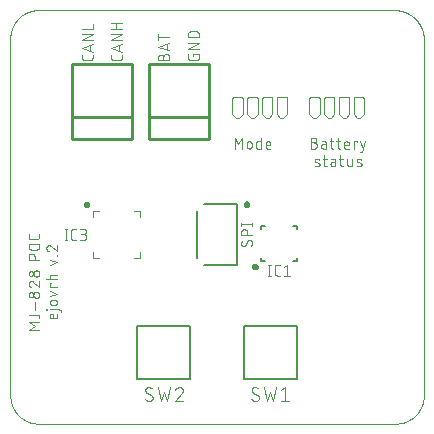
<source format=gto>
G04 EAGLE Gerber RS-274X export*
G75*
%MOMM*%
%FSLAX35Y35*%
%LPD*%
%INsilk_top*%
%IPPOS*%
%AMOC8*
5,1,8,0,0,1.08239X$1,22.5*%
G01*
%ADD10C,0.076200*%
%ADD11C,0.000000*%
%ADD12C,0.101600*%
%ADD13C,0.300000*%
%ADD14C,0.254000*%
%ADD15C,0.127000*%


D10*
X1294868Y3078810D02*
X1294868Y3104471D01*
X1294876Y3105096D01*
X1294898Y3105720D01*
X1294936Y3106344D01*
X1294990Y3106967D01*
X1295058Y3107588D01*
X1295141Y3108207D01*
X1295240Y3108824D01*
X1295353Y3109439D01*
X1295482Y3110050D01*
X1295625Y3110659D01*
X1295783Y3111263D01*
X1295956Y3111864D01*
X1296143Y3112460D01*
X1296345Y3113052D01*
X1296561Y3113638D01*
X1296792Y3114219D01*
X1297036Y3114794D01*
X1297294Y3115363D01*
X1297566Y3115926D01*
X1297852Y3116481D01*
X1298151Y3117030D01*
X1298464Y3117571D01*
X1298789Y3118105D01*
X1299128Y3118630D01*
X1299479Y3119147D01*
X1299843Y3119655D01*
X1300218Y3120154D01*
X1300606Y3120644D01*
X1301006Y3121125D01*
X1301417Y3121595D01*
X1301840Y3122055D01*
X1302274Y3122505D01*
X1302718Y3122944D01*
X1303173Y3123373D01*
X1303639Y3123790D01*
X1304114Y3124195D01*
X1304600Y3124589D01*
X1305094Y3124971D01*
X1305598Y3125341D01*
X1306111Y3125698D01*
X1306632Y3126043D01*
X1307161Y3126375D01*
X1307699Y3126694D01*
X1308243Y3127000D01*
X1308796Y3127292D01*
X1309355Y3127571D01*
X1309921Y3127837D01*
X1310493Y3128088D01*
X1311071Y3128325D01*
X1311655Y3128549D01*
X1312244Y3128758D01*
X1312837Y3128952D01*
X1313436Y3129132D01*
X1314038Y3129298D01*
X1314645Y3129448D01*
X1315255Y3129584D01*
X1315868Y3129705D01*
X1316484Y3129811D01*
X1317102Y3129902D01*
X1317722Y3129978D01*
X1318344Y3130039D01*
X1318968Y3130084D01*
X1319592Y3130115D01*
X1320217Y3130130D01*
X1320841Y3130130D01*
X1321466Y3130115D01*
X1322090Y3130084D01*
X1322714Y3130039D01*
X1323336Y3129978D01*
X1323956Y3129902D01*
X1324574Y3129811D01*
X1325190Y3129705D01*
X1325803Y3129584D01*
X1326413Y3129448D01*
X1327020Y3129298D01*
X1327622Y3129132D01*
X1328221Y3128952D01*
X1328814Y3128758D01*
X1329403Y3128549D01*
X1329987Y3128325D01*
X1330565Y3128088D01*
X1331137Y3127837D01*
X1331703Y3127571D01*
X1332262Y3127292D01*
X1332815Y3127000D01*
X1333360Y3126694D01*
X1333897Y3126375D01*
X1334426Y3126043D01*
X1334947Y3125698D01*
X1335460Y3125341D01*
X1335964Y3124971D01*
X1336458Y3124589D01*
X1336944Y3124195D01*
X1337419Y3123790D01*
X1337885Y3123373D01*
X1338340Y3122944D01*
X1338784Y3122505D01*
X1339218Y3122055D01*
X1339641Y3121595D01*
X1340052Y3121125D01*
X1340452Y3120644D01*
X1340840Y3120154D01*
X1341215Y3119655D01*
X1341579Y3119147D01*
X1341930Y3118630D01*
X1342269Y3118105D01*
X1342594Y3117571D01*
X1342907Y3117030D01*
X1343206Y3116481D01*
X1343492Y3115926D01*
X1343764Y3115363D01*
X1344022Y3114794D01*
X1344266Y3114219D01*
X1344497Y3113638D01*
X1344713Y3113052D01*
X1344915Y3112460D01*
X1345102Y3111864D01*
X1345275Y3111263D01*
X1345433Y3110659D01*
X1345576Y3110050D01*
X1345705Y3109439D01*
X1345818Y3108824D01*
X1345917Y3108207D01*
X1346000Y3107588D01*
X1346068Y3106967D01*
X1346122Y3106344D01*
X1346160Y3105720D01*
X1346182Y3105096D01*
X1346190Y3104471D01*
X1346190Y3078810D01*
X1253810Y3078810D01*
X1253810Y3104471D01*
X1253816Y3104971D01*
X1253834Y3105471D01*
X1253865Y3105970D01*
X1253907Y3106468D01*
X1253962Y3106965D01*
X1254029Y3107460D01*
X1254108Y3107954D01*
X1254198Y3108445D01*
X1254301Y3108935D01*
X1254416Y3109421D01*
X1254542Y3109905D01*
X1254680Y3110385D01*
X1254830Y3110862D01*
X1254992Y3111336D01*
X1255165Y3111805D01*
X1255349Y3112269D01*
X1255544Y3112729D01*
X1255751Y3113185D01*
X1255969Y3113635D01*
X1256197Y3114079D01*
X1256437Y3114518D01*
X1256687Y3114951D01*
X1256947Y3115378D01*
X1257218Y3115798D01*
X1257499Y3116212D01*
X1257790Y3116618D01*
X1258090Y3117018D01*
X1258401Y3117410D01*
X1258721Y3117794D01*
X1259050Y3118170D01*
X1259388Y3118539D01*
X1259735Y3118899D01*
X1260090Y3119250D01*
X1260454Y3119592D01*
X1260827Y3119926D01*
X1261207Y3120251D01*
X1261595Y3120566D01*
X1261991Y3120871D01*
X1262394Y3121167D01*
X1262804Y3121453D01*
X1263221Y3121729D01*
X1263645Y3121994D01*
X1264075Y3122250D01*
X1264510Y3122494D01*
X1264952Y3122728D01*
X1265400Y3122951D01*
X1265852Y3123164D01*
X1266310Y3123365D01*
X1266772Y3123555D01*
X1267239Y3123733D01*
X1267711Y3123900D01*
X1268186Y3124056D01*
X1268664Y3124200D01*
X1269147Y3124332D01*
X1269632Y3124453D01*
X1270120Y3124562D01*
X1270610Y3124659D01*
X1271103Y3124743D01*
X1271597Y3124816D01*
X1272094Y3124877D01*
X1272591Y3124925D01*
X1273090Y3124962D01*
X1273589Y3124986D01*
X1274089Y3124998D01*
X1274589Y3124998D01*
X1275089Y3124986D01*
X1275588Y3124962D01*
X1276087Y3124925D01*
X1276584Y3124877D01*
X1277081Y3124816D01*
X1277575Y3124743D01*
X1278068Y3124659D01*
X1278558Y3124562D01*
X1279046Y3124453D01*
X1279531Y3124332D01*
X1280014Y3124200D01*
X1280492Y3124056D01*
X1280967Y3123900D01*
X1281439Y3123733D01*
X1281906Y3123555D01*
X1282368Y3123365D01*
X1282826Y3123164D01*
X1283278Y3122951D01*
X1283726Y3122728D01*
X1284168Y3122494D01*
X1284604Y3122250D01*
X1285033Y3121994D01*
X1285457Y3121729D01*
X1285874Y3121453D01*
X1286284Y3121167D01*
X1286687Y3120871D01*
X1287083Y3120566D01*
X1287471Y3120251D01*
X1287851Y3119926D01*
X1288224Y3119592D01*
X1288588Y3119250D01*
X1288943Y3118899D01*
X1289290Y3118539D01*
X1289628Y3118170D01*
X1289957Y3117794D01*
X1290277Y3117410D01*
X1290588Y3117018D01*
X1290888Y3116618D01*
X1291179Y3116212D01*
X1291460Y3115798D01*
X1291731Y3115378D01*
X1291991Y3114951D01*
X1292241Y3114518D01*
X1292481Y3114079D01*
X1292709Y3113635D01*
X1292927Y3113185D01*
X1293134Y3112729D01*
X1293329Y3112269D01*
X1293513Y3111805D01*
X1293686Y3111336D01*
X1293848Y3110862D01*
X1293998Y3110385D01*
X1294136Y3109905D01*
X1294262Y3109421D01*
X1294377Y3108935D01*
X1294480Y3108445D01*
X1294570Y3107954D01*
X1294649Y3107460D01*
X1294716Y3106965D01*
X1294771Y3106468D01*
X1294813Y3105970D01*
X1294844Y3105471D01*
X1294862Y3104971D01*
X1294868Y3104471D01*
X1346190Y3159376D02*
X1253810Y3190169D01*
X1346190Y3220963D01*
X1323095Y3213264D02*
X1323095Y3167074D01*
X1346190Y3274169D02*
X1253810Y3274169D01*
X1253810Y3248508D02*
X1253810Y3299830D01*
X1544868Y3130132D02*
X1544868Y3114735D01*
X1544868Y3130132D02*
X1596190Y3130132D01*
X1596190Y3099339D01*
X1596184Y3098843D01*
X1596166Y3098347D01*
X1596136Y3097852D01*
X1596094Y3097358D01*
X1596040Y3096865D01*
X1595975Y3096373D01*
X1595897Y3095883D01*
X1595808Y3095395D01*
X1595706Y3094909D01*
X1595593Y3094426D01*
X1595469Y3093946D01*
X1595333Y3093469D01*
X1595185Y3092995D01*
X1595026Y3092525D01*
X1594856Y3092059D01*
X1594674Y3091598D01*
X1594482Y3091140D01*
X1594278Y3090688D01*
X1594064Y3090241D01*
X1593839Y3089799D01*
X1593603Y3089362D01*
X1593356Y3088932D01*
X1593100Y3088507D01*
X1592833Y3088089D01*
X1592556Y3087677D01*
X1592269Y3087272D01*
X1591973Y3086875D01*
X1591667Y3086484D01*
X1591352Y3086101D01*
X1591027Y3085726D01*
X1590694Y3085358D01*
X1590352Y3084999D01*
X1590001Y3084648D01*
X1589642Y3084306D01*
X1589274Y3083973D01*
X1588899Y3083648D01*
X1588516Y3083333D01*
X1588125Y3083027D01*
X1587728Y3082731D01*
X1587323Y3082444D01*
X1586911Y3082167D01*
X1586493Y3081900D01*
X1586068Y3081644D01*
X1585638Y3081397D01*
X1585201Y3081161D01*
X1584759Y3080936D01*
X1584312Y3080722D01*
X1583860Y3080518D01*
X1583402Y3080326D01*
X1582941Y3080144D01*
X1582475Y3079974D01*
X1582005Y3079815D01*
X1581531Y3079667D01*
X1581054Y3079531D01*
X1580574Y3079407D01*
X1580091Y3079294D01*
X1579605Y3079192D01*
X1579117Y3079103D01*
X1578627Y3079025D01*
X1578135Y3078960D01*
X1577642Y3078906D01*
X1577148Y3078864D01*
X1576653Y3078834D01*
X1576157Y3078816D01*
X1575661Y3078810D01*
X1524339Y3078810D01*
X1523835Y3078816D01*
X1523332Y3078835D01*
X1522829Y3078866D01*
X1522327Y3078909D01*
X1521826Y3078964D01*
X1521327Y3079032D01*
X1520829Y3079112D01*
X1520334Y3079204D01*
X1519841Y3079309D01*
X1519351Y3079425D01*
X1518864Y3079554D01*
X1518380Y3079694D01*
X1517900Y3079846D01*
X1517423Y3080010D01*
X1516951Y3080186D01*
X1516483Y3080373D01*
X1516020Y3080571D01*
X1515562Y3080781D01*
X1515109Y3081002D01*
X1514662Y3081234D01*
X1514220Y3081477D01*
X1513785Y3081731D01*
X1513356Y3081995D01*
X1512934Y3082270D01*
X1512518Y3082555D01*
X1512110Y3082850D01*
X1511709Y3083155D01*
X1511316Y3083470D01*
X1510930Y3083794D01*
X1510553Y3084128D01*
X1510184Y3084471D01*
X1509823Y3084823D01*
X1509471Y3085183D01*
X1509128Y3085552D01*
X1508794Y3085930D01*
X1508470Y3086315D01*
X1508155Y3086709D01*
X1507850Y3087110D01*
X1507555Y3087518D01*
X1507270Y3087933D01*
X1506995Y3088356D01*
X1506731Y3088785D01*
X1506477Y3089220D01*
X1506234Y3089661D01*
X1506002Y3090109D01*
X1505781Y3090561D01*
X1505571Y3091019D01*
X1505373Y3091482D01*
X1505186Y3091950D01*
X1505010Y3092423D01*
X1504846Y3092899D01*
X1504694Y3093379D01*
X1504554Y3093863D01*
X1504425Y3094350D01*
X1504309Y3094841D01*
X1504205Y3095333D01*
X1504112Y3095829D01*
X1504032Y3096326D01*
X1503964Y3096825D01*
X1503909Y3097326D01*
X1503866Y3097828D01*
X1503835Y3098331D01*
X1503816Y3098835D01*
X1503810Y3099338D01*
X1503810Y3099339D02*
X1503810Y3130132D01*
X1503810Y3174810D02*
X1596190Y3174810D01*
X1596190Y3226132D02*
X1503810Y3174810D01*
X1503810Y3226132D02*
X1596190Y3226132D01*
X1596190Y3270809D02*
X1503810Y3270809D01*
X1503810Y3296470D01*
X1503817Y3297090D01*
X1503840Y3297710D01*
X1503877Y3298329D01*
X1503930Y3298947D01*
X1503997Y3299563D01*
X1504079Y3300178D01*
X1504176Y3300790D01*
X1504288Y3301400D01*
X1504415Y3302007D01*
X1504556Y3302611D01*
X1504711Y3303211D01*
X1504881Y3303808D01*
X1505066Y3304400D01*
X1505265Y3304987D01*
X1505478Y3305570D01*
X1505704Y3306147D01*
X1505945Y3306718D01*
X1506200Y3307284D01*
X1506468Y3307843D01*
X1506749Y3308395D01*
X1507044Y3308941D01*
X1507352Y3309479D01*
X1507673Y3310010D01*
X1508006Y3310533D01*
X1508352Y3311047D01*
X1508711Y3311553D01*
X1509081Y3312050D01*
X1509464Y3312539D01*
X1509858Y3313017D01*
X1510263Y3313486D01*
X1510680Y3313946D01*
X1511108Y3314395D01*
X1511546Y3314833D01*
X1511995Y3315261D01*
X1512455Y3315678D01*
X1512924Y3316083D01*
X1513402Y3316477D01*
X1513891Y3316860D01*
X1514388Y3317230D01*
X1514894Y3317589D01*
X1515408Y3317935D01*
X1515931Y3318268D01*
X1516462Y3318589D01*
X1517000Y3318897D01*
X1517546Y3319192D01*
X1518098Y3319473D01*
X1518657Y3319741D01*
X1519223Y3319996D01*
X1519794Y3320237D01*
X1520371Y3320463D01*
X1520954Y3320676D01*
X1521541Y3320875D01*
X1522133Y3321060D01*
X1522730Y3321230D01*
X1523330Y3321385D01*
X1523934Y3321526D01*
X1524541Y3321653D01*
X1525151Y3321765D01*
X1525763Y3321862D01*
X1526378Y3321944D01*
X1526994Y3322011D01*
X1527612Y3322064D01*
X1528231Y3322101D01*
X1528851Y3322124D01*
X1529471Y3322131D01*
X1529471Y3322132D02*
X1570529Y3322132D01*
X1571149Y3322125D01*
X1571769Y3322102D01*
X1572388Y3322065D01*
X1573006Y3322012D01*
X1573622Y3321945D01*
X1574237Y3321863D01*
X1574849Y3321766D01*
X1575459Y3321654D01*
X1576066Y3321527D01*
X1576670Y3321386D01*
X1577270Y3321231D01*
X1577867Y3321061D01*
X1578459Y3320876D01*
X1579046Y3320677D01*
X1579629Y3320464D01*
X1580206Y3320238D01*
X1580777Y3319997D01*
X1581343Y3319742D01*
X1581902Y3319474D01*
X1582454Y3319193D01*
X1583000Y3318898D01*
X1583538Y3318590D01*
X1584069Y3318269D01*
X1584592Y3317936D01*
X1585106Y3317590D01*
X1585612Y3317231D01*
X1586110Y3316861D01*
X1586598Y3316478D01*
X1587076Y3316084D01*
X1587545Y3315678D01*
X1588005Y3315262D01*
X1588454Y3314834D01*
X1588892Y3314395D01*
X1589320Y3313946D01*
X1589737Y3313487D01*
X1590142Y3313018D01*
X1590536Y3312539D01*
X1590919Y3312051D01*
X1591289Y3311554D01*
X1591648Y3311048D01*
X1591994Y3310533D01*
X1592327Y3310011D01*
X1592648Y3309480D01*
X1592956Y3308942D01*
X1593251Y3308396D01*
X1593532Y3307844D01*
X1593800Y3307284D01*
X1594055Y3306719D01*
X1594296Y3306147D01*
X1594523Y3305570D01*
X1594735Y3304988D01*
X1594934Y3304400D01*
X1595119Y3303808D01*
X1595289Y3303212D01*
X1595444Y3302612D01*
X1595586Y3302008D01*
X1595712Y3301401D01*
X1595824Y3300791D01*
X1595921Y3300178D01*
X1596003Y3299564D01*
X1596070Y3298947D01*
X1596123Y3298329D01*
X1596160Y3297710D01*
X1596183Y3297091D01*
X1596190Y3296471D01*
X1596190Y3296470D02*
X1596190Y3270809D01*
X246190Y796034D02*
X153810Y796034D01*
X205133Y826827D01*
X153810Y857621D01*
X246190Y857621D01*
X225661Y921845D02*
X153810Y921845D01*
X225661Y921846D02*
X226157Y921840D01*
X226653Y921822D01*
X227148Y921792D01*
X227642Y921750D01*
X228135Y921696D01*
X228627Y921631D01*
X229117Y921553D01*
X229605Y921464D01*
X230091Y921362D01*
X230574Y921249D01*
X231054Y921125D01*
X231531Y920989D01*
X232005Y920841D01*
X232475Y920682D01*
X232941Y920512D01*
X233402Y920330D01*
X233860Y920138D01*
X234312Y919934D01*
X234759Y919720D01*
X235201Y919495D01*
X235638Y919259D01*
X236068Y919012D01*
X236493Y918756D01*
X236911Y918489D01*
X237323Y918212D01*
X237728Y917925D01*
X238125Y917629D01*
X238516Y917323D01*
X238899Y917008D01*
X239274Y916683D01*
X239642Y916350D01*
X240001Y916008D01*
X240352Y915657D01*
X240694Y915298D01*
X241027Y914930D01*
X241352Y914555D01*
X241667Y914172D01*
X241973Y913781D01*
X242269Y913384D01*
X242556Y912979D01*
X242833Y912567D01*
X243100Y912149D01*
X243356Y911724D01*
X243603Y911294D01*
X243839Y910857D01*
X244064Y910415D01*
X244278Y909968D01*
X244482Y909516D01*
X244674Y909058D01*
X244856Y908597D01*
X245026Y908131D01*
X245185Y907661D01*
X245333Y907187D01*
X245469Y906710D01*
X245593Y906230D01*
X245706Y905747D01*
X245808Y905261D01*
X245897Y904773D01*
X245975Y904283D01*
X246040Y903791D01*
X246094Y903298D01*
X246136Y902804D01*
X246166Y902309D01*
X246184Y901813D01*
X246190Y901317D01*
X246190Y891052D01*
X210265Y964033D02*
X210265Y1025620D01*
X220529Y1065165D02*
X219904Y1065173D01*
X219280Y1065195D01*
X218656Y1065233D01*
X218033Y1065287D01*
X217412Y1065355D01*
X216793Y1065438D01*
X216176Y1065537D01*
X215561Y1065650D01*
X214950Y1065779D01*
X214341Y1065922D01*
X213737Y1066080D01*
X213136Y1066253D01*
X212540Y1066440D01*
X211948Y1066642D01*
X211362Y1066858D01*
X210781Y1067089D01*
X210206Y1067333D01*
X209637Y1067591D01*
X209074Y1067863D01*
X208519Y1068149D01*
X207970Y1068448D01*
X207429Y1068761D01*
X206895Y1069086D01*
X206370Y1069425D01*
X205853Y1069776D01*
X205345Y1070140D01*
X204846Y1070515D01*
X204356Y1070903D01*
X203875Y1071303D01*
X203405Y1071714D01*
X202945Y1072137D01*
X202495Y1072571D01*
X202056Y1073015D01*
X201627Y1073470D01*
X201210Y1073936D01*
X200805Y1074411D01*
X200411Y1074897D01*
X200029Y1075391D01*
X199659Y1075895D01*
X199302Y1076408D01*
X198957Y1076929D01*
X198625Y1077458D01*
X198306Y1077995D01*
X198000Y1078540D01*
X197708Y1079093D01*
X197429Y1079652D01*
X197163Y1080218D01*
X196912Y1080790D01*
X196675Y1081368D01*
X196451Y1081952D01*
X196242Y1082541D01*
X196048Y1083134D01*
X195868Y1083733D01*
X195702Y1084335D01*
X195552Y1084942D01*
X195416Y1085552D01*
X195295Y1086165D01*
X195189Y1086781D01*
X195098Y1087399D01*
X195022Y1088019D01*
X194961Y1088641D01*
X194916Y1089265D01*
X194885Y1089889D01*
X194870Y1090514D01*
X194870Y1091138D01*
X194885Y1091763D01*
X194916Y1092387D01*
X194961Y1093011D01*
X195022Y1093633D01*
X195098Y1094253D01*
X195189Y1094871D01*
X195295Y1095487D01*
X195416Y1096100D01*
X195552Y1096710D01*
X195702Y1097317D01*
X195868Y1097919D01*
X196048Y1098518D01*
X196242Y1099111D01*
X196451Y1099700D01*
X196675Y1100284D01*
X196912Y1100862D01*
X197163Y1101434D01*
X197429Y1102000D01*
X197708Y1102559D01*
X198000Y1103112D01*
X198306Y1103657D01*
X198625Y1104194D01*
X198957Y1104723D01*
X199302Y1105244D01*
X199659Y1105757D01*
X200029Y1106261D01*
X200411Y1106755D01*
X200805Y1107241D01*
X201210Y1107716D01*
X201627Y1108182D01*
X202056Y1108637D01*
X202495Y1109081D01*
X202945Y1109515D01*
X203405Y1109938D01*
X203875Y1110349D01*
X204356Y1110749D01*
X204846Y1111137D01*
X205345Y1111512D01*
X205853Y1111876D01*
X206370Y1112227D01*
X206895Y1112566D01*
X207429Y1112891D01*
X207970Y1113204D01*
X208519Y1113503D01*
X209074Y1113789D01*
X209637Y1114061D01*
X210206Y1114319D01*
X210781Y1114563D01*
X211362Y1114794D01*
X211948Y1115010D01*
X212540Y1115212D01*
X213136Y1115399D01*
X213737Y1115572D01*
X214341Y1115730D01*
X214950Y1115873D01*
X215561Y1116002D01*
X216176Y1116115D01*
X216793Y1116214D01*
X217412Y1116297D01*
X218033Y1116365D01*
X218656Y1116419D01*
X219280Y1116457D01*
X219904Y1116479D01*
X220529Y1116487D01*
X221154Y1116479D01*
X221778Y1116457D01*
X222402Y1116419D01*
X223025Y1116365D01*
X223646Y1116297D01*
X224265Y1116214D01*
X224882Y1116115D01*
X225497Y1116002D01*
X226108Y1115873D01*
X226717Y1115730D01*
X227321Y1115572D01*
X227922Y1115399D01*
X228518Y1115212D01*
X229110Y1115010D01*
X229696Y1114794D01*
X230277Y1114563D01*
X230852Y1114319D01*
X231421Y1114061D01*
X231984Y1113789D01*
X232539Y1113503D01*
X233088Y1113204D01*
X233629Y1112891D01*
X234163Y1112566D01*
X234688Y1112227D01*
X235205Y1111876D01*
X235713Y1111512D01*
X236212Y1111137D01*
X236702Y1110749D01*
X237183Y1110349D01*
X237653Y1109938D01*
X238113Y1109515D01*
X238563Y1109081D01*
X239002Y1108637D01*
X239431Y1108182D01*
X239848Y1107716D01*
X240253Y1107241D01*
X240647Y1106755D01*
X241029Y1106261D01*
X241399Y1105757D01*
X241756Y1105244D01*
X242101Y1104723D01*
X242433Y1104194D01*
X242752Y1103657D01*
X243058Y1103112D01*
X243350Y1102559D01*
X243629Y1102000D01*
X243895Y1101434D01*
X244146Y1100862D01*
X244383Y1100284D01*
X244607Y1099700D01*
X244816Y1099111D01*
X245010Y1098518D01*
X245190Y1097919D01*
X245356Y1097317D01*
X245506Y1096710D01*
X245642Y1096100D01*
X245763Y1095487D01*
X245869Y1094871D01*
X245960Y1094253D01*
X246036Y1093633D01*
X246097Y1093011D01*
X246142Y1092387D01*
X246173Y1091763D01*
X246188Y1091138D01*
X246188Y1090514D01*
X246173Y1089889D01*
X246142Y1089265D01*
X246097Y1088641D01*
X246036Y1088019D01*
X245960Y1087399D01*
X245869Y1086781D01*
X245763Y1086165D01*
X245642Y1085552D01*
X245506Y1084942D01*
X245356Y1084335D01*
X245190Y1083733D01*
X245010Y1083134D01*
X244816Y1082541D01*
X244607Y1081952D01*
X244383Y1081368D01*
X244146Y1080790D01*
X243895Y1080218D01*
X243629Y1079652D01*
X243350Y1079093D01*
X243058Y1078540D01*
X242752Y1077996D01*
X242433Y1077458D01*
X242101Y1076929D01*
X241756Y1076408D01*
X241399Y1075895D01*
X241029Y1075391D01*
X240647Y1074897D01*
X240253Y1074411D01*
X239848Y1073936D01*
X239431Y1073470D01*
X239002Y1073015D01*
X238563Y1072571D01*
X238113Y1072137D01*
X237653Y1071714D01*
X237183Y1071303D01*
X236702Y1070903D01*
X236212Y1070515D01*
X235713Y1070140D01*
X235205Y1069776D01*
X234688Y1069425D01*
X234163Y1069086D01*
X233629Y1068761D01*
X233088Y1068448D01*
X232539Y1068149D01*
X231984Y1067863D01*
X231421Y1067591D01*
X230852Y1067333D01*
X230277Y1067089D01*
X229696Y1066858D01*
X229110Y1066642D01*
X228518Y1066440D01*
X227922Y1066253D01*
X227321Y1066080D01*
X226717Y1065922D01*
X226108Y1065779D01*
X225497Y1065650D01*
X224882Y1065537D01*
X224265Y1065438D01*
X223646Y1065355D01*
X223025Y1065287D01*
X222402Y1065233D01*
X221778Y1065195D01*
X221154Y1065173D01*
X220529Y1065165D01*
X174339Y1070297D02*
X173839Y1070303D01*
X173339Y1070321D01*
X172840Y1070352D01*
X172342Y1070394D01*
X171845Y1070449D01*
X171350Y1070516D01*
X170856Y1070595D01*
X170365Y1070685D01*
X169875Y1070788D01*
X169389Y1070903D01*
X168905Y1071029D01*
X168425Y1071167D01*
X167948Y1071317D01*
X167474Y1071479D01*
X167005Y1071652D01*
X166541Y1071836D01*
X166081Y1072031D01*
X165625Y1072238D01*
X165175Y1072456D01*
X164731Y1072684D01*
X164292Y1072924D01*
X163859Y1073174D01*
X163432Y1073434D01*
X163012Y1073705D01*
X162598Y1073986D01*
X162192Y1074277D01*
X161792Y1074577D01*
X161400Y1074888D01*
X161016Y1075208D01*
X160640Y1075537D01*
X160271Y1075875D01*
X159911Y1076222D01*
X159560Y1076577D01*
X159218Y1076941D01*
X158884Y1077314D01*
X158559Y1077694D01*
X158244Y1078082D01*
X157939Y1078478D01*
X157643Y1078881D01*
X157357Y1079291D01*
X157081Y1079708D01*
X156816Y1080132D01*
X156560Y1080562D01*
X156316Y1080997D01*
X156082Y1081439D01*
X155859Y1081887D01*
X155646Y1082339D01*
X155445Y1082797D01*
X155255Y1083259D01*
X155077Y1083726D01*
X154910Y1084198D01*
X154754Y1084673D01*
X154610Y1085151D01*
X154478Y1085634D01*
X154357Y1086119D01*
X154248Y1086607D01*
X154151Y1087097D01*
X154067Y1087590D01*
X153994Y1088084D01*
X153933Y1088581D01*
X153885Y1089078D01*
X153848Y1089577D01*
X153824Y1090076D01*
X153812Y1090576D01*
X153812Y1091076D01*
X153824Y1091576D01*
X153848Y1092075D01*
X153885Y1092574D01*
X153933Y1093071D01*
X153994Y1093568D01*
X154067Y1094062D01*
X154151Y1094555D01*
X154248Y1095045D01*
X154357Y1095533D01*
X154478Y1096018D01*
X154610Y1096501D01*
X154754Y1096979D01*
X154910Y1097454D01*
X155077Y1097926D01*
X155255Y1098393D01*
X155445Y1098855D01*
X155646Y1099313D01*
X155859Y1099765D01*
X156082Y1100213D01*
X156316Y1100655D01*
X156560Y1101091D01*
X156816Y1101520D01*
X157081Y1101944D01*
X157357Y1102361D01*
X157643Y1102771D01*
X157939Y1103174D01*
X158244Y1103570D01*
X158559Y1103958D01*
X158884Y1104338D01*
X159218Y1104711D01*
X159560Y1105075D01*
X159911Y1105430D01*
X160271Y1105777D01*
X160640Y1106115D01*
X161016Y1106444D01*
X161400Y1106764D01*
X161792Y1107075D01*
X162192Y1107375D01*
X162598Y1107666D01*
X163012Y1107947D01*
X163432Y1108218D01*
X163859Y1108478D01*
X164292Y1108728D01*
X164731Y1108968D01*
X165175Y1109196D01*
X165625Y1109414D01*
X166081Y1109621D01*
X166541Y1109816D01*
X167005Y1110000D01*
X167474Y1110173D01*
X167948Y1110335D01*
X168425Y1110485D01*
X168905Y1110623D01*
X169389Y1110749D01*
X169875Y1110864D01*
X170365Y1110967D01*
X170856Y1111057D01*
X171350Y1111136D01*
X171845Y1111203D01*
X172342Y1111258D01*
X172840Y1111300D01*
X173339Y1111331D01*
X173839Y1111349D01*
X174339Y1111355D01*
X174839Y1111349D01*
X175339Y1111331D01*
X175838Y1111300D01*
X176336Y1111258D01*
X176833Y1111203D01*
X177328Y1111136D01*
X177822Y1111057D01*
X178313Y1110967D01*
X178803Y1110864D01*
X179289Y1110749D01*
X179773Y1110623D01*
X180253Y1110485D01*
X180730Y1110335D01*
X181204Y1110173D01*
X181673Y1110000D01*
X182137Y1109816D01*
X182597Y1109621D01*
X183053Y1109414D01*
X183503Y1109196D01*
X183947Y1108968D01*
X184386Y1108728D01*
X184819Y1108478D01*
X185246Y1108218D01*
X185666Y1107947D01*
X186080Y1107666D01*
X186486Y1107375D01*
X186886Y1107075D01*
X187278Y1106764D01*
X187662Y1106444D01*
X188038Y1106115D01*
X188407Y1105777D01*
X188767Y1105430D01*
X189118Y1105075D01*
X189460Y1104711D01*
X189794Y1104338D01*
X190119Y1103958D01*
X190434Y1103570D01*
X190739Y1103174D01*
X191035Y1102771D01*
X191321Y1102361D01*
X191597Y1101944D01*
X191862Y1101520D01*
X192118Y1101091D01*
X192362Y1100655D01*
X192596Y1100213D01*
X192819Y1099765D01*
X193032Y1099313D01*
X193233Y1098855D01*
X193423Y1098393D01*
X193601Y1097926D01*
X193768Y1097454D01*
X193924Y1096979D01*
X194068Y1096501D01*
X194200Y1096018D01*
X194321Y1095533D01*
X194430Y1095045D01*
X194527Y1094555D01*
X194611Y1094062D01*
X194684Y1093568D01*
X194745Y1093071D01*
X194793Y1092574D01*
X194830Y1092075D01*
X194854Y1091576D01*
X194866Y1091076D01*
X194866Y1090576D01*
X194854Y1090076D01*
X194830Y1089577D01*
X194793Y1089078D01*
X194745Y1088581D01*
X194684Y1088084D01*
X194611Y1087590D01*
X194527Y1087097D01*
X194430Y1086607D01*
X194321Y1086119D01*
X194200Y1085634D01*
X194068Y1085151D01*
X193924Y1084673D01*
X193768Y1084198D01*
X193601Y1083726D01*
X193423Y1083259D01*
X193233Y1082797D01*
X193032Y1082339D01*
X192819Y1081887D01*
X192596Y1081439D01*
X192362Y1080997D01*
X192118Y1080562D01*
X191862Y1080132D01*
X191597Y1079708D01*
X191321Y1079291D01*
X191035Y1078881D01*
X190739Y1078478D01*
X190434Y1078082D01*
X190119Y1077694D01*
X189794Y1077314D01*
X189460Y1076941D01*
X189118Y1076577D01*
X188767Y1076222D01*
X188407Y1075875D01*
X188038Y1075537D01*
X187662Y1075208D01*
X187278Y1074888D01*
X186886Y1074577D01*
X186486Y1074277D01*
X186080Y1073986D01*
X185666Y1073705D01*
X185246Y1073434D01*
X184819Y1073174D01*
X184386Y1072924D01*
X183947Y1072684D01*
X183503Y1072456D01*
X183053Y1072238D01*
X182597Y1072031D01*
X182137Y1071836D01*
X181673Y1071652D01*
X181204Y1071479D01*
X180730Y1071317D01*
X180253Y1071167D01*
X179773Y1071029D01*
X179289Y1070903D01*
X178803Y1070788D01*
X178313Y1070685D01*
X177822Y1070595D01*
X177328Y1070516D01*
X176833Y1070449D01*
X176336Y1070394D01*
X175838Y1070352D01*
X175339Y1070321D01*
X174839Y1070303D01*
X174339Y1070297D01*
X153809Y1183393D02*
X153816Y1183959D01*
X153837Y1184526D01*
X153872Y1185092D01*
X153920Y1185656D01*
X153983Y1186220D01*
X154059Y1186781D01*
X154149Y1187341D01*
X154253Y1187898D01*
X154370Y1188453D01*
X154501Y1189004D01*
X154646Y1189552D01*
X154804Y1190097D01*
X154975Y1190637D01*
X155159Y1191173D01*
X155357Y1191705D01*
X155567Y1192231D01*
X155791Y1192752D01*
X156027Y1193267D01*
X156275Y1193777D01*
X156536Y1194280D01*
X156810Y1194776D01*
X157095Y1195266D01*
X157392Y1195749D01*
X157702Y1196224D01*
X158022Y1196691D01*
X158354Y1197151D01*
X158698Y1197602D01*
X159052Y1198044D01*
X159417Y1198478D01*
X159792Y1198903D01*
X160178Y1199318D01*
X160574Y1199724D01*
X160980Y1200119D01*
X161395Y1200505D01*
X161820Y1200881D01*
X162253Y1201246D01*
X162696Y1201600D01*
X163147Y1201943D01*
X163606Y1202275D01*
X164074Y1202596D01*
X164549Y1202905D01*
X165031Y1203202D01*
X165521Y1203488D01*
X166018Y1203761D01*
X166521Y1204022D01*
X167030Y1204271D01*
X167546Y1204507D01*
X168067Y1204730D01*
X168593Y1204940D01*
X169124Y1205138D01*
X169660Y1205322D01*
X170201Y1205494D01*
X170745Y1205651D01*
X171293Y1205796D01*
X171845Y1205927D01*
X172399Y1206044D01*
X172957Y1206148D01*
X173516Y1206238D01*
X174078Y1206314D01*
X174641Y1206377D01*
X175206Y1206425D01*
X175772Y1206460D01*
X176338Y1206481D01*
X176905Y1206488D01*
X153810Y1183392D02*
X153819Y1182674D01*
X153845Y1181957D01*
X153888Y1181241D01*
X153949Y1180526D01*
X154027Y1179813D01*
X154122Y1179102D01*
X154234Y1178393D01*
X154363Y1177687D01*
X154510Y1176985D01*
X154673Y1176286D01*
X154854Y1175591D01*
X155051Y1174901D01*
X155264Y1174216D01*
X155494Y1173537D01*
X155741Y1172863D01*
X156003Y1172195D01*
X156282Y1171534D01*
X156577Y1170880D01*
X156887Y1170233D01*
X157213Y1169594D01*
X157555Y1168962D01*
X157911Y1168340D01*
X158283Y1167726D01*
X158669Y1167121D01*
X159070Y1166526D01*
X159485Y1165940D01*
X159914Y1165365D01*
X160356Y1164801D01*
X160813Y1164247D01*
X161282Y1163704D01*
X161765Y1163173D01*
X162260Y1162654D01*
X162768Y1162147D01*
X163288Y1161652D01*
X163819Y1161171D01*
X164363Y1160702D01*
X164917Y1160246D01*
X165482Y1159804D01*
X166058Y1159375D01*
X166644Y1158961D01*
X167239Y1158561D01*
X167844Y1158176D01*
X168459Y1157805D01*
X169082Y1157449D01*
X169714Y1157109D01*
X170353Y1156783D01*
X171001Y1156474D01*
X171655Y1156180D01*
X172317Y1155902D01*
X172985Y1155640D01*
X173659Y1155394D01*
X174339Y1155165D01*
X194868Y1198789D02*
X194442Y1199224D01*
X194007Y1199649D01*
X193561Y1200063D01*
X193105Y1200467D01*
X192639Y1200858D01*
X192164Y1201239D01*
X191679Y1201607D01*
X191186Y1201964D01*
X190684Y1202308D01*
X190174Y1202640D01*
X189655Y1202959D01*
X189129Y1203266D01*
X188596Y1203559D01*
X188056Y1203839D01*
X187509Y1204106D01*
X186955Y1204360D01*
X186396Y1204599D01*
X185831Y1204825D01*
X185260Y1205038D01*
X184685Y1205235D01*
X184104Y1205419D01*
X183520Y1205589D01*
X182931Y1205744D01*
X182339Y1205885D01*
X181743Y1206011D01*
X181145Y1206122D01*
X180544Y1206219D01*
X179941Y1206301D01*
X179336Y1206368D01*
X178729Y1206420D01*
X178122Y1206457D01*
X177514Y1206480D01*
X176905Y1206487D01*
X194868Y1198789D02*
X246190Y1155165D01*
X246190Y1206487D01*
X220529Y1245165D02*
X219904Y1245173D01*
X219280Y1245195D01*
X218656Y1245233D01*
X218033Y1245287D01*
X217412Y1245355D01*
X216793Y1245438D01*
X216176Y1245537D01*
X215561Y1245650D01*
X214950Y1245779D01*
X214341Y1245922D01*
X213737Y1246080D01*
X213136Y1246253D01*
X212540Y1246440D01*
X211948Y1246642D01*
X211362Y1246858D01*
X210781Y1247089D01*
X210206Y1247333D01*
X209637Y1247591D01*
X209074Y1247863D01*
X208519Y1248149D01*
X207970Y1248448D01*
X207429Y1248761D01*
X206895Y1249086D01*
X206370Y1249425D01*
X205853Y1249776D01*
X205345Y1250140D01*
X204846Y1250515D01*
X204356Y1250903D01*
X203875Y1251303D01*
X203405Y1251714D01*
X202945Y1252137D01*
X202495Y1252571D01*
X202056Y1253015D01*
X201627Y1253470D01*
X201210Y1253936D01*
X200805Y1254411D01*
X200411Y1254897D01*
X200029Y1255391D01*
X199659Y1255895D01*
X199302Y1256408D01*
X198957Y1256929D01*
X198625Y1257458D01*
X198306Y1257995D01*
X198000Y1258540D01*
X197708Y1259093D01*
X197429Y1259652D01*
X197163Y1260218D01*
X196912Y1260790D01*
X196675Y1261368D01*
X196451Y1261952D01*
X196242Y1262541D01*
X196048Y1263134D01*
X195868Y1263733D01*
X195702Y1264335D01*
X195552Y1264942D01*
X195416Y1265552D01*
X195295Y1266165D01*
X195189Y1266781D01*
X195098Y1267399D01*
X195022Y1268019D01*
X194961Y1268641D01*
X194916Y1269265D01*
X194885Y1269889D01*
X194870Y1270514D01*
X194870Y1271138D01*
X194885Y1271763D01*
X194916Y1272387D01*
X194961Y1273011D01*
X195022Y1273633D01*
X195098Y1274253D01*
X195189Y1274871D01*
X195295Y1275487D01*
X195416Y1276100D01*
X195552Y1276710D01*
X195702Y1277317D01*
X195868Y1277919D01*
X196048Y1278518D01*
X196242Y1279111D01*
X196451Y1279700D01*
X196675Y1280284D01*
X196912Y1280862D01*
X197163Y1281434D01*
X197429Y1282000D01*
X197708Y1282559D01*
X198000Y1283112D01*
X198306Y1283657D01*
X198625Y1284194D01*
X198957Y1284723D01*
X199302Y1285244D01*
X199659Y1285757D01*
X200029Y1286261D01*
X200411Y1286755D01*
X200805Y1287241D01*
X201210Y1287716D01*
X201627Y1288182D01*
X202056Y1288637D01*
X202495Y1289081D01*
X202945Y1289515D01*
X203405Y1289938D01*
X203875Y1290349D01*
X204356Y1290749D01*
X204846Y1291137D01*
X205345Y1291512D01*
X205853Y1291876D01*
X206370Y1292227D01*
X206895Y1292566D01*
X207429Y1292891D01*
X207970Y1293204D01*
X208519Y1293503D01*
X209074Y1293789D01*
X209637Y1294061D01*
X210206Y1294319D01*
X210781Y1294563D01*
X211362Y1294794D01*
X211948Y1295010D01*
X212540Y1295212D01*
X213136Y1295399D01*
X213737Y1295572D01*
X214341Y1295730D01*
X214950Y1295873D01*
X215561Y1296002D01*
X216176Y1296115D01*
X216793Y1296214D01*
X217412Y1296297D01*
X218033Y1296365D01*
X218656Y1296419D01*
X219280Y1296457D01*
X219904Y1296479D01*
X220529Y1296487D01*
X221154Y1296479D01*
X221778Y1296457D01*
X222402Y1296419D01*
X223025Y1296365D01*
X223646Y1296297D01*
X224265Y1296214D01*
X224882Y1296115D01*
X225497Y1296002D01*
X226108Y1295873D01*
X226717Y1295730D01*
X227321Y1295572D01*
X227922Y1295399D01*
X228518Y1295212D01*
X229110Y1295010D01*
X229696Y1294794D01*
X230277Y1294563D01*
X230852Y1294319D01*
X231421Y1294061D01*
X231984Y1293789D01*
X232539Y1293503D01*
X233088Y1293204D01*
X233629Y1292891D01*
X234163Y1292566D01*
X234688Y1292227D01*
X235205Y1291876D01*
X235713Y1291512D01*
X236212Y1291137D01*
X236702Y1290749D01*
X237183Y1290349D01*
X237653Y1289938D01*
X238113Y1289515D01*
X238563Y1289081D01*
X239002Y1288637D01*
X239431Y1288182D01*
X239848Y1287716D01*
X240253Y1287241D01*
X240647Y1286755D01*
X241029Y1286261D01*
X241399Y1285757D01*
X241756Y1285244D01*
X242101Y1284723D01*
X242433Y1284194D01*
X242752Y1283657D01*
X243058Y1283112D01*
X243350Y1282559D01*
X243629Y1282000D01*
X243895Y1281434D01*
X244146Y1280862D01*
X244383Y1280284D01*
X244607Y1279700D01*
X244816Y1279111D01*
X245010Y1278518D01*
X245190Y1277919D01*
X245356Y1277317D01*
X245506Y1276710D01*
X245642Y1276100D01*
X245763Y1275487D01*
X245869Y1274871D01*
X245960Y1274253D01*
X246036Y1273633D01*
X246097Y1273011D01*
X246142Y1272387D01*
X246173Y1271763D01*
X246188Y1271138D01*
X246188Y1270514D01*
X246173Y1269889D01*
X246142Y1269265D01*
X246097Y1268641D01*
X246036Y1268019D01*
X245960Y1267399D01*
X245869Y1266781D01*
X245763Y1266165D01*
X245642Y1265552D01*
X245506Y1264942D01*
X245356Y1264335D01*
X245190Y1263733D01*
X245010Y1263134D01*
X244816Y1262541D01*
X244607Y1261952D01*
X244383Y1261368D01*
X244146Y1260790D01*
X243895Y1260218D01*
X243629Y1259652D01*
X243350Y1259093D01*
X243058Y1258540D01*
X242752Y1257996D01*
X242433Y1257458D01*
X242101Y1256929D01*
X241756Y1256408D01*
X241399Y1255895D01*
X241029Y1255391D01*
X240647Y1254897D01*
X240253Y1254411D01*
X239848Y1253936D01*
X239431Y1253470D01*
X239002Y1253015D01*
X238563Y1252571D01*
X238113Y1252137D01*
X237653Y1251714D01*
X237183Y1251303D01*
X236702Y1250903D01*
X236212Y1250515D01*
X235713Y1250140D01*
X235205Y1249776D01*
X234688Y1249425D01*
X234163Y1249086D01*
X233629Y1248761D01*
X233088Y1248448D01*
X232539Y1248149D01*
X231984Y1247863D01*
X231421Y1247591D01*
X230852Y1247333D01*
X230277Y1247089D01*
X229696Y1246858D01*
X229110Y1246642D01*
X228518Y1246440D01*
X227922Y1246253D01*
X227321Y1246080D01*
X226717Y1245922D01*
X226108Y1245779D01*
X225497Y1245650D01*
X224882Y1245537D01*
X224265Y1245438D01*
X223646Y1245355D01*
X223025Y1245287D01*
X222402Y1245233D01*
X221778Y1245195D01*
X221154Y1245173D01*
X220529Y1245165D01*
X174339Y1250297D02*
X173839Y1250303D01*
X173339Y1250321D01*
X172840Y1250352D01*
X172342Y1250394D01*
X171845Y1250449D01*
X171350Y1250516D01*
X170856Y1250595D01*
X170365Y1250685D01*
X169875Y1250788D01*
X169389Y1250903D01*
X168905Y1251029D01*
X168425Y1251167D01*
X167948Y1251317D01*
X167474Y1251479D01*
X167005Y1251652D01*
X166541Y1251836D01*
X166081Y1252031D01*
X165625Y1252238D01*
X165175Y1252456D01*
X164731Y1252684D01*
X164292Y1252924D01*
X163859Y1253174D01*
X163432Y1253434D01*
X163012Y1253705D01*
X162598Y1253986D01*
X162192Y1254277D01*
X161792Y1254577D01*
X161400Y1254888D01*
X161016Y1255208D01*
X160640Y1255537D01*
X160271Y1255875D01*
X159911Y1256222D01*
X159560Y1256577D01*
X159218Y1256941D01*
X158884Y1257314D01*
X158559Y1257694D01*
X158244Y1258082D01*
X157939Y1258478D01*
X157643Y1258881D01*
X157357Y1259291D01*
X157081Y1259708D01*
X156816Y1260132D01*
X156560Y1260562D01*
X156316Y1260997D01*
X156082Y1261439D01*
X155859Y1261887D01*
X155646Y1262339D01*
X155445Y1262797D01*
X155255Y1263259D01*
X155077Y1263726D01*
X154910Y1264198D01*
X154754Y1264673D01*
X154610Y1265151D01*
X154478Y1265634D01*
X154357Y1266119D01*
X154248Y1266607D01*
X154151Y1267097D01*
X154067Y1267590D01*
X153994Y1268084D01*
X153933Y1268581D01*
X153885Y1269078D01*
X153848Y1269577D01*
X153824Y1270076D01*
X153812Y1270576D01*
X153812Y1271076D01*
X153824Y1271576D01*
X153848Y1272075D01*
X153885Y1272574D01*
X153933Y1273071D01*
X153994Y1273568D01*
X154067Y1274062D01*
X154151Y1274555D01*
X154248Y1275045D01*
X154357Y1275533D01*
X154478Y1276018D01*
X154610Y1276501D01*
X154754Y1276979D01*
X154910Y1277454D01*
X155077Y1277926D01*
X155255Y1278393D01*
X155445Y1278855D01*
X155646Y1279313D01*
X155859Y1279765D01*
X156082Y1280213D01*
X156316Y1280655D01*
X156560Y1281091D01*
X156816Y1281520D01*
X157081Y1281944D01*
X157357Y1282361D01*
X157643Y1282771D01*
X157939Y1283174D01*
X158244Y1283570D01*
X158559Y1283958D01*
X158884Y1284338D01*
X159218Y1284711D01*
X159560Y1285075D01*
X159911Y1285430D01*
X160271Y1285777D01*
X160640Y1286115D01*
X161016Y1286444D01*
X161400Y1286764D01*
X161792Y1287075D01*
X162192Y1287375D01*
X162598Y1287666D01*
X163012Y1287947D01*
X163432Y1288218D01*
X163859Y1288478D01*
X164292Y1288728D01*
X164731Y1288968D01*
X165175Y1289196D01*
X165625Y1289414D01*
X166081Y1289621D01*
X166541Y1289816D01*
X167005Y1290000D01*
X167474Y1290173D01*
X167948Y1290335D01*
X168425Y1290485D01*
X168905Y1290623D01*
X169389Y1290749D01*
X169875Y1290864D01*
X170365Y1290967D01*
X170856Y1291057D01*
X171350Y1291136D01*
X171845Y1291203D01*
X172342Y1291258D01*
X172840Y1291300D01*
X173339Y1291331D01*
X173839Y1291349D01*
X174339Y1291355D01*
X174839Y1291349D01*
X175339Y1291331D01*
X175838Y1291300D01*
X176336Y1291258D01*
X176833Y1291203D01*
X177328Y1291136D01*
X177822Y1291057D01*
X178313Y1290967D01*
X178803Y1290864D01*
X179289Y1290749D01*
X179773Y1290623D01*
X180253Y1290485D01*
X180730Y1290335D01*
X181204Y1290173D01*
X181673Y1290000D01*
X182137Y1289816D01*
X182597Y1289621D01*
X183053Y1289414D01*
X183503Y1289196D01*
X183947Y1288968D01*
X184386Y1288728D01*
X184819Y1288478D01*
X185246Y1288218D01*
X185666Y1287947D01*
X186080Y1287666D01*
X186486Y1287375D01*
X186886Y1287075D01*
X187278Y1286764D01*
X187662Y1286444D01*
X188038Y1286115D01*
X188407Y1285777D01*
X188767Y1285430D01*
X189118Y1285075D01*
X189460Y1284711D01*
X189794Y1284338D01*
X190119Y1283958D01*
X190434Y1283570D01*
X190739Y1283174D01*
X191035Y1282771D01*
X191321Y1282361D01*
X191597Y1281944D01*
X191862Y1281520D01*
X192118Y1281091D01*
X192362Y1280655D01*
X192596Y1280213D01*
X192819Y1279765D01*
X193032Y1279313D01*
X193233Y1278855D01*
X193423Y1278393D01*
X193601Y1277926D01*
X193768Y1277454D01*
X193924Y1276979D01*
X194068Y1276501D01*
X194200Y1276018D01*
X194321Y1275533D01*
X194430Y1275045D01*
X194527Y1274555D01*
X194611Y1274062D01*
X194684Y1273568D01*
X194745Y1273071D01*
X194793Y1272574D01*
X194830Y1272075D01*
X194854Y1271576D01*
X194866Y1271076D01*
X194866Y1270576D01*
X194854Y1270076D01*
X194830Y1269577D01*
X194793Y1269078D01*
X194745Y1268581D01*
X194684Y1268084D01*
X194611Y1267590D01*
X194527Y1267097D01*
X194430Y1266607D01*
X194321Y1266119D01*
X194200Y1265634D01*
X194068Y1265151D01*
X193924Y1264673D01*
X193768Y1264198D01*
X193601Y1263726D01*
X193423Y1263259D01*
X193233Y1262797D01*
X193032Y1262339D01*
X192819Y1261887D01*
X192596Y1261439D01*
X192362Y1260997D01*
X192118Y1260562D01*
X191862Y1260132D01*
X191597Y1259708D01*
X191321Y1259291D01*
X191035Y1258881D01*
X190739Y1258478D01*
X190434Y1258082D01*
X190119Y1257694D01*
X189794Y1257314D01*
X189460Y1256941D01*
X189118Y1256577D01*
X188767Y1256222D01*
X188407Y1255875D01*
X188038Y1255537D01*
X187662Y1255208D01*
X187278Y1254888D01*
X186886Y1254577D01*
X186486Y1254277D01*
X186080Y1253986D01*
X185666Y1253705D01*
X185246Y1253434D01*
X184819Y1253174D01*
X184386Y1252924D01*
X183947Y1252684D01*
X183503Y1252456D01*
X183053Y1252238D01*
X182597Y1252031D01*
X182137Y1251836D01*
X181673Y1251652D01*
X181204Y1251479D01*
X180730Y1251317D01*
X180253Y1251167D01*
X179773Y1251029D01*
X179289Y1250903D01*
X178803Y1250788D01*
X178313Y1250685D01*
X177822Y1250595D01*
X177328Y1250516D01*
X176833Y1250449D01*
X176336Y1250394D01*
X175838Y1250352D01*
X175339Y1250321D01*
X174839Y1250303D01*
X174339Y1250297D01*
X153810Y1387466D02*
X246190Y1387466D01*
X153810Y1387466D02*
X153810Y1413127D01*
X153818Y1413752D01*
X153840Y1414376D01*
X153878Y1415000D01*
X153932Y1415623D01*
X154000Y1416244D01*
X154083Y1416863D01*
X154182Y1417480D01*
X154295Y1418095D01*
X154424Y1418706D01*
X154567Y1419315D01*
X154725Y1419919D01*
X154898Y1420520D01*
X155085Y1421116D01*
X155287Y1421708D01*
X155503Y1422294D01*
X155734Y1422875D01*
X155978Y1423450D01*
X156236Y1424019D01*
X156508Y1424582D01*
X156794Y1425137D01*
X157093Y1425686D01*
X157406Y1426227D01*
X157731Y1426761D01*
X158070Y1427286D01*
X158421Y1427803D01*
X158785Y1428311D01*
X159160Y1428810D01*
X159548Y1429300D01*
X159948Y1429781D01*
X160359Y1430251D01*
X160782Y1430711D01*
X161216Y1431161D01*
X161660Y1431600D01*
X162115Y1432029D01*
X162581Y1432446D01*
X163056Y1432851D01*
X163542Y1433245D01*
X164036Y1433627D01*
X164540Y1433997D01*
X165053Y1434354D01*
X165574Y1434699D01*
X166103Y1435031D01*
X166641Y1435350D01*
X167185Y1435656D01*
X167738Y1435948D01*
X168297Y1436227D01*
X168863Y1436493D01*
X169435Y1436744D01*
X170013Y1436981D01*
X170597Y1437205D01*
X171186Y1437414D01*
X171779Y1437608D01*
X172378Y1437788D01*
X172980Y1437954D01*
X173587Y1438104D01*
X174197Y1438240D01*
X174810Y1438361D01*
X175426Y1438467D01*
X176044Y1438558D01*
X176664Y1438634D01*
X177286Y1438695D01*
X177910Y1438740D01*
X178534Y1438771D01*
X179159Y1438786D01*
X179783Y1438786D01*
X180408Y1438771D01*
X181032Y1438740D01*
X181656Y1438695D01*
X182278Y1438634D01*
X182898Y1438558D01*
X183516Y1438467D01*
X184132Y1438361D01*
X184745Y1438240D01*
X185355Y1438104D01*
X185962Y1437954D01*
X186564Y1437788D01*
X187163Y1437608D01*
X187756Y1437414D01*
X188345Y1437205D01*
X188929Y1436981D01*
X189507Y1436744D01*
X190079Y1436493D01*
X190645Y1436227D01*
X191204Y1435948D01*
X191757Y1435656D01*
X192302Y1435350D01*
X192839Y1435031D01*
X193368Y1434699D01*
X193889Y1434354D01*
X194402Y1433997D01*
X194906Y1433627D01*
X195400Y1433245D01*
X195886Y1432851D01*
X196361Y1432446D01*
X196827Y1432029D01*
X197282Y1431600D01*
X197726Y1431161D01*
X198160Y1430711D01*
X198583Y1430251D01*
X198994Y1429781D01*
X199394Y1429300D01*
X199782Y1428810D01*
X200157Y1428311D01*
X200521Y1427803D01*
X200872Y1427286D01*
X201211Y1426761D01*
X201536Y1426227D01*
X201849Y1425686D01*
X202148Y1425137D01*
X202434Y1424582D01*
X202706Y1424019D01*
X202964Y1423450D01*
X203208Y1422875D01*
X203439Y1422294D01*
X203655Y1421708D01*
X203857Y1421116D01*
X204044Y1420520D01*
X204217Y1419919D01*
X204375Y1419315D01*
X204518Y1418706D01*
X204647Y1418095D01*
X204760Y1417480D01*
X204859Y1416863D01*
X204942Y1416244D01*
X205010Y1415623D01*
X205064Y1415000D01*
X205102Y1414376D01*
X205124Y1413752D01*
X205132Y1413127D01*
X205133Y1413127D02*
X205133Y1387466D01*
X220529Y1473164D02*
X179471Y1473164D01*
X178846Y1473172D01*
X178222Y1473194D01*
X177598Y1473232D01*
X176975Y1473286D01*
X176354Y1473354D01*
X175735Y1473437D01*
X175118Y1473536D01*
X174503Y1473649D01*
X173892Y1473778D01*
X173283Y1473921D01*
X172679Y1474079D01*
X172078Y1474252D01*
X171482Y1474439D01*
X170890Y1474641D01*
X170304Y1474857D01*
X169723Y1475088D01*
X169148Y1475332D01*
X168579Y1475590D01*
X168016Y1475862D01*
X167461Y1476148D01*
X166912Y1476447D01*
X166371Y1476760D01*
X165837Y1477085D01*
X165312Y1477424D01*
X164795Y1477775D01*
X164287Y1478139D01*
X163788Y1478514D01*
X163298Y1478902D01*
X162817Y1479302D01*
X162347Y1479713D01*
X161887Y1480136D01*
X161437Y1480570D01*
X160998Y1481014D01*
X160569Y1481469D01*
X160152Y1481935D01*
X159747Y1482410D01*
X159353Y1482896D01*
X158971Y1483390D01*
X158601Y1483894D01*
X158244Y1484407D01*
X157899Y1484928D01*
X157567Y1485457D01*
X157248Y1485994D01*
X156942Y1486539D01*
X156650Y1487092D01*
X156371Y1487651D01*
X156105Y1488217D01*
X155854Y1488789D01*
X155617Y1489367D01*
X155393Y1489951D01*
X155184Y1490540D01*
X154990Y1491133D01*
X154810Y1491732D01*
X154644Y1492334D01*
X154494Y1492941D01*
X154358Y1493551D01*
X154237Y1494164D01*
X154131Y1494780D01*
X154040Y1495398D01*
X153964Y1496018D01*
X153903Y1496640D01*
X153858Y1497264D01*
X153827Y1497888D01*
X153812Y1498513D01*
X153812Y1499137D01*
X153827Y1499762D01*
X153858Y1500386D01*
X153903Y1501010D01*
X153964Y1501632D01*
X154040Y1502252D01*
X154131Y1502870D01*
X154237Y1503486D01*
X154358Y1504099D01*
X154494Y1504709D01*
X154644Y1505316D01*
X154810Y1505918D01*
X154990Y1506517D01*
X155184Y1507110D01*
X155393Y1507699D01*
X155617Y1508283D01*
X155854Y1508861D01*
X156105Y1509433D01*
X156371Y1509999D01*
X156650Y1510558D01*
X156942Y1511111D01*
X157248Y1511656D01*
X157567Y1512193D01*
X157899Y1512722D01*
X158244Y1513243D01*
X158601Y1513756D01*
X158971Y1514260D01*
X159353Y1514754D01*
X159747Y1515240D01*
X160152Y1515715D01*
X160569Y1516181D01*
X160998Y1516636D01*
X161437Y1517080D01*
X161887Y1517514D01*
X162347Y1517937D01*
X162817Y1518348D01*
X163298Y1518748D01*
X163788Y1519136D01*
X164287Y1519511D01*
X164795Y1519875D01*
X165312Y1520226D01*
X165837Y1520565D01*
X166371Y1520890D01*
X166912Y1521203D01*
X167461Y1521502D01*
X168016Y1521788D01*
X168579Y1522060D01*
X169148Y1522318D01*
X169723Y1522562D01*
X170304Y1522793D01*
X170890Y1523009D01*
X171482Y1523211D01*
X172078Y1523398D01*
X172679Y1523571D01*
X173283Y1523729D01*
X173892Y1523872D01*
X174503Y1524001D01*
X175118Y1524114D01*
X175735Y1524213D01*
X176354Y1524296D01*
X176975Y1524364D01*
X177598Y1524418D01*
X178222Y1524456D01*
X178846Y1524478D01*
X179471Y1524486D01*
X220529Y1524486D01*
X221154Y1524478D01*
X221778Y1524456D01*
X222402Y1524418D01*
X223025Y1524364D01*
X223646Y1524296D01*
X224265Y1524213D01*
X224882Y1524114D01*
X225497Y1524001D01*
X226108Y1523872D01*
X226717Y1523729D01*
X227321Y1523571D01*
X227922Y1523398D01*
X228518Y1523211D01*
X229110Y1523009D01*
X229696Y1522793D01*
X230277Y1522562D01*
X230852Y1522318D01*
X231421Y1522060D01*
X231984Y1521788D01*
X232539Y1521502D01*
X233088Y1521203D01*
X233629Y1520890D01*
X234163Y1520565D01*
X234688Y1520226D01*
X235205Y1519875D01*
X235713Y1519511D01*
X236212Y1519136D01*
X236702Y1518748D01*
X237183Y1518348D01*
X237653Y1517937D01*
X238113Y1517514D01*
X238563Y1517080D01*
X239002Y1516636D01*
X239431Y1516181D01*
X239848Y1515715D01*
X240253Y1515240D01*
X240647Y1514754D01*
X241029Y1514260D01*
X241399Y1513756D01*
X241756Y1513243D01*
X242101Y1512722D01*
X242433Y1512193D01*
X242752Y1511656D01*
X243058Y1511111D01*
X243350Y1510558D01*
X243629Y1509999D01*
X243895Y1509433D01*
X244146Y1508861D01*
X244383Y1508283D01*
X244607Y1507699D01*
X244816Y1507110D01*
X245010Y1506517D01*
X245190Y1505918D01*
X245356Y1505316D01*
X245506Y1504709D01*
X245642Y1504099D01*
X245763Y1503486D01*
X245869Y1502870D01*
X245960Y1502252D01*
X246036Y1501632D01*
X246097Y1501010D01*
X246142Y1500386D01*
X246173Y1499762D01*
X246188Y1499137D01*
X246188Y1498513D01*
X246173Y1497888D01*
X246142Y1497264D01*
X246097Y1496640D01*
X246036Y1496018D01*
X245960Y1495398D01*
X245869Y1494780D01*
X245763Y1494164D01*
X245642Y1493551D01*
X245506Y1492941D01*
X245356Y1492334D01*
X245190Y1491732D01*
X245010Y1491133D01*
X244816Y1490540D01*
X244607Y1489951D01*
X244383Y1489367D01*
X244146Y1488789D01*
X243895Y1488217D01*
X243629Y1487651D01*
X243350Y1487092D01*
X243058Y1486539D01*
X242752Y1485995D01*
X242433Y1485457D01*
X242101Y1484928D01*
X241756Y1484407D01*
X241399Y1483894D01*
X241029Y1483390D01*
X240647Y1482896D01*
X240253Y1482410D01*
X239848Y1481935D01*
X239431Y1481469D01*
X239002Y1481014D01*
X238563Y1480570D01*
X238113Y1480136D01*
X237653Y1479713D01*
X237183Y1479302D01*
X236702Y1478902D01*
X236212Y1478514D01*
X235713Y1478139D01*
X235205Y1477775D01*
X234688Y1477424D01*
X234163Y1477085D01*
X233629Y1476760D01*
X233088Y1476447D01*
X232539Y1476148D01*
X231984Y1475862D01*
X231421Y1475590D01*
X230852Y1475332D01*
X230277Y1475088D01*
X229696Y1474857D01*
X229110Y1474641D01*
X228518Y1474439D01*
X227922Y1474252D01*
X227321Y1474079D01*
X226717Y1473921D01*
X226108Y1473778D01*
X225497Y1473649D01*
X224882Y1473536D01*
X224265Y1473437D01*
X223646Y1473354D01*
X223025Y1473286D01*
X222402Y1473232D01*
X221778Y1473194D01*
X221154Y1473172D01*
X220529Y1473164D01*
X246190Y1583438D02*
X246190Y1603966D01*
X246190Y1583438D02*
X246184Y1582942D01*
X246166Y1582446D01*
X246136Y1581951D01*
X246094Y1581457D01*
X246040Y1580964D01*
X245975Y1580472D01*
X245897Y1579982D01*
X245808Y1579494D01*
X245706Y1579008D01*
X245593Y1578525D01*
X245469Y1578045D01*
X245333Y1577568D01*
X245185Y1577094D01*
X245026Y1576624D01*
X244856Y1576158D01*
X244674Y1575697D01*
X244482Y1575239D01*
X244278Y1574787D01*
X244064Y1574340D01*
X243839Y1573898D01*
X243603Y1573461D01*
X243356Y1573031D01*
X243100Y1572606D01*
X242833Y1572188D01*
X242556Y1571776D01*
X242269Y1571371D01*
X241973Y1570974D01*
X241667Y1570583D01*
X241352Y1570200D01*
X241027Y1569825D01*
X240694Y1569457D01*
X240352Y1569098D01*
X240001Y1568747D01*
X239642Y1568405D01*
X239274Y1568072D01*
X238899Y1567747D01*
X238516Y1567432D01*
X238125Y1567126D01*
X237728Y1566830D01*
X237323Y1566543D01*
X236911Y1566266D01*
X236493Y1565999D01*
X236068Y1565743D01*
X235638Y1565496D01*
X235201Y1565260D01*
X234759Y1565035D01*
X234312Y1564821D01*
X233860Y1564617D01*
X233402Y1564425D01*
X232941Y1564243D01*
X232475Y1564073D01*
X232005Y1563914D01*
X231531Y1563766D01*
X231054Y1563630D01*
X230574Y1563506D01*
X230091Y1563393D01*
X229605Y1563291D01*
X229117Y1563202D01*
X228627Y1563124D01*
X228135Y1563059D01*
X227642Y1563005D01*
X227148Y1562963D01*
X226653Y1562933D01*
X226157Y1562915D01*
X225661Y1562909D01*
X174339Y1562909D01*
X173835Y1562915D01*
X173332Y1562934D01*
X172829Y1562965D01*
X172327Y1563008D01*
X171826Y1563063D01*
X171327Y1563131D01*
X170829Y1563211D01*
X170334Y1563303D01*
X169841Y1563408D01*
X169351Y1563524D01*
X168864Y1563653D01*
X168380Y1563793D01*
X167900Y1563945D01*
X167423Y1564109D01*
X166951Y1564285D01*
X166483Y1564472D01*
X166020Y1564670D01*
X165562Y1564880D01*
X165109Y1565101D01*
X164662Y1565333D01*
X164220Y1565576D01*
X163785Y1565830D01*
X163356Y1566094D01*
X162934Y1566369D01*
X162518Y1566654D01*
X162110Y1566949D01*
X161709Y1567254D01*
X161316Y1567569D01*
X160930Y1567893D01*
X160553Y1568227D01*
X160184Y1568570D01*
X159823Y1568922D01*
X159471Y1569282D01*
X159128Y1569651D01*
X158794Y1570029D01*
X158470Y1570414D01*
X158155Y1570808D01*
X157850Y1571209D01*
X157555Y1571617D01*
X157270Y1572032D01*
X156995Y1572455D01*
X156731Y1572884D01*
X156477Y1573319D01*
X156234Y1573760D01*
X156002Y1574208D01*
X155781Y1574660D01*
X155571Y1575118D01*
X155373Y1575581D01*
X155186Y1576049D01*
X155010Y1576522D01*
X154846Y1576998D01*
X154694Y1577478D01*
X154554Y1577962D01*
X154425Y1578449D01*
X154309Y1578940D01*
X154205Y1579432D01*
X154112Y1579928D01*
X154032Y1580425D01*
X153964Y1580924D01*
X153909Y1581425D01*
X153866Y1581927D01*
X153835Y1582430D01*
X153816Y1582934D01*
X153810Y1583437D01*
X153810Y1583438D02*
X153810Y1603966D01*
X396190Y931463D02*
X396190Y905802D01*
X396185Y905424D01*
X396171Y905047D01*
X396148Y904669D01*
X396116Y904293D01*
X396074Y903917D01*
X396023Y903543D01*
X395963Y903170D01*
X395894Y902798D01*
X395816Y902429D01*
X395729Y902061D01*
X395632Y901695D01*
X395527Y901333D01*
X395413Y900972D01*
X395290Y900615D01*
X395158Y900261D01*
X395018Y899910D01*
X394869Y899563D01*
X394712Y899219D01*
X394546Y898879D01*
X394372Y898544D01*
X394190Y898213D01*
X394000Y897886D01*
X393801Y897565D01*
X393595Y897248D01*
X393381Y896936D01*
X393160Y896630D01*
X392931Y896329D01*
X392695Y896034D01*
X392452Y895745D01*
X392202Y895462D01*
X391944Y895185D01*
X391680Y894915D01*
X391410Y894651D01*
X391133Y894394D01*
X390850Y894143D01*
X390561Y893900D01*
X390266Y893664D01*
X389965Y893435D01*
X389659Y893214D01*
X389347Y893000D01*
X389031Y892794D01*
X388709Y892596D01*
X388382Y892405D01*
X388051Y892223D01*
X387716Y892049D01*
X387376Y891883D01*
X387033Y891726D01*
X386685Y891577D01*
X386335Y891437D01*
X385980Y891305D01*
X385623Y891182D01*
X385263Y891068D01*
X384900Y890963D01*
X384534Y890866D01*
X384167Y890779D01*
X383797Y890701D01*
X383426Y890632D01*
X383052Y890572D01*
X382678Y890521D01*
X382302Y890479D01*
X381926Y890447D01*
X381549Y890424D01*
X381171Y890410D01*
X380793Y890405D01*
X380793Y890406D02*
X355133Y890406D01*
X355133Y890405D02*
X354633Y890411D01*
X354133Y890429D01*
X353634Y890460D01*
X353136Y890502D01*
X352639Y890557D01*
X352144Y890624D01*
X351650Y890703D01*
X351159Y890793D01*
X350669Y890896D01*
X350183Y891011D01*
X349699Y891137D01*
X349219Y891275D01*
X348742Y891425D01*
X348268Y891587D01*
X347799Y891760D01*
X347335Y891944D01*
X346875Y892139D01*
X346419Y892346D01*
X345969Y892564D01*
X345525Y892792D01*
X345086Y893032D01*
X344653Y893282D01*
X344226Y893542D01*
X343806Y893813D01*
X343392Y894094D01*
X342986Y894385D01*
X342586Y894685D01*
X342194Y894996D01*
X341810Y895316D01*
X341434Y895645D01*
X341065Y895983D01*
X340705Y896330D01*
X340354Y896685D01*
X340012Y897049D01*
X339678Y897422D01*
X339353Y897802D01*
X339038Y898190D01*
X338733Y898586D01*
X338437Y898989D01*
X338151Y899399D01*
X337875Y899816D01*
X337610Y900240D01*
X337354Y900669D01*
X337110Y901105D01*
X336876Y901547D01*
X336653Y901995D01*
X336440Y902447D01*
X336239Y902905D01*
X336049Y903367D01*
X335871Y903834D01*
X335704Y904306D01*
X335548Y904781D01*
X335404Y905259D01*
X335272Y905742D01*
X335151Y906227D01*
X335042Y906715D01*
X334945Y907205D01*
X334861Y907698D01*
X334788Y908192D01*
X334727Y908689D01*
X334679Y909186D01*
X334642Y909685D01*
X334618Y910184D01*
X334606Y910684D01*
X334606Y911184D01*
X334618Y911684D01*
X334642Y912183D01*
X334679Y912682D01*
X334727Y913179D01*
X334788Y913676D01*
X334861Y914170D01*
X334945Y914663D01*
X335042Y915153D01*
X335151Y915641D01*
X335272Y916126D01*
X335404Y916609D01*
X335548Y917087D01*
X335704Y917562D01*
X335871Y918034D01*
X336049Y918501D01*
X336239Y918963D01*
X336440Y919421D01*
X336653Y919873D01*
X336876Y920321D01*
X337110Y920763D01*
X337354Y921199D01*
X337610Y921628D01*
X337875Y922052D01*
X338151Y922469D01*
X338437Y922879D01*
X338733Y923282D01*
X339038Y923678D01*
X339353Y924066D01*
X339678Y924446D01*
X340012Y924819D01*
X340354Y925183D01*
X340705Y925538D01*
X341065Y925885D01*
X341434Y926223D01*
X341810Y926552D01*
X342194Y926872D01*
X342586Y927183D01*
X342986Y927483D01*
X343392Y927774D01*
X343806Y928055D01*
X344226Y928326D01*
X344653Y928586D01*
X345086Y928836D01*
X345525Y929076D01*
X345969Y929304D01*
X346419Y929522D01*
X346875Y929729D01*
X347335Y929924D01*
X347799Y930108D01*
X348268Y930281D01*
X348742Y930443D01*
X349219Y930593D01*
X349699Y930731D01*
X350183Y930857D01*
X350669Y930972D01*
X351159Y931075D01*
X351650Y931165D01*
X352144Y931244D01*
X352639Y931311D01*
X353136Y931366D01*
X353634Y931408D01*
X354133Y931439D01*
X354633Y931457D01*
X355133Y931463D01*
X365397Y931463D01*
X365397Y890406D01*
X334603Y966416D02*
X411587Y966416D01*
X411959Y966412D01*
X412331Y966398D01*
X412702Y966376D01*
X413073Y966344D01*
X413443Y966304D01*
X413812Y966254D01*
X414179Y966196D01*
X414545Y966129D01*
X414909Y966053D01*
X415272Y965969D01*
X415632Y965875D01*
X415990Y965773D01*
X416345Y965662D01*
X416697Y965543D01*
X417047Y965415D01*
X417393Y965279D01*
X417736Y965135D01*
X418075Y964982D01*
X418411Y964821D01*
X418742Y964652D01*
X419070Y964475D01*
X419393Y964291D01*
X419711Y964098D01*
X420025Y963898D01*
X420333Y963690D01*
X420637Y963475D01*
X420935Y963253D01*
X421228Y963024D01*
X421516Y962787D01*
X421797Y962544D01*
X422073Y962294D01*
X422342Y962037D01*
X422605Y961774D01*
X422862Y961505D01*
X423112Y961229D01*
X423355Y960948D01*
X423592Y960660D01*
X423821Y960367D01*
X424043Y960069D01*
X424258Y959765D01*
X424466Y959457D01*
X424666Y959143D01*
X424859Y958825D01*
X425043Y958502D01*
X425220Y958174D01*
X425389Y957843D01*
X425550Y957507D01*
X425703Y957168D01*
X425847Y956825D01*
X425983Y956479D01*
X426111Y956129D01*
X426230Y955777D01*
X426341Y955422D01*
X426443Y955064D01*
X426537Y954704D01*
X426621Y954341D01*
X426697Y953977D01*
X426764Y953611D01*
X426822Y953244D01*
X426872Y952875D01*
X426912Y952505D01*
X426944Y952134D01*
X426966Y951763D01*
X426980Y951391D01*
X426984Y951019D01*
X426983Y951019D02*
X426983Y945887D01*
X308943Y963849D02*
X303810Y963849D01*
X303810Y968982D01*
X308943Y968982D01*
X308943Y963849D01*
X355133Y1004406D02*
X375661Y1004406D01*
X355133Y1004405D02*
X354633Y1004411D01*
X354133Y1004429D01*
X353634Y1004460D01*
X353136Y1004502D01*
X352639Y1004557D01*
X352144Y1004624D01*
X351650Y1004703D01*
X351159Y1004793D01*
X350669Y1004896D01*
X350183Y1005011D01*
X349699Y1005137D01*
X349219Y1005275D01*
X348742Y1005425D01*
X348268Y1005587D01*
X347799Y1005760D01*
X347335Y1005944D01*
X346875Y1006139D01*
X346419Y1006346D01*
X345969Y1006564D01*
X345525Y1006792D01*
X345086Y1007032D01*
X344653Y1007282D01*
X344226Y1007542D01*
X343806Y1007813D01*
X343392Y1008094D01*
X342986Y1008385D01*
X342586Y1008685D01*
X342194Y1008996D01*
X341810Y1009316D01*
X341434Y1009645D01*
X341065Y1009983D01*
X340705Y1010330D01*
X340354Y1010685D01*
X340012Y1011049D01*
X339678Y1011422D01*
X339353Y1011802D01*
X339038Y1012190D01*
X338733Y1012586D01*
X338437Y1012989D01*
X338151Y1013399D01*
X337875Y1013816D01*
X337610Y1014240D01*
X337354Y1014669D01*
X337110Y1015105D01*
X336876Y1015547D01*
X336653Y1015995D01*
X336440Y1016447D01*
X336239Y1016905D01*
X336049Y1017367D01*
X335871Y1017834D01*
X335704Y1018306D01*
X335548Y1018781D01*
X335404Y1019259D01*
X335272Y1019742D01*
X335151Y1020227D01*
X335042Y1020715D01*
X334945Y1021205D01*
X334861Y1021698D01*
X334788Y1022192D01*
X334727Y1022689D01*
X334679Y1023186D01*
X334642Y1023685D01*
X334618Y1024184D01*
X334606Y1024684D01*
X334606Y1025184D01*
X334618Y1025684D01*
X334642Y1026183D01*
X334679Y1026682D01*
X334727Y1027179D01*
X334788Y1027676D01*
X334861Y1028170D01*
X334945Y1028663D01*
X335042Y1029153D01*
X335151Y1029641D01*
X335272Y1030126D01*
X335404Y1030609D01*
X335548Y1031087D01*
X335704Y1031562D01*
X335871Y1032034D01*
X336049Y1032501D01*
X336239Y1032963D01*
X336440Y1033421D01*
X336653Y1033873D01*
X336876Y1034321D01*
X337110Y1034763D01*
X337354Y1035199D01*
X337610Y1035628D01*
X337875Y1036052D01*
X338151Y1036469D01*
X338437Y1036879D01*
X338733Y1037282D01*
X339038Y1037678D01*
X339353Y1038066D01*
X339678Y1038446D01*
X340012Y1038819D01*
X340354Y1039183D01*
X340705Y1039538D01*
X341065Y1039885D01*
X341434Y1040223D01*
X341810Y1040552D01*
X342194Y1040872D01*
X342586Y1041183D01*
X342986Y1041483D01*
X343392Y1041774D01*
X343806Y1042055D01*
X344226Y1042326D01*
X344653Y1042586D01*
X345086Y1042836D01*
X345525Y1043076D01*
X345969Y1043304D01*
X346419Y1043522D01*
X346875Y1043729D01*
X347335Y1043924D01*
X347799Y1044108D01*
X348268Y1044281D01*
X348742Y1044443D01*
X349219Y1044593D01*
X349699Y1044731D01*
X350183Y1044857D01*
X350669Y1044972D01*
X351159Y1045075D01*
X351650Y1045165D01*
X352144Y1045244D01*
X352639Y1045311D01*
X353136Y1045366D01*
X353634Y1045408D01*
X354133Y1045439D01*
X354633Y1045457D01*
X355133Y1045463D01*
X375661Y1045463D01*
X376161Y1045457D01*
X376661Y1045439D01*
X377160Y1045408D01*
X377658Y1045366D01*
X378155Y1045311D01*
X378650Y1045244D01*
X379144Y1045165D01*
X379635Y1045075D01*
X380125Y1044972D01*
X380611Y1044857D01*
X381095Y1044731D01*
X381575Y1044593D01*
X382052Y1044443D01*
X382526Y1044281D01*
X382995Y1044108D01*
X383459Y1043924D01*
X383919Y1043729D01*
X384375Y1043522D01*
X384825Y1043304D01*
X385269Y1043076D01*
X385708Y1042836D01*
X386141Y1042586D01*
X386568Y1042326D01*
X386988Y1042055D01*
X387402Y1041774D01*
X387808Y1041483D01*
X388208Y1041183D01*
X388600Y1040872D01*
X388984Y1040552D01*
X389360Y1040223D01*
X389729Y1039885D01*
X390089Y1039538D01*
X390440Y1039183D01*
X390782Y1038819D01*
X391116Y1038446D01*
X391441Y1038066D01*
X391756Y1037678D01*
X392061Y1037282D01*
X392357Y1036879D01*
X392643Y1036469D01*
X392919Y1036052D01*
X393184Y1035628D01*
X393440Y1035199D01*
X393684Y1034763D01*
X393918Y1034321D01*
X394141Y1033873D01*
X394354Y1033421D01*
X394555Y1032963D01*
X394745Y1032501D01*
X394923Y1032034D01*
X395090Y1031562D01*
X395246Y1031087D01*
X395390Y1030609D01*
X395522Y1030126D01*
X395643Y1029641D01*
X395752Y1029153D01*
X395849Y1028663D01*
X395933Y1028170D01*
X396006Y1027676D01*
X396067Y1027179D01*
X396115Y1026682D01*
X396152Y1026183D01*
X396176Y1025684D01*
X396188Y1025184D01*
X396188Y1024684D01*
X396176Y1024184D01*
X396152Y1023685D01*
X396115Y1023186D01*
X396067Y1022689D01*
X396006Y1022192D01*
X395933Y1021698D01*
X395849Y1021205D01*
X395752Y1020715D01*
X395643Y1020227D01*
X395522Y1019742D01*
X395390Y1019259D01*
X395246Y1018781D01*
X395090Y1018306D01*
X394923Y1017834D01*
X394745Y1017367D01*
X394555Y1016905D01*
X394354Y1016447D01*
X394141Y1015995D01*
X393918Y1015547D01*
X393684Y1015105D01*
X393440Y1014670D01*
X393184Y1014240D01*
X392919Y1013816D01*
X392643Y1013399D01*
X392357Y1012989D01*
X392061Y1012586D01*
X391756Y1012190D01*
X391441Y1011802D01*
X391116Y1011422D01*
X390782Y1011049D01*
X390440Y1010685D01*
X390089Y1010330D01*
X389729Y1009983D01*
X389360Y1009645D01*
X388984Y1009316D01*
X388600Y1008996D01*
X388208Y1008685D01*
X387808Y1008385D01*
X387402Y1008094D01*
X386988Y1007813D01*
X386568Y1007542D01*
X386141Y1007282D01*
X385708Y1007032D01*
X385269Y1006792D01*
X384825Y1006564D01*
X384375Y1006346D01*
X383919Y1006139D01*
X383459Y1005944D01*
X382995Y1005760D01*
X382526Y1005587D01*
X382052Y1005425D01*
X381575Y1005275D01*
X381095Y1005137D01*
X380611Y1005011D01*
X380125Y1004896D01*
X379635Y1004793D01*
X379144Y1004703D01*
X378650Y1004624D01*
X378155Y1004557D01*
X377658Y1004502D01*
X377160Y1004460D01*
X376661Y1004429D01*
X376161Y1004411D01*
X375661Y1004405D01*
X334603Y1079406D02*
X396190Y1099934D01*
X334603Y1120463D01*
X334603Y1157916D02*
X396190Y1157916D01*
X334603Y1157916D02*
X334603Y1188709D01*
X344868Y1188709D01*
X303810Y1220405D02*
X396190Y1220405D01*
X334603Y1220405D02*
X334603Y1246066D01*
X334604Y1246066D02*
X334608Y1246438D01*
X334622Y1246810D01*
X334644Y1247181D01*
X334676Y1247552D01*
X334716Y1247922D01*
X334766Y1248291D01*
X334824Y1248658D01*
X334891Y1249024D01*
X334967Y1249388D01*
X335051Y1249751D01*
X335145Y1250111D01*
X335247Y1250468D01*
X335358Y1250824D01*
X335477Y1251176D01*
X335605Y1251526D01*
X335741Y1251872D01*
X335885Y1252215D01*
X336038Y1252554D01*
X336199Y1252889D01*
X336368Y1253221D01*
X336544Y1253548D01*
X336729Y1253871D01*
X336922Y1254190D01*
X337122Y1254503D01*
X337329Y1254812D01*
X337544Y1255116D01*
X337767Y1255414D01*
X337996Y1255707D01*
X338233Y1255994D01*
X338476Y1256276D01*
X338726Y1256551D01*
X338983Y1256820D01*
X339246Y1257083D01*
X339515Y1257340D01*
X339791Y1257590D01*
X340072Y1257834D01*
X340359Y1258070D01*
X340652Y1258299D01*
X340951Y1258522D01*
X341254Y1258737D01*
X341563Y1258944D01*
X341877Y1259145D01*
X342195Y1259337D01*
X342518Y1259522D01*
X342845Y1259699D01*
X343177Y1259867D01*
X343512Y1260028D01*
X343852Y1260181D01*
X344194Y1260325D01*
X344541Y1260462D01*
X344890Y1260589D01*
X345243Y1260709D01*
X345598Y1260819D01*
X345956Y1260921D01*
X346316Y1261015D01*
X346678Y1261099D01*
X347042Y1261175D01*
X347408Y1261242D01*
X347776Y1261300D01*
X348145Y1261350D01*
X348514Y1261390D01*
X348885Y1261422D01*
X349256Y1261444D01*
X349628Y1261458D01*
X350000Y1261462D01*
X350000Y1261463D02*
X396190Y1261463D01*
X334603Y1346405D02*
X396190Y1366934D01*
X334603Y1387463D01*
X391058Y1418368D02*
X396190Y1418368D01*
X391058Y1418368D02*
X391058Y1423500D01*
X396190Y1423500D01*
X396190Y1418368D01*
X326905Y1509595D02*
X326338Y1509588D01*
X325772Y1509567D01*
X325206Y1509532D01*
X324641Y1509484D01*
X324078Y1509421D01*
X323516Y1509345D01*
X322957Y1509255D01*
X322399Y1509151D01*
X321845Y1509034D01*
X321293Y1508903D01*
X320745Y1508758D01*
X320201Y1508601D01*
X319660Y1508429D01*
X319124Y1508245D01*
X318593Y1508047D01*
X318067Y1507837D01*
X317546Y1507614D01*
X317030Y1507378D01*
X316521Y1507129D01*
X316018Y1506868D01*
X315521Y1506595D01*
X315031Y1506309D01*
X314549Y1506012D01*
X314074Y1505703D01*
X313606Y1505382D01*
X313147Y1505050D01*
X312696Y1504707D01*
X312253Y1504353D01*
X311820Y1503988D01*
X311395Y1503612D01*
X310980Y1503226D01*
X310574Y1502831D01*
X310178Y1502425D01*
X309792Y1502010D01*
X309417Y1501585D01*
X309052Y1501151D01*
X308698Y1500709D01*
X308354Y1500258D01*
X308022Y1499798D01*
X307702Y1499331D01*
X307392Y1498856D01*
X307095Y1498373D01*
X306810Y1497883D01*
X306536Y1497387D01*
X306275Y1496884D01*
X306027Y1496374D01*
X305791Y1495859D01*
X305567Y1495338D01*
X305357Y1494812D01*
X305159Y1494280D01*
X304975Y1493744D01*
X304804Y1493204D01*
X304646Y1492659D01*
X304501Y1492111D01*
X304370Y1491560D01*
X304253Y1491005D01*
X304149Y1490448D01*
X304059Y1489888D01*
X303983Y1489327D01*
X303920Y1488763D01*
X303872Y1488199D01*
X303837Y1487633D01*
X303816Y1487066D01*
X303809Y1486500D01*
X303810Y1486500D02*
X303819Y1485782D01*
X303845Y1485065D01*
X303888Y1484349D01*
X303949Y1483634D01*
X304027Y1482921D01*
X304122Y1482210D01*
X304234Y1481501D01*
X304363Y1480795D01*
X304510Y1480093D01*
X304673Y1479394D01*
X304854Y1478699D01*
X305051Y1478009D01*
X305264Y1477324D01*
X305494Y1476645D01*
X305741Y1475971D01*
X306003Y1475303D01*
X306282Y1474642D01*
X306577Y1473988D01*
X306887Y1473341D01*
X307213Y1472702D01*
X307555Y1472070D01*
X307911Y1471448D01*
X308283Y1470834D01*
X308669Y1470229D01*
X309070Y1469634D01*
X309485Y1469048D01*
X309914Y1468473D01*
X310356Y1467909D01*
X310813Y1467355D01*
X311282Y1466812D01*
X311765Y1466281D01*
X312260Y1465762D01*
X312768Y1465255D01*
X313288Y1464760D01*
X313819Y1464279D01*
X314363Y1463810D01*
X314917Y1463354D01*
X315482Y1462912D01*
X316058Y1462483D01*
X316644Y1462069D01*
X317239Y1461669D01*
X317844Y1461284D01*
X318459Y1460913D01*
X319082Y1460557D01*
X319714Y1460217D01*
X320353Y1459891D01*
X321001Y1459582D01*
X321655Y1459288D01*
X322317Y1459010D01*
X322985Y1458748D01*
X323659Y1458502D01*
X324339Y1458273D01*
X344868Y1501897D02*
X344442Y1502332D01*
X344007Y1502757D01*
X343561Y1503171D01*
X343105Y1503575D01*
X342639Y1503966D01*
X342164Y1504347D01*
X341679Y1504715D01*
X341186Y1505072D01*
X340684Y1505416D01*
X340174Y1505748D01*
X339655Y1506067D01*
X339129Y1506374D01*
X338596Y1506667D01*
X338056Y1506947D01*
X337509Y1507214D01*
X336955Y1507468D01*
X336396Y1507707D01*
X335831Y1507933D01*
X335260Y1508146D01*
X334685Y1508343D01*
X334104Y1508527D01*
X333520Y1508697D01*
X332931Y1508852D01*
X332339Y1508993D01*
X331743Y1509119D01*
X331145Y1509230D01*
X330544Y1509327D01*
X329941Y1509409D01*
X329336Y1509476D01*
X328729Y1509528D01*
X328122Y1509565D01*
X327514Y1509588D01*
X326905Y1509595D01*
X344868Y1501896D02*
X396190Y1458273D01*
X396190Y1509595D01*
D11*
X250000Y0D02*
X3250000Y0D01*
X3500000Y225000D02*
X3500000Y3275000D01*
X3225000Y3500000D02*
X250000Y3500000D01*
X0Y3275000D02*
X0Y225000D01*
X0Y3275000D02*
X371Y3280735D01*
X881Y3286460D01*
X1529Y3292170D01*
X2315Y3297864D01*
X3238Y3303536D01*
X4298Y3309185D01*
X5494Y3314806D01*
X6826Y3320397D01*
X8292Y3325954D01*
X9892Y3331474D01*
X11626Y3336954D01*
X13491Y3342390D01*
X15487Y3347780D01*
X17612Y3353120D01*
X19866Y3358406D01*
X22247Y3363637D01*
X24754Y3368809D01*
X27385Y3373919D01*
X30138Y3378963D01*
X33013Y3383940D01*
X36007Y3388846D01*
X39119Y3393678D01*
X42347Y3398433D01*
X45688Y3403109D01*
X49142Y3407703D01*
X52706Y3412212D01*
X56377Y3416633D01*
X60154Y3420965D01*
X64035Y3425204D01*
X68018Y3429348D01*
X72099Y3433395D01*
X76276Y3437342D01*
X80548Y3441186D01*
X84912Y3444927D01*
X89365Y3448561D01*
X93904Y3452086D01*
X98527Y3455500D01*
X103231Y3458802D01*
X108014Y3461989D01*
X112872Y3465060D01*
X117803Y3468012D01*
X122804Y3470844D01*
X127872Y3473555D01*
X133003Y3476142D01*
X138196Y3478605D01*
X143447Y3480942D01*
X148753Y3483150D01*
X154111Y3485230D01*
X159517Y3487180D01*
X164969Y3488999D01*
X170463Y3490686D01*
X175997Y3492239D01*
X181566Y3493658D01*
X187168Y3494942D01*
X192799Y3496090D01*
X198457Y3497102D01*
X204137Y3497977D01*
X209837Y3498715D01*
X215553Y3499314D01*
X221281Y3499775D01*
X227020Y3500098D01*
X232764Y3500282D01*
X238511Y3500327D01*
X244257Y3500233D01*
X250000Y3500000D01*
X3225000Y3500000D02*
X3231143Y3500538D01*
X3237297Y3500926D01*
X3243459Y3501162D01*
X3249625Y3501247D01*
X3255791Y3501180D01*
X3261953Y3500962D01*
X3268109Y3500594D01*
X3274253Y3500074D01*
X3280383Y3499403D01*
X3286494Y3498582D01*
X3292584Y3497612D01*
X3298648Y3496492D01*
X3304682Y3495224D01*
X3310684Y3493808D01*
X3316649Y3492246D01*
X3322574Y3490537D01*
X3328455Y3488684D01*
X3334289Y3486686D01*
X3340072Y3484546D01*
X3345801Y3482265D01*
X3351472Y3479844D01*
X3357083Y3477285D01*
X3362628Y3474588D01*
X3368106Y3471757D01*
X3373512Y3468792D01*
X3378845Y3465694D01*
X3384099Y3462467D01*
X3389273Y3459113D01*
X3394363Y3455632D01*
X3399366Y3452027D01*
X3404279Y3448300D01*
X3409099Y3444454D01*
X3413823Y3440491D01*
X3418449Y3436414D01*
X3422973Y3432224D01*
X3427393Y3427924D01*
X3431706Y3423517D01*
X3435909Y3419005D01*
X3440001Y3414392D01*
X3443978Y3409679D01*
X3447839Y3404871D01*
X3451580Y3399969D01*
X3455199Y3394977D01*
X3458695Y3389897D01*
X3462066Y3384733D01*
X3465309Y3379489D01*
X3468422Y3374166D01*
X3471403Y3368768D01*
X3474251Y3363299D01*
X3476964Y3357761D01*
X3479540Y3352159D01*
X3481978Y3346495D01*
X3484276Y3340773D01*
X3486433Y3334996D01*
X3488448Y3329168D01*
X3490319Y3323292D01*
X3492045Y3317372D01*
X3493626Y3311412D01*
X3495060Y3305415D01*
X3496346Y3299384D01*
X3497484Y3293323D01*
X3498472Y3287237D01*
X3499311Y3281128D01*
X3500000Y3275000D01*
X3500000Y225000D02*
X3499629Y219265D01*
X3499119Y213540D01*
X3498471Y207830D01*
X3497685Y202136D01*
X3496762Y196464D01*
X3495702Y190815D01*
X3494506Y185194D01*
X3493174Y179603D01*
X3491708Y174046D01*
X3490108Y168526D01*
X3488374Y163046D01*
X3486509Y157610D01*
X3484513Y152220D01*
X3482388Y146880D01*
X3480134Y141594D01*
X3477753Y136363D01*
X3475246Y131191D01*
X3472615Y126081D01*
X3469862Y121037D01*
X3466987Y116060D01*
X3463993Y111154D01*
X3460881Y106322D01*
X3457653Y101567D01*
X3454312Y96891D01*
X3450858Y92297D01*
X3447294Y87788D01*
X3443623Y83367D01*
X3439846Y79035D01*
X3435965Y74796D01*
X3431982Y70652D01*
X3427901Y66605D01*
X3423724Y62658D01*
X3419452Y58814D01*
X3415088Y55073D01*
X3410635Y51439D01*
X3406096Y47914D01*
X3401473Y44500D01*
X3396769Y41198D01*
X3391986Y38011D01*
X3387128Y34940D01*
X3382197Y31988D01*
X3377196Y29156D01*
X3372128Y26445D01*
X3366997Y23858D01*
X3361804Y21395D01*
X3356553Y19058D01*
X3351247Y16850D01*
X3345889Y14770D01*
X3340483Y12820D01*
X3335031Y11001D01*
X3329537Y9314D01*
X3324003Y7761D01*
X3318434Y6342D01*
X3312832Y5058D01*
X3307201Y3910D01*
X3301543Y2898D01*
X3295863Y2023D01*
X3290163Y1285D01*
X3284447Y686D01*
X3278719Y225D01*
X3272980Y-98D01*
X3267236Y-282D01*
X3261489Y-327D01*
X3255743Y-233D01*
X3250000Y0D01*
X250000Y0D02*
X244257Y-233D01*
X238511Y-327D01*
X232764Y-282D01*
X227020Y-98D01*
X221281Y225D01*
X215553Y686D01*
X209837Y1285D01*
X204137Y2023D01*
X198457Y2898D01*
X192799Y3910D01*
X187168Y5058D01*
X181566Y6342D01*
X175997Y7761D01*
X170463Y9314D01*
X164969Y11001D01*
X159517Y12820D01*
X154111Y14770D01*
X148753Y16850D01*
X143447Y19058D01*
X138196Y21395D01*
X133003Y23858D01*
X127872Y26445D01*
X122804Y29156D01*
X117803Y31988D01*
X112872Y34940D01*
X108014Y38011D01*
X103231Y41198D01*
X98527Y44500D01*
X93904Y47914D01*
X89365Y51439D01*
X84912Y55073D01*
X80548Y58814D01*
X76276Y62658D01*
X72099Y66605D01*
X68018Y70652D01*
X64035Y74796D01*
X60154Y79035D01*
X56377Y83367D01*
X52706Y87788D01*
X49142Y92297D01*
X45688Y96891D01*
X42347Y101567D01*
X39119Y106322D01*
X36007Y111154D01*
X33013Y116060D01*
X30138Y121037D01*
X27385Y126081D01*
X24754Y131191D01*
X22247Y136363D01*
X19866Y141594D01*
X17612Y146880D01*
X15487Y152220D01*
X13491Y157610D01*
X11626Y163046D01*
X9892Y168526D01*
X8292Y174046D01*
X6826Y179603D01*
X5494Y185194D01*
X4298Y190815D01*
X3238Y196464D01*
X2315Y202136D01*
X1529Y207830D01*
X881Y213540D01*
X371Y219265D01*
X0Y225000D01*
D10*
X946190Y3099339D02*
X946190Y3119868D01*
X946190Y3099339D02*
X946184Y3098843D01*
X946166Y3098347D01*
X946136Y3097852D01*
X946094Y3097358D01*
X946040Y3096865D01*
X945975Y3096373D01*
X945897Y3095883D01*
X945808Y3095395D01*
X945706Y3094909D01*
X945593Y3094426D01*
X945469Y3093946D01*
X945333Y3093469D01*
X945185Y3092995D01*
X945026Y3092525D01*
X944856Y3092059D01*
X944674Y3091598D01*
X944482Y3091140D01*
X944278Y3090688D01*
X944064Y3090241D01*
X943839Y3089799D01*
X943603Y3089362D01*
X943356Y3088932D01*
X943100Y3088507D01*
X942833Y3088089D01*
X942556Y3087677D01*
X942269Y3087272D01*
X941973Y3086875D01*
X941667Y3086484D01*
X941352Y3086101D01*
X941027Y3085726D01*
X940694Y3085358D01*
X940352Y3084999D01*
X940001Y3084648D01*
X939642Y3084306D01*
X939274Y3083973D01*
X938899Y3083648D01*
X938516Y3083333D01*
X938125Y3083027D01*
X937728Y3082731D01*
X937323Y3082444D01*
X936911Y3082167D01*
X936493Y3081900D01*
X936068Y3081644D01*
X935638Y3081397D01*
X935201Y3081161D01*
X934759Y3080936D01*
X934312Y3080722D01*
X933860Y3080518D01*
X933402Y3080326D01*
X932941Y3080144D01*
X932475Y3079974D01*
X932005Y3079815D01*
X931531Y3079667D01*
X931054Y3079531D01*
X930574Y3079407D01*
X930091Y3079294D01*
X929605Y3079192D01*
X929117Y3079103D01*
X928627Y3079025D01*
X928135Y3078960D01*
X927642Y3078906D01*
X927148Y3078864D01*
X926653Y3078834D01*
X926157Y3078816D01*
X925661Y3078810D01*
X874339Y3078810D01*
X873835Y3078816D01*
X873332Y3078835D01*
X872829Y3078866D01*
X872327Y3078909D01*
X871826Y3078964D01*
X871327Y3079032D01*
X870829Y3079112D01*
X870334Y3079204D01*
X869841Y3079309D01*
X869351Y3079425D01*
X868864Y3079554D01*
X868380Y3079694D01*
X867900Y3079846D01*
X867423Y3080010D01*
X866951Y3080186D01*
X866483Y3080373D01*
X866020Y3080571D01*
X865562Y3080781D01*
X865109Y3081002D01*
X864662Y3081234D01*
X864220Y3081477D01*
X863785Y3081731D01*
X863356Y3081995D01*
X862934Y3082270D01*
X862518Y3082555D01*
X862110Y3082850D01*
X861709Y3083155D01*
X861316Y3083470D01*
X860930Y3083794D01*
X860553Y3084128D01*
X860184Y3084471D01*
X859823Y3084823D01*
X859471Y3085183D01*
X859128Y3085552D01*
X858794Y3085930D01*
X858470Y3086315D01*
X858155Y3086709D01*
X857850Y3087110D01*
X857555Y3087518D01*
X857270Y3087933D01*
X856995Y3088356D01*
X856731Y3088785D01*
X856477Y3089220D01*
X856234Y3089661D01*
X856002Y3090109D01*
X855781Y3090561D01*
X855571Y3091019D01*
X855373Y3091482D01*
X855186Y3091950D01*
X855010Y3092423D01*
X854846Y3092899D01*
X854694Y3093379D01*
X854554Y3093863D01*
X854425Y3094350D01*
X854309Y3094841D01*
X854205Y3095333D01*
X854112Y3095829D01*
X854032Y3096326D01*
X853964Y3096825D01*
X853909Y3097326D01*
X853866Y3097828D01*
X853835Y3098331D01*
X853816Y3098835D01*
X853810Y3099338D01*
X853810Y3099339D02*
X853810Y3119868D01*
X853810Y3179726D02*
X946190Y3148933D01*
X946190Y3210519D02*
X853810Y3179726D01*
X923095Y3202821D02*
X923095Y3156631D01*
X946190Y3247064D02*
X853810Y3247064D01*
X946190Y3298387D01*
X853810Y3298387D01*
X853810Y3343064D02*
X946190Y3343064D01*
X894868Y3343064D02*
X894868Y3394386D01*
X853810Y3394386D02*
X946190Y3394386D01*
X696190Y3119868D02*
X696190Y3099339D01*
X696184Y3098843D01*
X696166Y3098347D01*
X696136Y3097852D01*
X696094Y3097358D01*
X696040Y3096865D01*
X695975Y3096373D01*
X695897Y3095883D01*
X695808Y3095395D01*
X695706Y3094909D01*
X695593Y3094426D01*
X695469Y3093946D01*
X695333Y3093469D01*
X695185Y3092995D01*
X695026Y3092525D01*
X694856Y3092059D01*
X694674Y3091598D01*
X694482Y3091140D01*
X694278Y3090688D01*
X694064Y3090241D01*
X693839Y3089799D01*
X693603Y3089362D01*
X693356Y3088932D01*
X693100Y3088507D01*
X692833Y3088089D01*
X692556Y3087677D01*
X692269Y3087272D01*
X691973Y3086875D01*
X691667Y3086484D01*
X691352Y3086101D01*
X691027Y3085726D01*
X690694Y3085358D01*
X690352Y3084999D01*
X690001Y3084648D01*
X689642Y3084306D01*
X689274Y3083973D01*
X688899Y3083648D01*
X688516Y3083333D01*
X688125Y3083027D01*
X687728Y3082731D01*
X687323Y3082444D01*
X686911Y3082167D01*
X686493Y3081900D01*
X686068Y3081644D01*
X685638Y3081397D01*
X685201Y3081161D01*
X684759Y3080936D01*
X684312Y3080722D01*
X683860Y3080518D01*
X683402Y3080326D01*
X682941Y3080144D01*
X682475Y3079974D01*
X682005Y3079815D01*
X681531Y3079667D01*
X681054Y3079531D01*
X680574Y3079407D01*
X680091Y3079294D01*
X679605Y3079192D01*
X679117Y3079103D01*
X678627Y3079025D01*
X678135Y3078960D01*
X677642Y3078906D01*
X677148Y3078864D01*
X676653Y3078834D01*
X676157Y3078816D01*
X675661Y3078810D01*
X624339Y3078810D01*
X623835Y3078816D01*
X623332Y3078835D01*
X622829Y3078866D01*
X622327Y3078909D01*
X621826Y3078964D01*
X621327Y3079032D01*
X620829Y3079112D01*
X620334Y3079204D01*
X619841Y3079309D01*
X619351Y3079425D01*
X618864Y3079554D01*
X618380Y3079694D01*
X617900Y3079846D01*
X617423Y3080010D01*
X616951Y3080186D01*
X616483Y3080373D01*
X616020Y3080571D01*
X615562Y3080781D01*
X615109Y3081002D01*
X614662Y3081234D01*
X614220Y3081477D01*
X613785Y3081731D01*
X613356Y3081995D01*
X612934Y3082270D01*
X612518Y3082555D01*
X612110Y3082850D01*
X611709Y3083155D01*
X611316Y3083470D01*
X610930Y3083794D01*
X610553Y3084128D01*
X610184Y3084471D01*
X609823Y3084823D01*
X609471Y3085183D01*
X609128Y3085552D01*
X608794Y3085930D01*
X608470Y3086315D01*
X608155Y3086709D01*
X607850Y3087110D01*
X607555Y3087518D01*
X607270Y3087933D01*
X606995Y3088356D01*
X606731Y3088785D01*
X606477Y3089220D01*
X606234Y3089661D01*
X606002Y3090109D01*
X605781Y3090561D01*
X605571Y3091019D01*
X605373Y3091482D01*
X605186Y3091950D01*
X605010Y3092423D01*
X604846Y3092899D01*
X604694Y3093379D01*
X604554Y3093863D01*
X604425Y3094350D01*
X604309Y3094841D01*
X604205Y3095333D01*
X604112Y3095829D01*
X604032Y3096326D01*
X603964Y3096825D01*
X603909Y3097326D01*
X603866Y3097828D01*
X603835Y3098331D01*
X603816Y3098835D01*
X603810Y3099338D01*
X603810Y3099339D02*
X603810Y3119868D01*
X603810Y3179726D02*
X696190Y3148933D01*
X696190Y3210519D02*
X603810Y3179726D01*
X673095Y3202821D02*
X673095Y3156631D01*
X696190Y3247064D02*
X603810Y3247064D01*
X696190Y3298387D01*
X603810Y3298387D01*
X603810Y3343238D02*
X696190Y3343238D01*
X696190Y3384295D01*
D11*
X3225000Y3500000D02*
X3231143Y3500538D01*
X3237297Y3500926D01*
X3243459Y3501162D01*
X3249625Y3501247D01*
X3255791Y3501180D01*
X3261953Y3500962D01*
X3268109Y3500594D01*
X3274253Y3500074D01*
X3280383Y3499403D01*
X3286494Y3498582D01*
X3292584Y3497612D01*
X3298648Y3496492D01*
X3304682Y3495224D01*
X3310684Y3493808D01*
X3316649Y3492246D01*
X3322574Y3490537D01*
X3328455Y3488684D01*
X3334289Y3486686D01*
X3340072Y3484546D01*
X3345801Y3482265D01*
X3351472Y3479844D01*
X3357083Y3477285D01*
X3362628Y3474588D01*
X3368106Y3471757D01*
X3373512Y3468792D01*
X3378845Y3465694D01*
X3384099Y3462467D01*
X3389273Y3459113D01*
X3394363Y3455632D01*
X3399366Y3452027D01*
X3404279Y3448300D01*
X3409099Y3444454D01*
X3413823Y3440491D01*
X3418449Y3436414D01*
X3422973Y3432224D01*
X3427393Y3427924D01*
X3431706Y3423517D01*
X3435909Y3419005D01*
X3440001Y3414392D01*
X3443978Y3409679D01*
X3447839Y3404871D01*
X3451580Y3399969D01*
X3455199Y3394977D01*
X3458695Y3389897D01*
X3462066Y3384733D01*
X3465309Y3379489D01*
X3468422Y3374166D01*
X3471403Y3368768D01*
X3474251Y3363299D01*
X3476964Y3357761D01*
X3479540Y3352159D01*
X3481978Y3346495D01*
X3484276Y3340773D01*
X3486433Y3334996D01*
X3488448Y3329168D01*
X3490319Y3323292D01*
X3492045Y3317372D01*
X3493626Y3311412D01*
X3495060Y3305415D01*
X3496346Y3299384D01*
X3497484Y3293323D01*
X3498472Y3287237D01*
X3499311Y3281128D01*
X3500000Y3275000D01*
X3500000Y225000D02*
X3499629Y219265D01*
X3499119Y213540D01*
X3498471Y207830D01*
X3497685Y202136D01*
X3496762Y196464D01*
X3495702Y190815D01*
X3494506Y185194D01*
X3493174Y179603D01*
X3491708Y174046D01*
X3490108Y168526D01*
X3488374Y163046D01*
X3486509Y157610D01*
X3484513Y152220D01*
X3482388Y146880D01*
X3480134Y141594D01*
X3477753Y136363D01*
X3475246Y131191D01*
X3472615Y126081D01*
X3469862Y121037D01*
X3466987Y116060D01*
X3463993Y111154D01*
X3460881Y106322D01*
X3457653Y101567D01*
X3454312Y96891D01*
X3450858Y92297D01*
X3447294Y87788D01*
X3443623Y83367D01*
X3439846Y79035D01*
X3435965Y74796D01*
X3431982Y70652D01*
X3427901Y66605D01*
X3423724Y62658D01*
X3419452Y58814D01*
X3415088Y55073D01*
X3410635Y51439D01*
X3406096Y47914D01*
X3401473Y44500D01*
X3396769Y41198D01*
X3391986Y38011D01*
X3387128Y34940D01*
X3382197Y31988D01*
X3377196Y29156D01*
X3372128Y26445D01*
X3366997Y23858D01*
X3361804Y21395D01*
X3356553Y19058D01*
X3351247Y16850D01*
X3345889Y14770D01*
X3340483Y12820D01*
X3335031Y11001D01*
X3329537Y9314D01*
X3324003Y7761D01*
X3318434Y6342D01*
X3312832Y5058D01*
X3307201Y3910D01*
X3301543Y2898D01*
X3295863Y2023D01*
X3290163Y1285D01*
X3284447Y686D01*
X3278719Y225D01*
X3272980Y-98D01*
X3267236Y-282D01*
X3261489Y-327D01*
X3255743Y-233D01*
X3250000Y0D01*
X250000Y0D02*
X244257Y-233D01*
X238511Y-327D01*
X232764Y-282D01*
X227020Y-98D01*
X221281Y225D01*
X215553Y686D01*
X209837Y1285D01*
X204137Y2023D01*
X198457Y2898D01*
X192799Y3910D01*
X187168Y5058D01*
X181566Y6342D01*
X175997Y7761D01*
X170463Y9314D01*
X164969Y11001D01*
X159517Y12820D01*
X154111Y14770D01*
X148753Y16850D01*
X143447Y19058D01*
X138196Y21395D01*
X133003Y23858D01*
X127872Y26445D01*
X122804Y29156D01*
X117803Y31988D01*
X112872Y34940D01*
X108014Y38011D01*
X103231Y41198D01*
X98527Y44500D01*
X93904Y47914D01*
X89365Y51439D01*
X84912Y55073D01*
X80548Y58814D01*
X76276Y62658D01*
X72099Y66605D01*
X68018Y70652D01*
X64035Y74796D01*
X60154Y79035D01*
X56377Y83367D01*
X52706Y87788D01*
X49142Y92297D01*
X45688Y96891D01*
X42347Y101567D01*
X39119Y106322D01*
X36007Y111154D01*
X33013Y116060D01*
X30138Y121037D01*
X27385Y126081D01*
X24754Y131191D01*
X22247Y136363D01*
X19866Y141594D01*
X17612Y146880D01*
X15487Y152220D01*
X13491Y157610D01*
X11626Y163046D01*
X9892Y168526D01*
X8292Y174046D01*
X6826Y179603D01*
X5494Y185194D01*
X4298Y190815D01*
X3238Y196464D01*
X2315Y202136D01*
X1529Y207830D01*
X881Y213540D01*
X371Y219265D01*
X0Y225000D01*
D10*
X2545557Y2380132D02*
X2571218Y2380132D01*
X2571843Y2380124D01*
X2572467Y2380102D01*
X2573091Y2380064D01*
X2573714Y2380010D01*
X2574335Y2379942D01*
X2574954Y2379859D01*
X2575571Y2379760D01*
X2576186Y2379647D01*
X2576797Y2379518D01*
X2577406Y2379375D01*
X2578010Y2379217D01*
X2578611Y2379044D01*
X2579207Y2378857D01*
X2579799Y2378655D01*
X2580385Y2378439D01*
X2580966Y2378208D01*
X2581541Y2377964D01*
X2582110Y2377706D01*
X2582673Y2377434D01*
X2583228Y2377148D01*
X2583777Y2376849D01*
X2584318Y2376536D01*
X2584852Y2376211D01*
X2585377Y2375872D01*
X2585894Y2375521D01*
X2586402Y2375157D01*
X2586901Y2374782D01*
X2587391Y2374394D01*
X2587872Y2373994D01*
X2588342Y2373583D01*
X2588802Y2373160D01*
X2589252Y2372726D01*
X2589691Y2372282D01*
X2590120Y2371827D01*
X2590537Y2371361D01*
X2590942Y2370886D01*
X2591336Y2370400D01*
X2591718Y2369906D01*
X2592088Y2369402D01*
X2592445Y2368889D01*
X2592790Y2368368D01*
X2593122Y2367839D01*
X2593441Y2367302D01*
X2593747Y2366757D01*
X2594039Y2366204D01*
X2594318Y2365645D01*
X2594584Y2365079D01*
X2594835Y2364507D01*
X2595072Y2363929D01*
X2595296Y2363345D01*
X2595505Y2362756D01*
X2595699Y2362163D01*
X2595879Y2361564D01*
X2596045Y2360962D01*
X2596195Y2360355D01*
X2596331Y2359745D01*
X2596452Y2359132D01*
X2596558Y2358516D01*
X2596649Y2357898D01*
X2596725Y2357278D01*
X2596786Y2356656D01*
X2596831Y2356032D01*
X2596862Y2355408D01*
X2596877Y2354783D01*
X2596877Y2354159D01*
X2596862Y2353534D01*
X2596831Y2352910D01*
X2596786Y2352286D01*
X2596725Y2351664D01*
X2596649Y2351044D01*
X2596558Y2350426D01*
X2596452Y2349810D01*
X2596331Y2349197D01*
X2596195Y2348587D01*
X2596045Y2347980D01*
X2595879Y2347378D01*
X2595699Y2346779D01*
X2595505Y2346186D01*
X2595296Y2345597D01*
X2595072Y2345013D01*
X2594835Y2344435D01*
X2594584Y2343863D01*
X2594318Y2343297D01*
X2594039Y2342738D01*
X2593747Y2342185D01*
X2593441Y2341641D01*
X2593122Y2341103D01*
X2592790Y2340574D01*
X2592445Y2340053D01*
X2592088Y2339540D01*
X2591718Y2339036D01*
X2591336Y2338542D01*
X2590942Y2338056D01*
X2590537Y2337581D01*
X2590120Y2337115D01*
X2589691Y2336660D01*
X2589252Y2336216D01*
X2588802Y2335782D01*
X2588342Y2335359D01*
X2587872Y2334948D01*
X2587391Y2334548D01*
X2586901Y2334160D01*
X2586402Y2333785D01*
X2585894Y2333421D01*
X2585377Y2333070D01*
X2584852Y2332731D01*
X2584318Y2332406D01*
X2583777Y2332093D01*
X2583228Y2331794D01*
X2582673Y2331508D01*
X2582110Y2331236D01*
X2581541Y2330978D01*
X2580966Y2330734D01*
X2580385Y2330503D01*
X2579799Y2330287D01*
X2579207Y2330085D01*
X2578611Y2329898D01*
X2578010Y2329725D01*
X2577406Y2329567D01*
X2576797Y2329424D01*
X2576186Y2329295D01*
X2575571Y2329182D01*
X2574954Y2329083D01*
X2574335Y2329000D01*
X2573714Y2328932D01*
X2573091Y2328878D01*
X2572467Y2328840D01*
X2571843Y2328818D01*
X2571218Y2328810D01*
X2545557Y2328810D01*
X2545557Y2421190D01*
X2571218Y2421190D01*
X2571718Y2421184D01*
X2572218Y2421166D01*
X2572717Y2421135D01*
X2573215Y2421093D01*
X2573712Y2421038D01*
X2574207Y2420971D01*
X2574701Y2420892D01*
X2575192Y2420802D01*
X2575682Y2420699D01*
X2576168Y2420584D01*
X2576652Y2420458D01*
X2577132Y2420320D01*
X2577609Y2420170D01*
X2578083Y2420008D01*
X2578552Y2419835D01*
X2579016Y2419651D01*
X2579476Y2419456D01*
X2579932Y2419249D01*
X2580382Y2419031D01*
X2580826Y2418803D01*
X2581265Y2418563D01*
X2581698Y2418313D01*
X2582125Y2418053D01*
X2582545Y2417782D01*
X2582959Y2417501D01*
X2583365Y2417210D01*
X2583765Y2416910D01*
X2584157Y2416599D01*
X2584541Y2416279D01*
X2584917Y2415950D01*
X2585286Y2415612D01*
X2585646Y2415265D01*
X2585997Y2414910D01*
X2586339Y2414546D01*
X2586673Y2414173D01*
X2586998Y2413793D01*
X2587313Y2413405D01*
X2587618Y2413009D01*
X2587914Y2412606D01*
X2588200Y2412196D01*
X2588476Y2411779D01*
X2588741Y2411355D01*
X2588997Y2410926D01*
X2589241Y2410490D01*
X2589475Y2410048D01*
X2589698Y2409600D01*
X2589911Y2409148D01*
X2590112Y2408690D01*
X2590302Y2408228D01*
X2590480Y2407761D01*
X2590647Y2407289D01*
X2590803Y2406814D01*
X2590947Y2406336D01*
X2591079Y2405853D01*
X2591200Y2405368D01*
X2591309Y2404880D01*
X2591406Y2404390D01*
X2591490Y2403897D01*
X2591563Y2403403D01*
X2591624Y2402906D01*
X2591672Y2402409D01*
X2591709Y2401910D01*
X2591733Y2401411D01*
X2591745Y2400911D01*
X2591745Y2400411D01*
X2591733Y2399911D01*
X2591709Y2399412D01*
X2591672Y2398913D01*
X2591624Y2398416D01*
X2591563Y2397919D01*
X2591490Y2397425D01*
X2591406Y2396932D01*
X2591309Y2396442D01*
X2591200Y2395954D01*
X2591079Y2395469D01*
X2590947Y2394986D01*
X2590803Y2394508D01*
X2590647Y2394033D01*
X2590480Y2393561D01*
X2590302Y2393094D01*
X2590112Y2392632D01*
X2589911Y2392174D01*
X2589698Y2391722D01*
X2589475Y2391274D01*
X2589241Y2390832D01*
X2588997Y2390397D01*
X2588741Y2389967D01*
X2588476Y2389543D01*
X2588200Y2389126D01*
X2587914Y2388716D01*
X2587618Y2388313D01*
X2587313Y2387917D01*
X2586998Y2387529D01*
X2586673Y2387149D01*
X2586339Y2386776D01*
X2585997Y2386412D01*
X2585646Y2386057D01*
X2585286Y2385710D01*
X2584917Y2385372D01*
X2584541Y2385043D01*
X2584157Y2384723D01*
X2583765Y2384412D01*
X2583365Y2384112D01*
X2582959Y2383821D01*
X2582545Y2383540D01*
X2582125Y2383269D01*
X2581698Y2383009D01*
X2581265Y2382759D01*
X2580826Y2382519D01*
X2580382Y2382291D01*
X2579932Y2382073D01*
X2579476Y2381866D01*
X2579016Y2381671D01*
X2578552Y2381487D01*
X2578083Y2381314D01*
X2577609Y2381152D01*
X2577132Y2381002D01*
X2576652Y2380864D01*
X2576168Y2380738D01*
X2575682Y2380623D01*
X2575192Y2380520D01*
X2574701Y2380430D01*
X2574207Y2380351D01*
X2573712Y2380284D01*
X2573215Y2380229D01*
X2572717Y2380187D01*
X2572218Y2380156D01*
X2571718Y2380138D01*
X2571218Y2380132D01*
X2647897Y2364735D02*
X2670992Y2364735D01*
X2647897Y2364736D02*
X2647460Y2364731D01*
X2647022Y2364715D01*
X2646586Y2364688D01*
X2646150Y2364651D01*
X2645715Y2364603D01*
X2645282Y2364545D01*
X2644850Y2364476D01*
X2644419Y2364396D01*
X2643991Y2364306D01*
X2643566Y2364206D01*
X2643142Y2364095D01*
X2642722Y2363974D01*
X2642305Y2363843D01*
X2641891Y2363702D01*
X2641480Y2363551D01*
X2641073Y2363389D01*
X2640671Y2363218D01*
X2640272Y2363038D01*
X2639879Y2362847D01*
X2639490Y2362647D01*
X2639106Y2362438D01*
X2638727Y2362219D01*
X2638353Y2361991D01*
X2637986Y2361754D01*
X2637624Y2361508D01*
X2637268Y2361254D01*
X2636918Y2360991D01*
X2636576Y2360719D01*
X2636239Y2360439D01*
X2635910Y2360151D01*
X2635588Y2359855D01*
X2635273Y2359552D01*
X2634965Y2359241D01*
X2634666Y2358922D01*
X2634374Y2358596D01*
X2634090Y2358263D01*
X2633814Y2357924D01*
X2633547Y2357578D01*
X2633288Y2357225D01*
X2633038Y2356866D01*
X2632796Y2356501D01*
X2632564Y2356131D01*
X2632341Y2355755D01*
X2632126Y2355373D01*
X2631922Y2354986D01*
X2631726Y2354595D01*
X2631541Y2354199D01*
X2631365Y2353798D01*
X2631199Y2353394D01*
X2631042Y2352985D01*
X2630896Y2352573D01*
X2630760Y2352157D01*
X2630634Y2351738D01*
X2630518Y2351316D01*
X2630413Y2350892D01*
X2630317Y2350465D01*
X2630233Y2350036D01*
X2630159Y2349605D01*
X2630095Y2349172D01*
X2630042Y2348738D01*
X2629999Y2348302D01*
X2629967Y2347866D01*
X2629946Y2347429D01*
X2629935Y2346992D01*
X2629935Y2346554D01*
X2629946Y2346117D01*
X2629967Y2345680D01*
X2629999Y2345244D01*
X2630042Y2344808D01*
X2630095Y2344374D01*
X2630159Y2343941D01*
X2630233Y2343510D01*
X2630317Y2343081D01*
X2630413Y2342654D01*
X2630518Y2342230D01*
X2630634Y2341808D01*
X2630760Y2341389D01*
X2630896Y2340973D01*
X2631042Y2340561D01*
X2631199Y2340152D01*
X2631365Y2339748D01*
X2631541Y2339347D01*
X2631726Y2338951D01*
X2631922Y2338560D01*
X2632126Y2338173D01*
X2632341Y2337792D01*
X2632564Y2337415D01*
X2632796Y2337045D01*
X2633038Y2336680D01*
X2633288Y2336321D01*
X2633547Y2335968D01*
X2633814Y2335622D01*
X2634090Y2335283D01*
X2634374Y2334950D01*
X2634666Y2334624D01*
X2634965Y2334305D01*
X2635273Y2333994D01*
X2635588Y2333691D01*
X2635910Y2333395D01*
X2636239Y2333107D01*
X2636576Y2332827D01*
X2636918Y2332555D01*
X2637268Y2332292D01*
X2637624Y2332038D01*
X2637986Y2331792D01*
X2638353Y2331555D01*
X2638727Y2331327D01*
X2639106Y2331108D01*
X2639490Y2330899D01*
X2639879Y2330699D01*
X2640272Y2330508D01*
X2640671Y2330328D01*
X2641073Y2330157D01*
X2641480Y2329995D01*
X2641891Y2329844D01*
X2642305Y2329703D01*
X2642722Y2329572D01*
X2643142Y2329451D01*
X2643566Y2329340D01*
X2643991Y2329240D01*
X2644419Y2329150D01*
X2644850Y2329070D01*
X2645282Y2329001D01*
X2645715Y2328943D01*
X2646150Y2328895D01*
X2646586Y2328858D01*
X2647022Y2328831D01*
X2647460Y2328815D01*
X2647897Y2328810D01*
X2670992Y2328810D01*
X2670992Y2375000D01*
X2670988Y2375372D01*
X2670974Y2375744D01*
X2670952Y2376115D01*
X2670920Y2376486D01*
X2670880Y2376856D01*
X2670830Y2377225D01*
X2670772Y2377592D01*
X2670705Y2377958D01*
X2670629Y2378322D01*
X2670545Y2378685D01*
X2670451Y2379045D01*
X2670349Y2379403D01*
X2670238Y2379758D01*
X2670119Y2380110D01*
X2669991Y2380460D01*
X2669855Y2380806D01*
X2669711Y2381149D01*
X2669558Y2381488D01*
X2669397Y2381824D01*
X2669228Y2382155D01*
X2669051Y2382483D01*
X2668867Y2382806D01*
X2668674Y2383124D01*
X2668474Y2383438D01*
X2668266Y2383746D01*
X2668051Y2384050D01*
X2667829Y2384348D01*
X2667600Y2384641D01*
X2667363Y2384929D01*
X2667120Y2385210D01*
X2666870Y2385486D01*
X2666613Y2385755D01*
X2666350Y2386018D01*
X2666081Y2386275D01*
X2665805Y2386525D01*
X2665524Y2386768D01*
X2665236Y2387005D01*
X2664943Y2387234D01*
X2664645Y2387456D01*
X2664341Y2387671D01*
X2664033Y2387879D01*
X2663719Y2388079D01*
X2663401Y2388272D01*
X2663078Y2388456D01*
X2662750Y2388633D01*
X2662419Y2388802D01*
X2662083Y2388963D01*
X2661744Y2389116D01*
X2661401Y2389260D01*
X2661055Y2389396D01*
X2660705Y2389524D01*
X2660353Y2389643D01*
X2659998Y2389754D01*
X2659640Y2389856D01*
X2659280Y2389950D01*
X2658917Y2390034D01*
X2658553Y2390110D01*
X2658187Y2390177D01*
X2657820Y2390235D01*
X2657451Y2390285D01*
X2657081Y2390325D01*
X2656710Y2390357D01*
X2656339Y2390379D01*
X2655967Y2390393D01*
X2655595Y2390397D01*
X2635067Y2390397D01*
X2703809Y2390397D02*
X2734602Y2390397D01*
X2714073Y2421190D02*
X2714073Y2344207D01*
X2714077Y2343835D01*
X2714091Y2343463D01*
X2714113Y2343092D01*
X2714145Y2342721D01*
X2714185Y2342351D01*
X2714235Y2341982D01*
X2714293Y2341615D01*
X2714360Y2341249D01*
X2714436Y2340885D01*
X2714520Y2340522D01*
X2714614Y2340162D01*
X2714716Y2339804D01*
X2714827Y2339449D01*
X2714946Y2339097D01*
X2715074Y2338747D01*
X2715210Y2338401D01*
X2715354Y2338058D01*
X2715507Y2337719D01*
X2715668Y2337383D01*
X2715837Y2337052D01*
X2716014Y2336724D01*
X2716198Y2336401D01*
X2716391Y2336083D01*
X2716591Y2335769D01*
X2716799Y2335461D01*
X2717014Y2335157D01*
X2717236Y2334859D01*
X2717465Y2334566D01*
X2717702Y2334278D01*
X2717945Y2333997D01*
X2718195Y2333721D01*
X2718452Y2333452D01*
X2718715Y2333189D01*
X2718984Y2332932D01*
X2719260Y2332682D01*
X2719541Y2332439D01*
X2719829Y2332202D01*
X2720122Y2331973D01*
X2720420Y2331751D01*
X2720724Y2331536D01*
X2721032Y2331328D01*
X2721346Y2331128D01*
X2721664Y2330935D01*
X2721987Y2330751D01*
X2722315Y2330574D01*
X2722646Y2330405D01*
X2722982Y2330244D01*
X2723321Y2330091D01*
X2723664Y2329947D01*
X2724010Y2329811D01*
X2724360Y2329683D01*
X2724712Y2329564D01*
X2725067Y2329453D01*
X2725425Y2329351D01*
X2725785Y2329257D01*
X2726148Y2329173D01*
X2726512Y2329097D01*
X2726878Y2329030D01*
X2727245Y2328972D01*
X2727614Y2328922D01*
X2727984Y2328882D01*
X2728355Y2328850D01*
X2728726Y2328828D01*
X2729098Y2328814D01*
X2729470Y2328810D01*
X2734602Y2328810D01*
X2760808Y2390397D02*
X2791602Y2390397D01*
X2771073Y2421190D02*
X2771073Y2344207D01*
X2771072Y2344207D02*
X2771076Y2343835D01*
X2771090Y2343463D01*
X2771112Y2343092D01*
X2771144Y2342721D01*
X2771184Y2342351D01*
X2771234Y2341982D01*
X2771292Y2341615D01*
X2771359Y2341249D01*
X2771435Y2340885D01*
X2771519Y2340522D01*
X2771613Y2340162D01*
X2771715Y2339804D01*
X2771826Y2339449D01*
X2771945Y2339097D01*
X2772073Y2338747D01*
X2772209Y2338401D01*
X2772353Y2338058D01*
X2772506Y2337719D01*
X2772667Y2337383D01*
X2772836Y2337052D01*
X2773013Y2336724D01*
X2773197Y2336401D01*
X2773390Y2336083D01*
X2773590Y2335769D01*
X2773798Y2335461D01*
X2774013Y2335157D01*
X2774235Y2334859D01*
X2774464Y2334566D01*
X2774701Y2334278D01*
X2774944Y2333997D01*
X2775194Y2333721D01*
X2775451Y2333452D01*
X2775714Y2333189D01*
X2775983Y2332932D01*
X2776259Y2332682D01*
X2776540Y2332439D01*
X2776828Y2332202D01*
X2777121Y2331973D01*
X2777419Y2331751D01*
X2777723Y2331536D01*
X2778031Y2331328D01*
X2778345Y2331128D01*
X2778663Y2330935D01*
X2778986Y2330751D01*
X2779314Y2330574D01*
X2779645Y2330405D01*
X2779981Y2330244D01*
X2780320Y2330091D01*
X2780663Y2329947D01*
X2781009Y2329811D01*
X2781359Y2329683D01*
X2781711Y2329564D01*
X2782066Y2329453D01*
X2782424Y2329351D01*
X2782784Y2329257D01*
X2783147Y2329173D01*
X2783511Y2329097D01*
X2783877Y2329030D01*
X2784244Y2328972D01*
X2784613Y2328922D01*
X2784983Y2328882D01*
X2785354Y2328850D01*
X2785725Y2328828D01*
X2786097Y2328814D01*
X2786469Y2328810D01*
X2791602Y2328810D01*
X2840783Y2328810D02*
X2866444Y2328810D01*
X2840783Y2328810D02*
X2840411Y2328814D01*
X2840039Y2328828D01*
X2839668Y2328850D01*
X2839297Y2328882D01*
X2838927Y2328922D01*
X2838558Y2328972D01*
X2838191Y2329030D01*
X2837825Y2329097D01*
X2837461Y2329173D01*
X2837098Y2329257D01*
X2836738Y2329351D01*
X2836380Y2329453D01*
X2836025Y2329564D01*
X2835673Y2329683D01*
X2835323Y2329811D01*
X2834977Y2329947D01*
X2834634Y2330091D01*
X2834295Y2330244D01*
X2833959Y2330405D01*
X2833628Y2330574D01*
X2833300Y2330751D01*
X2832977Y2330935D01*
X2832659Y2331128D01*
X2832345Y2331328D01*
X2832037Y2331536D01*
X2831733Y2331751D01*
X2831435Y2331973D01*
X2831142Y2332202D01*
X2830854Y2332439D01*
X2830573Y2332682D01*
X2830297Y2332932D01*
X2830028Y2333189D01*
X2829765Y2333452D01*
X2829508Y2333721D01*
X2829258Y2333997D01*
X2829015Y2334278D01*
X2828778Y2334566D01*
X2828549Y2334859D01*
X2828327Y2335157D01*
X2828112Y2335461D01*
X2827904Y2335769D01*
X2827704Y2336083D01*
X2827511Y2336401D01*
X2827327Y2336724D01*
X2827150Y2337052D01*
X2826981Y2337383D01*
X2826820Y2337719D01*
X2826667Y2338058D01*
X2826523Y2338401D01*
X2826387Y2338747D01*
X2826259Y2339097D01*
X2826140Y2339449D01*
X2826029Y2339804D01*
X2825927Y2340162D01*
X2825833Y2340522D01*
X2825749Y2340885D01*
X2825673Y2341249D01*
X2825606Y2341615D01*
X2825548Y2341982D01*
X2825498Y2342351D01*
X2825458Y2342721D01*
X2825426Y2343092D01*
X2825404Y2343463D01*
X2825390Y2343835D01*
X2825386Y2344207D01*
X2825386Y2369868D01*
X2825392Y2370368D01*
X2825410Y2370868D01*
X2825441Y2371367D01*
X2825483Y2371865D01*
X2825538Y2372362D01*
X2825605Y2372857D01*
X2825684Y2373351D01*
X2825774Y2373842D01*
X2825877Y2374332D01*
X2825992Y2374818D01*
X2826118Y2375302D01*
X2826256Y2375782D01*
X2826406Y2376259D01*
X2826568Y2376733D01*
X2826741Y2377202D01*
X2826925Y2377666D01*
X2827120Y2378126D01*
X2827327Y2378582D01*
X2827545Y2379032D01*
X2827773Y2379476D01*
X2828013Y2379915D01*
X2828263Y2380348D01*
X2828523Y2380775D01*
X2828794Y2381195D01*
X2829075Y2381609D01*
X2829366Y2382015D01*
X2829666Y2382415D01*
X2829977Y2382807D01*
X2830297Y2383191D01*
X2830626Y2383567D01*
X2830964Y2383936D01*
X2831311Y2384296D01*
X2831666Y2384647D01*
X2832030Y2384989D01*
X2832403Y2385323D01*
X2832783Y2385648D01*
X2833171Y2385963D01*
X2833567Y2386268D01*
X2833970Y2386564D01*
X2834380Y2386850D01*
X2834797Y2387126D01*
X2835221Y2387391D01*
X2835651Y2387647D01*
X2836086Y2387891D01*
X2836528Y2388125D01*
X2836976Y2388348D01*
X2837428Y2388561D01*
X2837886Y2388762D01*
X2838348Y2388952D01*
X2838815Y2389130D01*
X2839287Y2389297D01*
X2839762Y2389453D01*
X2840240Y2389597D01*
X2840723Y2389729D01*
X2841208Y2389850D01*
X2841696Y2389959D01*
X2842186Y2390056D01*
X2842679Y2390140D01*
X2843173Y2390213D01*
X2843670Y2390274D01*
X2844167Y2390322D01*
X2844666Y2390359D01*
X2845165Y2390383D01*
X2845665Y2390395D01*
X2846165Y2390395D01*
X2846665Y2390383D01*
X2847164Y2390359D01*
X2847663Y2390322D01*
X2848160Y2390274D01*
X2848657Y2390213D01*
X2849151Y2390140D01*
X2849644Y2390056D01*
X2850134Y2389959D01*
X2850622Y2389850D01*
X2851107Y2389729D01*
X2851590Y2389597D01*
X2852068Y2389453D01*
X2852543Y2389297D01*
X2853015Y2389130D01*
X2853482Y2388952D01*
X2853944Y2388762D01*
X2854402Y2388561D01*
X2854854Y2388348D01*
X2855302Y2388125D01*
X2855744Y2387891D01*
X2856180Y2387647D01*
X2856609Y2387391D01*
X2857033Y2387126D01*
X2857450Y2386850D01*
X2857860Y2386564D01*
X2858263Y2386268D01*
X2858659Y2385963D01*
X2859047Y2385648D01*
X2859427Y2385323D01*
X2859800Y2384989D01*
X2860164Y2384647D01*
X2860519Y2384296D01*
X2860866Y2383936D01*
X2861204Y2383567D01*
X2861533Y2383191D01*
X2861853Y2382807D01*
X2862164Y2382415D01*
X2862464Y2382015D01*
X2862755Y2381609D01*
X2863036Y2381195D01*
X2863307Y2380775D01*
X2863567Y2380348D01*
X2863817Y2379915D01*
X2864057Y2379476D01*
X2864285Y2379032D01*
X2864503Y2378582D01*
X2864710Y2378126D01*
X2864905Y2377666D01*
X2865089Y2377202D01*
X2865262Y2376733D01*
X2865424Y2376259D01*
X2865574Y2375782D01*
X2865712Y2375302D01*
X2865838Y2374818D01*
X2865953Y2374332D01*
X2866056Y2373842D01*
X2866146Y2373351D01*
X2866225Y2372857D01*
X2866292Y2372362D01*
X2866347Y2371865D01*
X2866389Y2371367D01*
X2866420Y2370868D01*
X2866438Y2370368D01*
X2866444Y2369868D01*
X2866444Y2359603D01*
X2825386Y2359603D01*
X2906897Y2328810D02*
X2906897Y2390397D01*
X2937690Y2390397D01*
X2937690Y2380132D01*
X2963386Y2298017D02*
X2973650Y2298017D01*
X3004443Y2390397D01*
X2963386Y2390397D02*
X2983915Y2328810D01*
X2609331Y2204471D02*
X2583670Y2214735D01*
X2583670Y2214736D02*
X2583371Y2214860D01*
X2583074Y2214991D01*
X2582781Y2215129D01*
X2582492Y2215275D01*
X2582206Y2215427D01*
X2581924Y2215587D01*
X2581646Y2215753D01*
X2581372Y2215926D01*
X2581102Y2216105D01*
X2580837Y2216291D01*
X2580577Y2216484D01*
X2580321Y2216683D01*
X2580070Y2216888D01*
X2579824Y2217099D01*
X2579583Y2217315D01*
X2579348Y2217538D01*
X2579118Y2217766D01*
X2578894Y2218000D01*
X2578676Y2218240D01*
X2578463Y2218484D01*
X2578257Y2218734D01*
X2578056Y2218988D01*
X2577862Y2219248D01*
X2577675Y2219512D01*
X2577493Y2219780D01*
X2577319Y2220053D01*
X2577151Y2220330D01*
X2576989Y2220611D01*
X2576835Y2220896D01*
X2576688Y2221184D01*
X2576548Y2221476D01*
X2576414Y2221772D01*
X2576289Y2222070D01*
X2576170Y2222372D01*
X2576059Y2222676D01*
X2575955Y2222983D01*
X2575859Y2223292D01*
X2575770Y2223604D01*
X2575689Y2223917D01*
X2575616Y2224233D01*
X2575550Y2224550D01*
X2575492Y2224869D01*
X2575442Y2225189D01*
X2575399Y2225510D01*
X2575365Y2225832D01*
X2575338Y2226155D01*
X2575319Y2226478D01*
X2575308Y2226802D01*
X2575305Y2227126D01*
X2575310Y2227450D01*
X2575323Y2227774D01*
X2575343Y2228097D01*
X2575371Y2228420D01*
X2575408Y2228742D01*
X2575452Y2229063D01*
X2575504Y2229382D01*
X2575563Y2229701D01*
X2575631Y2230018D01*
X2575706Y2230333D01*
X2575789Y2230646D01*
X2575879Y2230957D01*
X2575977Y2231266D01*
X2576082Y2231572D01*
X2576195Y2231876D01*
X2576315Y2232177D01*
X2576443Y2232475D01*
X2576577Y2232769D01*
X2576719Y2233060D01*
X2576868Y2233348D01*
X2577024Y2233632D01*
X2577186Y2233912D01*
X2577356Y2234188D01*
X2577532Y2234460D01*
X2577715Y2234728D01*
X2577904Y2234991D01*
X2578099Y2235249D01*
X2578301Y2235503D01*
X2578509Y2235751D01*
X2578723Y2235995D01*
X2578942Y2236233D01*
X2579168Y2236465D01*
X2579399Y2236693D01*
X2579635Y2236914D01*
X2579877Y2237130D01*
X2580124Y2237339D01*
X2580376Y2237543D01*
X2580633Y2237740D01*
X2580894Y2237931D01*
X2581160Y2238116D01*
X2581431Y2238294D01*
X2581706Y2238466D01*
X2581985Y2238630D01*
X2582268Y2238788D01*
X2582554Y2238939D01*
X2582845Y2239083D01*
X2583138Y2239220D01*
X2583435Y2239350D01*
X2583735Y2239472D01*
X2584038Y2239587D01*
X2584343Y2239695D01*
X2584651Y2239795D01*
X2584962Y2239888D01*
X2585274Y2239973D01*
X2585589Y2240050D01*
X2585905Y2240120D01*
X2586223Y2240182D01*
X2586543Y2240236D01*
X2586863Y2240283D01*
X2587185Y2240321D01*
X2587507Y2240352D01*
X2587831Y2240375D01*
X2588154Y2240390D01*
X2588478Y2240397D01*
X2588802Y2240397D01*
X2590203Y2240360D01*
X2591603Y2240290D01*
X2593000Y2240186D01*
X2594395Y2240048D01*
X2595786Y2239877D01*
X2597172Y2239672D01*
X2598553Y2239434D01*
X2599928Y2239163D01*
X2601296Y2238859D01*
X2602656Y2238522D01*
X2604008Y2238153D01*
X2605351Y2237751D01*
X2606683Y2237317D01*
X2608005Y2236851D01*
X2609315Y2236354D01*
X2610613Y2235825D01*
X2611897Y2235265D01*
X2609330Y2204471D02*
X2609629Y2204347D01*
X2609926Y2204216D01*
X2610219Y2204078D01*
X2610508Y2203932D01*
X2610794Y2203780D01*
X2611076Y2203620D01*
X2611354Y2203454D01*
X2611628Y2203281D01*
X2611898Y2203102D01*
X2612163Y2202916D01*
X2612423Y2202723D01*
X2612679Y2202524D01*
X2612930Y2202319D01*
X2613176Y2202108D01*
X2613417Y2201892D01*
X2613652Y2201669D01*
X2613882Y2201441D01*
X2614106Y2201207D01*
X2614324Y2200967D01*
X2614537Y2200723D01*
X2614743Y2200473D01*
X2614944Y2200219D01*
X2615138Y2199959D01*
X2615325Y2199695D01*
X2615507Y2199427D01*
X2615681Y2199154D01*
X2615849Y2198877D01*
X2616011Y2198596D01*
X2616165Y2198311D01*
X2616312Y2198023D01*
X2616452Y2197731D01*
X2616586Y2197435D01*
X2616711Y2197137D01*
X2616830Y2196835D01*
X2616941Y2196531D01*
X2617045Y2196224D01*
X2617141Y2195915D01*
X2617230Y2195603D01*
X2617311Y2195290D01*
X2617384Y2194974D01*
X2617450Y2194657D01*
X2617508Y2194338D01*
X2617558Y2194018D01*
X2617601Y2193697D01*
X2617635Y2193375D01*
X2617662Y2193052D01*
X2617681Y2192729D01*
X2617692Y2192405D01*
X2617695Y2192081D01*
X2617690Y2191757D01*
X2617677Y2191433D01*
X2617657Y2191110D01*
X2617629Y2190787D01*
X2617592Y2190465D01*
X2617548Y2190144D01*
X2617496Y2189825D01*
X2617437Y2189506D01*
X2617369Y2189189D01*
X2617294Y2188874D01*
X2617211Y2188561D01*
X2617121Y2188250D01*
X2617023Y2187941D01*
X2616918Y2187635D01*
X2616805Y2187331D01*
X2616685Y2187030D01*
X2616557Y2186732D01*
X2616423Y2186438D01*
X2616281Y2186147D01*
X2616132Y2185859D01*
X2615976Y2185575D01*
X2615814Y2185295D01*
X2615644Y2185019D01*
X2615468Y2184747D01*
X2615285Y2184479D01*
X2615096Y2184216D01*
X2614901Y2183958D01*
X2614699Y2183704D01*
X2614491Y2183456D01*
X2614277Y2183212D01*
X2614058Y2182974D01*
X2613832Y2182742D01*
X2613601Y2182514D01*
X2613365Y2182293D01*
X2613123Y2182077D01*
X2612876Y2181868D01*
X2612624Y2181664D01*
X2612367Y2181467D01*
X2612106Y2181276D01*
X2611840Y2181091D01*
X2611569Y2180913D01*
X2611294Y2180741D01*
X2611015Y2180577D01*
X2610732Y2180419D01*
X2610446Y2180268D01*
X2610155Y2180124D01*
X2609862Y2179987D01*
X2609565Y2179857D01*
X2609265Y2179735D01*
X2608962Y2179620D01*
X2608657Y2179512D01*
X2608349Y2179412D01*
X2608038Y2179319D01*
X2607726Y2179234D01*
X2607411Y2179157D01*
X2607095Y2179087D01*
X2606777Y2179025D01*
X2606457Y2178971D01*
X2606137Y2178924D01*
X2605815Y2178886D01*
X2605493Y2178855D01*
X2605169Y2178832D01*
X2604846Y2178817D01*
X2604522Y2178810D01*
X2604198Y2178810D01*
X2602140Y2178864D01*
X2600084Y2178966D01*
X2598031Y2179117D01*
X2595982Y2179317D01*
X2593938Y2179564D01*
X2591901Y2179861D01*
X2589872Y2180205D01*
X2587851Y2180597D01*
X2585840Y2181037D01*
X2583839Y2181524D01*
X2581851Y2182059D01*
X2579877Y2182640D01*
X2577916Y2183268D01*
X2575971Y2183942D01*
X2646393Y2240397D02*
X2677187Y2240397D01*
X2656658Y2271190D02*
X2656658Y2194207D01*
X2656657Y2194207D02*
X2656661Y2193835D01*
X2656675Y2193463D01*
X2656697Y2193092D01*
X2656729Y2192721D01*
X2656769Y2192351D01*
X2656819Y2191982D01*
X2656877Y2191615D01*
X2656944Y2191249D01*
X2657020Y2190885D01*
X2657104Y2190522D01*
X2657198Y2190162D01*
X2657300Y2189804D01*
X2657411Y2189449D01*
X2657530Y2189097D01*
X2657658Y2188747D01*
X2657794Y2188401D01*
X2657938Y2188058D01*
X2658091Y2187719D01*
X2658252Y2187383D01*
X2658421Y2187052D01*
X2658598Y2186724D01*
X2658782Y2186401D01*
X2658975Y2186083D01*
X2659175Y2185769D01*
X2659383Y2185461D01*
X2659598Y2185157D01*
X2659820Y2184859D01*
X2660049Y2184566D01*
X2660286Y2184278D01*
X2660529Y2183997D01*
X2660779Y2183721D01*
X2661036Y2183452D01*
X2661299Y2183189D01*
X2661568Y2182932D01*
X2661844Y2182682D01*
X2662125Y2182439D01*
X2662413Y2182202D01*
X2662706Y2181973D01*
X2663004Y2181751D01*
X2663308Y2181536D01*
X2663616Y2181328D01*
X2663930Y2181128D01*
X2664248Y2180935D01*
X2664571Y2180751D01*
X2664899Y2180574D01*
X2665230Y2180405D01*
X2665566Y2180244D01*
X2665905Y2180091D01*
X2666248Y2179947D01*
X2666594Y2179811D01*
X2666944Y2179683D01*
X2667296Y2179564D01*
X2667651Y2179453D01*
X2668009Y2179351D01*
X2668369Y2179257D01*
X2668732Y2179173D01*
X2669096Y2179097D01*
X2669462Y2179030D01*
X2669829Y2178972D01*
X2670198Y2178922D01*
X2670568Y2178882D01*
X2670939Y2178850D01*
X2671310Y2178828D01*
X2671682Y2178814D01*
X2672054Y2178810D01*
X2677187Y2178810D01*
X2728481Y2214735D02*
X2751576Y2214735D01*
X2728481Y2214736D02*
X2728044Y2214731D01*
X2727606Y2214715D01*
X2727170Y2214688D01*
X2726734Y2214651D01*
X2726299Y2214603D01*
X2725866Y2214545D01*
X2725434Y2214476D01*
X2725003Y2214396D01*
X2724575Y2214306D01*
X2724150Y2214206D01*
X2723726Y2214095D01*
X2723306Y2213974D01*
X2722889Y2213843D01*
X2722475Y2213702D01*
X2722064Y2213551D01*
X2721657Y2213389D01*
X2721255Y2213218D01*
X2720856Y2213038D01*
X2720463Y2212847D01*
X2720074Y2212647D01*
X2719690Y2212438D01*
X2719311Y2212219D01*
X2718937Y2211991D01*
X2718570Y2211754D01*
X2718208Y2211508D01*
X2717852Y2211254D01*
X2717502Y2210991D01*
X2717160Y2210719D01*
X2716823Y2210439D01*
X2716494Y2210151D01*
X2716172Y2209855D01*
X2715857Y2209552D01*
X2715549Y2209241D01*
X2715250Y2208922D01*
X2714958Y2208596D01*
X2714674Y2208263D01*
X2714398Y2207924D01*
X2714131Y2207578D01*
X2713872Y2207225D01*
X2713622Y2206866D01*
X2713380Y2206501D01*
X2713148Y2206131D01*
X2712925Y2205755D01*
X2712710Y2205373D01*
X2712506Y2204986D01*
X2712310Y2204595D01*
X2712125Y2204199D01*
X2711949Y2203798D01*
X2711783Y2203394D01*
X2711626Y2202985D01*
X2711480Y2202573D01*
X2711344Y2202157D01*
X2711218Y2201738D01*
X2711102Y2201316D01*
X2710997Y2200892D01*
X2710901Y2200465D01*
X2710817Y2200036D01*
X2710743Y2199605D01*
X2710679Y2199172D01*
X2710626Y2198738D01*
X2710583Y2198302D01*
X2710551Y2197866D01*
X2710530Y2197429D01*
X2710519Y2196992D01*
X2710519Y2196554D01*
X2710530Y2196117D01*
X2710551Y2195680D01*
X2710583Y2195244D01*
X2710626Y2194808D01*
X2710679Y2194374D01*
X2710743Y2193941D01*
X2710817Y2193510D01*
X2710901Y2193081D01*
X2710997Y2192654D01*
X2711102Y2192230D01*
X2711218Y2191808D01*
X2711344Y2191389D01*
X2711480Y2190973D01*
X2711626Y2190561D01*
X2711783Y2190152D01*
X2711949Y2189748D01*
X2712125Y2189347D01*
X2712310Y2188951D01*
X2712506Y2188560D01*
X2712710Y2188173D01*
X2712925Y2187792D01*
X2713148Y2187415D01*
X2713380Y2187045D01*
X2713622Y2186680D01*
X2713872Y2186321D01*
X2714131Y2185968D01*
X2714398Y2185622D01*
X2714674Y2185283D01*
X2714958Y2184950D01*
X2715250Y2184624D01*
X2715549Y2184305D01*
X2715857Y2183994D01*
X2716172Y2183691D01*
X2716494Y2183395D01*
X2716823Y2183107D01*
X2717160Y2182827D01*
X2717502Y2182555D01*
X2717852Y2182292D01*
X2718208Y2182038D01*
X2718570Y2181792D01*
X2718937Y2181555D01*
X2719311Y2181327D01*
X2719690Y2181108D01*
X2720074Y2180899D01*
X2720463Y2180699D01*
X2720856Y2180508D01*
X2721255Y2180328D01*
X2721657Y2180157D01*
X2722064Y2179995D01*
X2722475Y2179844D01*
X2722889Y2179703D01*
X2723306Y2179572D01*
X2723726Y2179451D01*
X2724150Y2179340D01*
X2724575Y2179240D01*
X2725003Y2179150D01*
X2725434Y2179070D01*
X2725866Y2179001D01*
X2726299Y2178943D01*
X2726734Y2178895D01*
X2727170Y2178858D01*
X2727606Y2178831D01*
X2728044Y2178815D01*
X2728481Y2178810D01*
X2751576Y2178810D01*
X2751576Y2225000D01*
X2751572Y2225372D01*
X2751558Y2225744D01*
X2751536Y2226115D01*
X2751504Y2226486D01*
X2751464Y2226856D01*
X2751414Y2227225D01*
X2751356Y2227592D01*
X2751289Y2227958D01*
X2751213Y2228322D01*
X2751129Y2228685D01*
X2751035Y2229045D01*
X2750933Y2229403D01*
X2750822Y2229758D01*
X2750703Y2230110D01*
X2750575Y2230460D01*
X2750439Y2230806D01*
X2750295Y2231149D01*
X2750142Y2231488D01*
X2749981Y2231824D01*
X2749812Y2232155D01*
X2749635Y2232483D01*
X2749451Y2232806D01*
X2749258Y2233124D01*
X2749058Y2233438D01*
X2748850Y2233746D01*
X2748635Y2234050D01*
X2748413Y2234348D01*
X2748184Y2234641D01*
X2747947Y2234929D01*
X2747704Y2235210D01*
X2747454Y2235486D01*
X2747197Y2235755D01*
X2746934Y2236018D01*
X2746665Y2236275D01*
X2746389Y2236525D01*
X2746108Y2236768D01*
X2745820Y2237005D01*
X2745527Y2237234D01*
X2745229Y2237456D01*
X2744925Y2237671D01*
X2744617Y2237879D01*
X2744303Y2238079D01*
X2743985Y2238272D01*
X2743662Y2238456D01*
X2743334Y2238633D01*
X2743003Y2238802D01*
X2742667Y2238963D01*
X2742328Y2239116D01*
X2741985Y2239260D01*
X2741639Y2239396D01*
X2741289Y2239524D01*
X2740937Y2239643D01*
X2740582Y2239754D01*
X2740224Y2239856D01*
X2739864Y2239950D01*
X2739501Y2240034D01*
X2739137Y2240110D01*
X2738771Y2240177D01*
X2738404Y2240235D01*
X2738035Y2240285D01*
X2737665Y2240325D01*
X2737294Y2240357D01*
X2736923Y2240379D01*
X2736551Y2240393D01*
X2736179Y2240397D01*
X2715651Y2240397D01*
X2784393Y2240397D02*
X2815186Y2240397D01*
X2794657Y2271190D02*
X2794657Y2194207D01*
X2794661Y2193835D01*
X2794675Y2193463D01*
X2794697Y2193092D01*
X2794729Y2192721D01*
X2794769Y2192351D01*
X2794819Y2191982D01*
X2794877Y2191615D01*
X2794944Y2191249D01*
X2795020Y2190885D01*
X2795104Y2190522D01*
X2795198Y2190162D01*
X2795300Y2189804D01*
X2795411Y2189449D01*
X2795530Y2189097D01*
X2795658Y2188747D01*
X2795794Y2188401D01*
X2795938Y2188058D01*
X2796091Y2187719D01*
X2796252Y2187383D01*
X2796421Y2187052D01*
X2796598Y2186724D01*
X2796782Y2186401D01*
X2796975Y2186083D01*
X2797175Y2185769D01*
X2797383Y2185461D01*
X2797598Y2185157D01*
X2797820Y2184859D01*
X2798049Y2184566D01*
X2798286Y2184278D01*
X2798529Y2183997D01*
X2798779Y2183721D01*
X2799036Y2183452D01*
X2799299Y2183189D01*
X2799568Y2182932D01*
X2799844Y2182682D01*
X2800125Y2182439D01*
X2800413Y2182202D01*
X2800706Y2181973D01*
X2801004Y2181751D01*
X2801308Y2181536D01*
X2801616Y2181328D01*
X2801930Y2181128D01*
X2802248Y2180935D01*
X2802571Y2180751D01*
X2802899Y2180574D01*
X2803230Y2180405D01*
X2803566Y2180244D01*
X2803905Y2180091D01*
X2804248Y2179947D01*
X2804594Y2179811D01*
X2804944Y2179683D01*
X2805296Y2179564D01*
X2805651Y2179453D01*
X2806009Y2179351D01*
X2806369Y2179257D01*
X2806732Y2179173D01*
X2807096Y2179097D01*
X2807462Y2179030D01*
X2807829Y2178972D01*
X2808198Y2178922D01*
X2808568Y2178882D01*
X2808939Y2178850D01*
X2809310Y2178828D01*
X2809682Y2178814D01*
X2810054Y2178810D01*
X2815186Y2178810D01*
X2851971Y2194207D02*
X2851971Y2240397D01*
X2851970Y2194207D02*
X2851974Y2193835D01*
X2851988Y2193463D01*
X2852010Y2193092D01*
X2852042Y2192721D01*
X2852082Y2192351D01*
X2852132Y2191982D01*
X2852190Y2191615D01*
X2852257Y2191249D01*
X2852333Y2190885D01*
X2852417Y2190522D01*
X2852511Y2190162D01*
X2852613Y2189804D01*
X2852724Y2189449D01*
X2852843Y2189097D01*
X2852971Y2188747D01*
X2853107Y2188401D01*
X2853251Y2188058D01*
X2853404Y2187719D01*
X2853565Y2187383D01*
X2853734Y2187052D01*
X2853911Y2186724D01*
X2854095Y2186401D01*
X2854288Y2186083D01*
X2854488Y2185769D01*
X2854696Y2185461D01*
X2854911Y2185157D01*
X2855133Y2184859D01*
X2855362Y2184566D01*
X2855599Y2184278D01*
X2855842Y2183997D01*
X2856092Y2183721D01*
X2856349Y2183452D01*
X2856612Y2183189D01*
X2856881Y2182932D01*
X2857157Y2182682D01*
X2857438Y2182439D01*
X2857726Y2182202D01*
X2858019Y2181973D01*
X2858317Y2181751D01*
X2858621Y2181536D01*
X2858929Y2181328D01*
X2859243Y2181128D01*
X2859561Y2180935D01*
X2859884Y2180751D01*
X2860212Y2180574D01*
X2860543Y2180405D01*
X2860879Y2180244D01*
X2861218Y2180091D01*
X2861561Y2179947D01*
X2861907Y2179811D01*
X2862257Y2179683D01*
X2862609Y2179564D01*
X2862964Y2179453D01*
X2863322Y2179351D01*
X2863682Y2179257D01*
X2864045Y2179173D01*
X2864409Y2179097D01*
X2864775Y2179030D01*
X2865142Y2178972D01*
X2865511Y2178922D01*
X2865881Y2178882D01*
X2866252Y2178850D01*
X2866623Y2178828D01*
X2866995Y2178814D01*
X2867367Y2178810D01*
X2893028Y2178810D01*
X2893028Y2240397D01*
X2940669Y2214735D02*
X2966330Y2204471D01*
X2940669Y2214736D02*
X2940370Y2214860D01*
X2940073Y2214991D01*
X2939780Y2215129D01*
X2939491Y2215275D01*
X2939205Y2215427D01*
X2938923Y2215587D01*
X2938645Y2215753D01*
X2938371Y2215926D01*
X2938101Y2216105D01*
X2937836Y2216291D01*
X2937576Y2216484D01*
X2937320Y2216683D01*
X2937069Y2216888D01*
X2936823Y2217099D01*
X2936582Y2217315D01*
X2936347Y2217538D01*
X2936117Y2217766D01*
X2935893Y2218000D01*
X2935675Y2218240D01*
X2935462Y2218484D01*
X2935256Y2218734D01*
X2935055Y2218988D01*
X2934861Y2219248D01*
X2934674Y2219512D01*
X2934492Y2219780D01*
X2934318Y2220053D01*
X2934150Y2220330D01*
X2933988Y2220611D01*
X2933834Y2220896D01*
X2933687Y2221184D01*
X2933547Y2221476D01*
X2933413Y2221772D01*
X2933288Y2222070D01*
X2933169Y2222372D01*
X2933058Y2222676D01*
X2932954Y2222983D01*
X2932858Y2223292D01*
X2932769Y2223604D01*
X2932688Y2223917D01*
X2932615Y2224233D01*
X2932549Y2224550D01*
X2932491Y2224869D01*
X2932441Y2225189D01*
X2932398Y2225510D01*
X2932364Y2225832D01*
X2932337Y2226155D01*
X2932318Y2226478D01*
X2932307Y2226802D01*
X2932304Y2227126D01*
X2932309Y2227450D01*
X2932322Y2227774D01*
X2932342Y2228097D01*
X2932370Y2228420D01*
X2932407Y2228742D01*
X2932451Y2229063D01*
X2932503Y2229382D01*
X2932562Y2229701D01*
X2932630Y2230018D01*
X2932705Y2230333D01*
X2932788Y2230646D01*
X2932878Y2230957D01*
X2932976Y2231266D01*
X2933081Y2231572D01*
X2933194Y2231876D01*
X2933314Y2232177D01*
X2933442Y2232475D01*
X2933576Y2232769D01*
X2933718Y2233060D01*
X2933867Y2233348D01*
X2934023Y2233632D01*
X2934185Y2233912D01*
X2934355Y2234188D01*
X2934531Y2234460D01*
X2934714Y2234728D01*
X2934903Y2234991D01*
X2935098Y2235249D01*
X2935300Y2235503D01*
X2935508Y2235751D01*
X2935722Y2235995D01*
X2935941Y2236233D01*
X2936167Y2236465D01*
X2936398Y2236693D01*
X2936634Y2236914D01*
X2936876Y2237130D01*
X2937123Y2237339D01*
X2937375Y2237543D01*
X2937632Y2237740D01*
X2937893Y2237931D01*
X2938159Y2238116D01*
X2938430Y2238294D01*
X2938705Y2238466D01*
X2938984Y2238630D01*
X2939267Y2238788D01*
X2939553Y2238939D01*
X2939844Y2239083D01*
X2940137Y2239220D01*
X2940434Y2239350D01*
X2940734Y2239472D01*
X2941037Y2239587D01*
X2941342Y2239695D01*
X2941650Y2239795D01*
X2941961Y2239888D01*
X2942273Y2239973D01*
X2942588Y2240050D01*
X2942904Y2240120D01*
X2943222Y2240182D01*
X2943542Y2240236D01*
X2943862Y2240283D01*
X2944184Y2240321D01*
X2944506Y2240352D01*
X2944830Y2240375D01*
X2945153Y2240390D01*
X2945477Y2240397D01*
X2945801Y2240397D01*
X2947202Y2240360D01*
X2948602Y2240290D01*
X2949999Y2240186D01*
X2951394Y2240048D01*
X2952785Y2239877D01*
X2954171Y2239672D01*
X2955552Y2239434D01*
X2956927Y2239163D01*
X2958295Y2238859D01*
X2959655Y2238522D01*
X2961007Y2238153D01*
X2962350Y2237751D01*
X2963682Y2237317D01*
X2965004Y2236851D01*
X2966314Y2236354D01*
X2967612Y2235825D01*
X2968896Y2235265D01*
X2966330Y2204471D02*
X2966629Y2204347D01*
X2966926Y2204216D01*
X2967219Y2204078D01*
X2967508Y2203932D01*
X2967794Y2203780D01*
X2968076Y2203620D01*
X2968354Y2203454D01*
X2968628Y2203281D01*
X2968898Y2203102D01*
X2969163Y2202916D01*
X2969423Y2202723D01*
X2969679Y2202524D01*
X2969930Y2202319D01*
X2970176Y2202108D01*
X2970417Y2201892D01*
X2970652Y2201669D01*
X2970882Y2201441D01*
X2971106Y2201207D01*
X2971324Y2200967D01*
X2971537Y2200723D01*
X2971743Y2200473D01*
X2971944Y2200219D01*
X2972138Y2199959D01*
X2972325Y2199695D01*
X2972507Y2199427D01*
X2972681Y2199154D01*
X2972849Y2198877D01*
X2973011Y2198596D01*
X2973165Y2198311D01*
X2973312Y2198023D01*
X2973452Y2197731D01*
X2973586Y2197435D01*
X2973711Y2197137D01*
X2973830Y2196835D01*
X2973941Y2196531D01*
X2974045Y2196224D01*
X2974141Y2195915D01*
X2974230Y2195603D01*
X2974311Y2195290D01*
X2974384Y2194974D01*
X2974450Y2194657D01*
X2974508Y2194338D01*
X2974558Y2194018D01*
X2974601Y2193697D01*
X2974635Y2193375D01*
X2974662Y2193052D01*
X2974681Y2192729D01*
X2974692Y2192405D01*
X2974695Y2192081D01*
X2974690Y2191757D01*
X2974677Y2191433D01*
X2974657Y2191110D01*
X2974629Y2190787D01*
X2974592Y2190465D01*
X2974548Y2190144D01*
X2974496Y2189825D01*
X2974437Y2189506D01*
X2974369Y2189189D01*
X2974294Y2188874D01*
X2974211Y2188561D01*
X2974121Y2188250D01*
X2974023Y2187941D01*
X2973918Y2187635D01*
X2973805Y2187331D01*
X2973685Y2187030D01*
X2973557Y2186732D01*
X2973423Y2186438D01*
X2973281Y2186147D01*
X2973132Y2185859D01*
X2972976Y2185575D01*
X2972814Y2185295D01*
X2972644Y2185019D01*
X2972468Y2184747D01*
X2972285Y2184479D01*
X2972096Y2184216D01*
X2971901Y2183958D01*
X2971699Y2183704D01*
X2971491Y2183456D01*
X2971277Y2183212D01*
X2971058Y2182974D01*
X2970832Y2182742D01*
X2970601Y2182514D01*
X2970365Y2182293D01*
X2970123Y2182077D01*
X2969876Y2181868D01*
X2969624Y2181664D01*
X2969367Y2181467D01*
X2969106Y2181276D01*
X2968840Y2181091D01*
X2968569Y2180913D01*
X2968294Y2180741D01*
X2968015Y2180577D01*
X2967732Y2180419D01*
X2967446Y2180268D01*
X2967155Y2180124D01*
X2966862Y2179987D01*
X2966565Y2179857D01*
X2966265Y2179735D01*
X2965962Y2179620D01*
X2965657Y2179512D01*
X2965349Y2179412D01*
X2965038Y2179319D01*
X2964726Y2179234D01*
X2964411Y2179157D01*
X2964095Y2179087D01*
X2963777Y2179025D01*
X2963457Y2178971D01*
X2963137Y2178924D01*
X2962815Y2178886D01*
X2962493Y2178855D01*
X2962169Y2178832D01*
X2961846Y2178817D01*
X2961522Y2178810D01*
X2961198Y2178810D01*
X2961197Y2178810D02*
X2959139Y2178864D01*
X2957083Y2178966D01*
X2955030Y2179117D01*
X2952981Y2179317D01*
X2950937Y2179564D01*
X2948900Y2179861D01*
X2946871Y2180205D01*
X2944850Y2180597D01*
X2942839Y2181037D01*
X2940838Y2181524D01*
X2938850Y2182059D01*
X2936876Y2182640D01*
X2934915Y2183268D01*
X2932970Y2183942D01*
X1898339Y2328810D02*
X1898339Y2421190D01*
X1929132Y2369868D01*
X1959926Y2421190D01*
X1959926Y2328810D01*
X2001603Y2349339D02*
X2001603Y2369868D01*
X2001609Y2370368D01*
X2001627Y2370868D01*
X2001658Y2371367D01*
X2001700Y2371865D01*
X2001755Y2372362D01*
X2001822Y2372857D01*
X2001901Y2373351D01*
X2001991Y2373842D01*
X2002094Y2374332D01*
X2002209Y2374818D01*
X2002335Y2375302D01*
X2002473Y2375782D01*
X2002623Y2376259D01*
X2002785Y2376733D01*
X2002958Y2377202D01*
X2003142Y2377666D01*
X2003337Y2378126D01*
X2003544Y2378582D01*
X2003762Y2379032D01*
X2003990Y2379476D01*
X2004230Y2379915D01*
X2004480Y2380348D01*
X2004740Y2380775D01*
X2005011Y2381195D01*
X2005292Y2381609D01*
X2005583Y2382015D01*
X2005883Y2382415D01*
X2006194Y2382807D01*
X2006514Y2383191D01*
X2006843Y2383567D01*
X2007181Y2383936D01*
X2007528Y2384296D01*
X2007883Y2384647D01*
X2008247Y2384989D01*
X2008620Y2385323D01*
X2009000Y2385648D01*
X2009388Y2385963D01*
X2009784Y2386268D01*
X2010187Y2386564D01*
X2010597Y2386850D01*
X2011014Y2387126D01*
X2011438Y2387391D01*
X2011868Y2387647D01*
X2012303Y2387891D01*
X2012745Y2388125D01*
X2013193Y2388348D01*
X2013645Y2388561D01*
X2014103Y2388762D01*
X2014565Y2388952D01*
X2015032Y2389130D01*
X2015504Y2389297D01*
X2015979Y2389453D01*
X2016457Y2389597D01*
X2016940Y2389729D01*
X2017425Y2389850D01*
X2017913Y2389959D01*
X2018403Y2390056D01*
X2018896Y2390140D01*
X2019390Y2390213D01*
X2019887Y2390274D01*
X2020384Y2390322D01*
X2020883Y2390359D01*
X2021382Y2390383D01*
X2021882Y2390395D01*
X2022382Y2390395D01*
X2022882Y2390383D01*
X2023381Y2390359D01*
X2023880Y2390322D01*
X2024377Y2390274D01*
X2024874Y2390213D01*
X2025368Y2390140D01*
X2025861Y2390056D01*
X2026351Y2389959D01*
X2026839Y2389850D01*
X2027324Y2389729D01*
X2027807Y2389597D01*
X2028285Y2389453D01*
X2028760Y2389297D01*
X2029232Y2389130D01*
X2029699Y2388952D01*
X2030161Y2388762D01*
X2030619Y2388561D01*
X2031071Y2388348D01*
X2031519Y2388125D01*
X2031961Y2387891D01*
X2032397Y2387647D01*
X2032826Y2387391D01*
X2033250Y2387126D01*
X2033667Y2386850D01*
X2034077Y2386564D01*
X2034480Y2386268D01*
X2034876Y2385963D01*
X2035264Y2385648D01*
X2035644Y2385323D01*
X2036017Y2384989D01*
X2036381Y2384647D01*
X2036736Y2384296D01*
X2037083Y2383936D01*
X2037421Y2383567D01*
X2037750Y2383191D01*
X2038070Y2382807D01*
X2038381Y2382415D01*
X2038681Y2382015D01*
X2038972Y2381609D01*
X2039253Y2381195D01*
X2039524Y2380775D01*
X2039784Y2380348D01*
X2040034Y2379915D01*
X2040274Y2379476D01*
X2040502Y2379032D01*
X2040720Y2378582D01*
X2040927Y2378126D01*
X2041122Y2377666D01*
X2041306Y2377202D01*
X2041479Y2376733D01*
X2041641Y2376259D01*
X2041791Y2375782D01*
X2041929Y2375302D01*
X2042055Y2374818D01*
X2042170Y2374332D01*
X2042273Y2373842D01*
X2042363Y2373351D01*
X2042442Y2372857D01*
X2042509Y2372362D01*
X2042564Y2371865D01*
X2042606Y2371367D01*
X2042637Y2370868D01*
X2042655Y2370368D01*
X2042661Y2369868D01*
X2042661Y2349339D01*
X2042655Y2348839D01*
X2042637Y2348339D01*
X2042606Y2347840D01*
X2042564Y2347342D01*
X2042509Y2346845D01*
X2042442Y2346350D01*
X2042363Y2345856D01*
X2042273Y2345365D01*
X2042170Y2344875D01*
X2042055Y2344389D01*
X2041929Y2343905D01*
X2041791Y2343425D01*
X2041641Y2342948D01*
X2041479Y2342474D01*
X2041306Y2342005D01*
X2041122Y2341541D01*
X2040927Y2341081D01*
X2040720Y2340625D01*
X2040502Y2340175D01*
X2040274Y2339731D01*
X2040034Y2339292D01*
X2039784Y2338859D01*
X2039524Y2338432D01*
X2039253Y2338012D01*
X2038972Y2337598D01*
X2038681Y2337192D01*
X2038381Y2336792D01*
X2038070Y2336400D01*
X2037750Y2336016D01*
X2037421Y2335640D01*
X2037083Y2335271D01*
X2036736Y2334911D01*
X2036381Y2334560D01*
X2036017Y2334218D01*
X2035644Y2333884D01*
X2035264Y2333559D01*
X2034876Y2333244D01*
X2034480Y2332939D01*
X2034077Y2332643D01*
X2033667Y2332357D01*
X2033250Y2332081D01*
X2032826Y2331816D01*
X2032397Y2331560D01*
X2031961Y2331316D01*
X2031519Y2331082D01*
X2031071Y2330859D01*
X2030619Y2330646D01*
X2030161Y2330445D01*
X2029699Y2330255D01*
X2029232Y2330077D01*
X2028760Y2329910D01*
X2028285Y2329754D01*
X2027807Y2329610D01*
X2027324Y2329478D01*
X2026839Y2329357D01*
X2026351Y2329248D01*
X2025861Y2329151D01*
X2025368Y2329067D01*
X2024874Y2328994D01*
X2024377Y2328933D01*
X2023880Y2328885D01*
X2023381Y2328848D01*
X2022882Y2328824D01*
X2022382Y2328812D01*
X2021882Y2328812D01*
X2021382Y2328824D01*
X2020883Y2328848D01*
X2020384Y2328885D01*
X2019887Y2328933D01*
X2019390Y2328994D01*
X2018896Y2329067D01*
X2018403Y2329151D01*
X2017913Y2329248D01*
X2017425Y2329357D01*
X2016940Y2329478D01*
X2016457Y2329610D01*
X2015979Y2329754D01*
X2015504Y2329910D01*
X2015032Y2330077D01*
X2014565Y2330255D01*
X2014103Y2330445D01*
X2013645Y2330646D01*
X2013193Y2330859D01*
X2012745Y2331082D01*
X2012303Y2331316D01*
X2011868Y2331560D01*
X2011438Y2331816D01*
X2011014Y2332081D01*
X2010597Y2332357D01*
X2010187Y2332643D01*
X2009784Y2332939D01*
X2009388Y2333244D01*
X2009000Y2333559D01*
X2008620Y2333884D01*
X2008247Y2334218D01*
X2007883Y2334560D01*
X2007528Y2334911D01*
X2007181Y2335271D01*
X2006843Y2335640D01*
X2006514Y2336016D01*
X2006194Y2336400D01*
X2005883Y2336792D01*
X2005583Y2337192D01*
X2005292Y2337598D01*
X2005011Y2338012D01*
X2004740Y2338432D01*
X2004480Y2338859D01*
X2004230Y2339292D01*
X2003990Y2339731D01*
X2003762Y2340175D01*
X2003544Y2340625D01*
X2003337Y2341081D01*
X2003142Y2341541D01*
X2002958Y2342005D01*
X2002785Y2342474D01*
X2002623Y2342948D01*
X2002473Y2343425D01*
X2002335Y2343905D01*
X2002209Y2344389D01*
X2002094Y2344875D01*
X2001991Y2345365D01*
X2001901Y2345856D01*
X2001822Y2346350D01*
X2001755Y2346845D01*
X2001700Y2347342D01*
X2001658Y2347840D01*
X2001627Y2348339D01*
X2001609Y2348839D01*
X2001603Y2349339D01*
X2120208Y2328810D02*
X2120208Y2421190D01*
X2120208Y2328810D02*
X2094547Y2328810D01*
X2094175Y2328814D01*
X2093803Y2328828D01*
X2093432Y2328850D01*
X2093061Y2328882D01*
X2092691Y2328922D01*
X2092322Y2328972D01*
X2091955Y2329030D01*
X2091589Y2329097D01*
X2091225Y2329173D01*
X2090862Y2329257D01*
X2090502Y2329351D01*
X2090144Y2329453D01*
X2089789Y2329564D01*
X2089437Y2329683D01*
X2089087Y2329811D01*
X2088741Y2329947D01*
X2088398Y2330091D01*
X2088059Y2330244D01*
X2087723Y2330405D01*
X2087392Y2330574D01*
X2087064Y2330751D01*
X2086741Y2330935D01*
X2086423Y2331128D01*
X2086109Y2331328D01*
X2085801Y2331536D01*
X2085497Y2331751D01*
X2085199Y2331973D01*
X2084906Y2332202D01*
X2084618Y2332439D01*
X2084337Y2332682D01*
X2084061Y2332932D01*
X2083792Y2333189D01*
X2083529Y2333452D01*
X2083272Y2333721D01*
X2083022Y2333997D01*
X2082779Y2334278D01*
X2082542Y2334566D01*
X2082313Y2334859D01*
X2082091Y2335157D01*
X2081876Y2335461D01*
X2081668Y2335769D01*
X2081468Y2336083D01*
X2081275Y2336401D01*
X2081091Y2336724D01*
X2080914Y2337052D01*
X2080745Y2337383D01*
X2080584Y2337719D01*
X2080431Y2338058D01*
X2080287Y2338401D01*
X2080151Y2338747D01*
X2080023Y2339097D01*
X2079904Y2339449D01*
X2079793Y2339804D01*
X2079691Y2340162D01*
X2079597Y2340522D01*
X2079513Y2340885D01*
X2079437Y2341249D01*
X2079370Y2341615D01*
X2079312Y2341982D01*
X2079262Y2342351D01*
X2079222Y2342721D01*
X2079190Y2343092D01*
X2079168Y2343463D01*
X2079154Y2343835D01*
X2079150Y2344207D01*
X2079151Y2344207D02*
X2079151Y2375000D01*
X2079155Y2375372D01*
X2079169Y2375744D01*
X2079191Y2376115D01*
X2079223Y2376486D01*
X2079263Y2376856D01*
X2079313Y2377225D01*
X2079371Y2377592D01*
X2079438Y2377958D01*
X2079514Y2378322D01*
X2079598Y2378685D01*
X2079692Y2379045D01*
X2079794Y2379402D01*
X2079905Y2379758D01*
X2080024Y2380110D01*
X2080152Y2380460D01*
X2080288Y2380806D01*
X2080432Y2381149D01*
X2080585Y2381488D01*
X2080746Y2381823D01*
X2080915Y2382155D01*
X2081091Y2382482D01*
X2081276Y2382805D01*
X2081469Y2383124D01*
X2081669Y2383437D01*
X2081876Y2383746D01*
X2082091Y2384050D01*
X2082314Y2384348D01*
X2082543Y2384641D01*
X2082780Y2384928D01*
X2083023Y2385210D01*
X2083273Y2385485D01*
X2083530Y2385754D01*
X2083793Y2386017D01*
X2084062Y2386274D01*
X2084338Y2386524D01*
X2084619Y2386768D01*
X2084906Y2387004D01*
X2085199Y2387233D01*
X2085498Y2387456D01*
X2085801Y2387671D01*
X2086110Y2387878D01*
X2086424Y2388079D01*
X2086742Y2388271D01*
X2087065Y2388456D01*
X2087392Y2388633D01*
X2087724Y2388801D01*
X2088059Y2388962D01*
X2088399Y2389115D01*
X2088741Y2389259D01*
X2089088Y2389396D01*
X2089437Y2389523D01*
X2089790Y2389643D01*
X2090145Y2389753D01*
X2090503Y2389855D01*
X2090863Y2389949D01*
X2091225Y2390033D01*
X2091589Y2390109D01*
X2091955Y2390176D01*
X2092323Y2390234D01*
X2092692Y2390284D01*
X2093061Y2390324D01*
X2093432Y2390356D01*
X2093803Y2390378D01*
X2094175Y2390392D01*
X2094547Y2390396D01*
X2094547Y2390397D02*
X2120208Y2390397D01*
X2176000Y2328810D02*
X2201661Y2328810D01*
X2176000Y2328810D02*
X2175628Y2328814D01*
X2175256Y2328828D01*
X2174885Y2328850D01*
X2174514Y2328882D01*
X2174144Y2328922D01*
X2173775Y2328972D01*
X2173408Y2329030D01*
X2173042Y2329097D01*
X2172678Y2329173D01*
X2172315Y2329257D01*
X2171955Y2329351D01*
X2171597Y2329453D01*
X2171242Y2329564D01*
X2170890Y2329683D01*
X2170540Y2329811D01*
X2170194Y2329947D01*
X2169851Y2330091D01*
X2169512Y2330244D01*
X2169176Y2330405D01*
X2168845Y2330574D01*
X2168517Y2330751D01*
X2168194Y2330935D01*
X2167876Y2331128D01*
X2167562Y2331328D01*
X2167254Y2331536D01*
X2166950Y2331751D01*
X2166652Y2331973D01*
X2166359Y2332202D01*
X2166071Y2332439D01*
X2165790Y2332682D01*
X2165514Y2332932D01*
X2165245Y2333189D01*
X2164982Y2333452D01*
X2164725Y2333721D01*
X2164475Y2333997D01*
X2164232Y2334278D01*
X2163995Y2334566D01*
X2163766Y2334859D01*
X2163544Y2335157D01*
X2163329Y2335461D01*
X2163121Y2335769D01*
X2162921Y2336083D01*
X2162728Y2336401D01*
X2162544Y2336724D01*
X2162367Y2337052D01*
X2162198Y2337383D01*
X2162037Y2337719D01*
X2161884Y2338058D01*
X2161740Y2338401D01*
X2161604Y2338747D01*
X2161476Y2339097D01*
X2161357Y2339449D01*
X2161246Y2339804D01*
X2161144Y2340162D01*
X2161050Y2340522D01*
X2160966Y2340885D01*
X2160890Y2341249D01*
X2160823Y2341615D01*
X2160765Y2341982D01*
X2160715Y2342351D01*
X2160675Y2342721D01*
X2160643Y2343092D01*
X2160621Y2343463D01*
X2160607Y2343835D01*
X2160603Y2344207D01*
X2160603Y2369868D01*
X2160609Y2370368D01*
X2160627Y2370868D01*
X2160658Y2371367D01*
X2160700Y2371865D01*
X2160755Y2372362D01*
X2160822Y2372857D01*
X2160901Y2373351D01*
X2160991Y2373842D01*
X2161094Y2374332D01*
X2161209Y2374818D01*
X2161335Y2375302D01*
X2161473Y2375782D01*
X2161623Y2376259D01*
X2161785Y2376733D01*
X2161958Y2377202D01*
X2162142Y2377666D01*
X2162337Y2378126D01*
X2162544Y2378582D01*
X2162762Y2379032D01*
X2162990Y2379476D01*
X2163230Y2379915D01*
X2163480Y2380348D01*
X2163740Y2380775D01*
X2164011Y2381195D01*
X2164292Y2381609D01*
X2164583Y2382015D01*
X2164883Y2382415D01*
X2165194Y2382807D01*
X2165514Y2383191D01*
X2165843Y2383567D01*
X2166181Y2383936D01*
X2166528Y2384296D01*
X2166883Y2384647D01*
X2167247Y2384989D01*
X2167620Y2385323D01*
X2168000Y2385648D01*
X2168388Y2385963D01*
X2168784Y2386268D01*
X2169187Y2386564D01*
X2169597Y2386850D01*
X2170014Y2387126D01*
X2170438Y2387391D01*
X2170868Y2387647D01*
X2171303Y2387891D01*
X2171745Y2388125D01*
X2172193Y2388348D01*
X2172645Y2388561D01*
X2173103Y2388762D01*
X2173565Y2388952D01*
X2174032Y2389130D01*
X2174504Y2389297D01*
X2174979Y2389453D01*
X2175457Y2389597D01*
X2175940Y2389729D01*
X2176425Y2389850D01*
X2176913Y2389959D01*
X2177403Y2390056D01*
X2177896Y2390140D01*
X2178390Y2390213D01*
X2178887Y2390274D01*
X2179384Y2390322D01*
X2179883Y2390359D01*
X2180382Y2390383D01*
X2180882Y2390395D01*
X2181382Y2390395D01*
X2181882Y2390383D01*
X2182381Y2390359D01*
X2182880Y2390322D01*
X2183377Y2390274D01*
X2183874Y2390213D01*
X2184368Y2390140D01*
X2184861Y2390056D01*
X2185351Y2389959D01*
X2185839Y2389850D01*
X2186324Y2389729D01*
X2186807Y2389597D01*
X2187285Y2389453D01*
X2187760Y2389297D01*
X2188232Y2389130D01*
X2188699Y2388952D01*
X2189161Y2388762D01*
X2189619Y2388561D01*
X2190071Y2388348D01*
X2190519Y2388125D01*
X2190961Y2387891D01*
X2191397Y2387647D01*
X2191826Y2387391D01*
X2192250Y2387126D01*
X2192667Y2386850D01*
X2193077Y2386564D01*
X2193480Y2386268D01*
X2193876Y2385963D01*
X2194264Y2385648D01*
X2194644Y2385323D01*
X2195017Y2384989D01*
X2195381Y2384647D01*
X2195736Y2384296D01*
X2196083Y2383936D01*
X2196421Y2383567D01*
X2196750Y2383191D01*
X2197070Y2382807D01*
X2197381Y2382415D01*
X2197681Y2382015D01*
X2197972Y2381609D01*
X2198253Y2381195D01*
X2198524Y2380775D01*
X2198784Y2380348D01*
X2199034Y2379915D01*
X2199274Y2379476D01*
X2199502Y2379032D01*
X2199720Y2378582D01*
X2199927Y2378126D01*
X2200122Y2377666D01*
X2200306Y2377202D01*
X2200479Y2376733D01*
X2200641Y2376259D01*
X2200791Y2375782D01*
X2200929Y2375302D01*
X2201055Y2374818D01*
X2201170Y2374332D01*
X2201273Y2373842D01*
X2201363Y2373351D01*
X2201442Y2372857D01*
X2201509Y2372362D01*
X2201564Y2371865D01*
X2201606Y2371367D01*
X2201637Y2370868D01*
X2201655Y2370368D01*
X2201661Y2369868D01*
X2201661Y2359603D01*
X2160603Y2359603D01*
D12*
X750000Y1800000D02*
X700000Y1800000D01*
X700000Y1750000D01*
X700000Y1400000D02*
X750000Y1400000D01*
X700000Y1400000D02*
X700000Y1450000D01*
X1050000Y1400000D02*
X1100000Y1400000D01*
X1100000Y1450000D01*
X1100000Y1800000D02*
X1050000Y1800000D01*
X1100000Y1800000D02*
X1100000Y1750000D01*
D13*
X640000Y1850000D02*
X640003Y1850245D01*
X640012Y1850491D01*
X640027Y1850736D01*
X640048Y1850980D01*
X640075Y1851224D01*
X640108Y1851467D01*
X640147Y1851710D01*
X640192Y1851951D01*
X640243Y1852191D01*
X640300Y1852430D01*
X640362Y1852667D01*
X640431Y1852903D01*
X640505Y1853137D01*
X640585Y1853369D01*
X640670Y1853599D01*
X640761Y1853827D01*
X640858Y1854052D01*
X640960Y1854276D01*
X641068Y1854496D01*
X641181Y1854714D01*
X641299Y1854929D01*
X641423Y1855141D01*
X641551Y1855350D01*
X641685Y1855556D01*
X641824Y1855758D01*
X641968Y1855957D01*
X642117Y1856152D01*
X642270Y1856344D01*
X642428Y1856532D01*
X642590Y1856716D01*
X642758Y1856895D01*
X642929Y1857071D01*
X643105Y1857242D01*
X643284Y1857410D01*
X643468Y1857572D01*
X643656Y1857730D01*
X643848Y1857883D01*
X644043Y1858032D01*
X644242Y1858176D01*
X644444Y1858315D01*
X644650Y1858449D01*
X644859Y1858577D01*
X645071Y1858701D01*
X645286Y1858819D01*
X645504Y1858932D01*
X645724Y1859040D01*
X645948Y1859142D01*
X646173Y1859239D01*
X646401Y1859330D01*
X646631Y1859415D01*
X646863Y1859495D01*
X647097Y1859569D01*
X647333Y1859638D01*
X647570Y1859700D01*
X647809Y1859757D01*
X648049Y1859808D01*
X648290Y1859853D01*
X648533Y1859892D01*
X648776Y1859925D01*
X649020Y1859952D01*
X649264Y1859973D01*
X649509Y1859988D01*
X649755Y1859997D01*
X650000Y1860000D01*
X650245Y1859997D01*
X650491Y1859988D01*
X650736Y1859973D01*
X650980Y1859952D01*
X651224Y1859925D01*
X651467Y1859892D01*
X651710Y1859853D01*
X651951Y1859808D01*
X652191Y1859757D01*
X652430Y1859700D01*
X652667Y1859638D01*
X652903Y1859569D01*
X653137Y1859495D01*
X653369Y1859415D01*
X653599Y1859330D01*
X653827Y1859239D01*
X654052Y1859142D01*
X654276Y1859040D01*
X654496Y1858932D01*
X654714Y1858819D01*
X654929Y1858701D01*
X655141Y1858577D01*
X655350Y1858449D01*
X655556Y1858315D01*
X655758Y1858176D01*
X655957Y1858032D01*
X656152Y1857883D01*
X656344Y1857730D01*
X656532Y1857572D01*
X656716Y1857410D01*
X656895Y1857242D01*
X657071Y1857071D01*
X657242Y1856895D01*
X657410Y1856716D01*
X657572Y1856532D01*
X657730Y1856344D01*
X657883Y1856152D01*
X658032Y1855957D01*
X658176Y1855758D01*
X658315Y1855556D01*
X658449Y1855350D01*
X658577Y1855141D01*
X658701Y1854929D01*
X658819Y1854714D01*
X658932Y1854496D01*
X659040Y1854276D01*
X659142Y1854052D01*
X659239Y1853827D01*
X659330Y1853599D01*
X659415Y1853369D01*
X659495Y1853137D01*
X659569Y1852903D01*
X659638Y1852667D01*
X659700Y1852430D01*
X659757Y1852191D01*
X659808Y1851951D01*
X659853Y1851710D01*
X659892Y1851467D01*
X659925Y1851224D01*
X659952Y1850980D01*
X659973Y1850736D01*
X659988Y1850491D01*
X659997Y1850245D01*
X660000Y1850000D01*
X659997Y1849755D01*
X659988Y1849509D01*
X659973Y1849264D01*
X659952Y1849020D01*
X659925Y1848776D01*
X659892Y1848533D01*
X659853Y1848290D01*
X659808Y1848049D01*
X659757Y1847809D01*
X659700Y1847570D01*
X659638Y1847333D01*
X659569Y1847097D01*
X659495Y1846863D01*
X659415Y1846631D01*
X659330Y1846401D01*
X659239Y1846173D01*
X659142Y1845948D01*
X659040Y1845724D01*
X658932Y1845504D01*
X658819Y1845286D01*
X658701Y1845071D01*
X658577Y1844859D01*
X658449Y1844650D01*
X658315Y1844444D01*
X658176Y1844242D01*
X658032Y1844043D01*
X657883Y1843848D01*
X657730Y1843656D01*
X657572Y1843468D01*
X657410Y1843284D01*
X657242Y1843105D01*
X657071Y1842929D01*
X656895Y1842758D01*
X656716Y1842590D01*
X656532Y1842428D01*
X656344Y1842270D01*
X656152Y1842117D01*
X655957Y1841968D01*
X655758Y1841824D01*
X655556Y1841685D01*
X655350Y1841551D01*
X655141Y1841423D01*
X654929Y1841299D01*
X654714Y1841181D01*
X654496Y1841068D01*
X654276Y1840960D01*
X654052Y1840858D01*
X653827Y1840761D01*
X653599Y1840670D01*
X653369Y1840585D01*
X653137Y1840505D01*
X652903Y1840431D01*
X652667Y1840362D01*
X652430Y1840300D01*
X652191Y1840243D01*
X651951Y1840192D01*
X651710Y1840147D01*
X651467Y1840108D01*
X651224Y1840075D01*
X650980Y1840048D01*
X650736Y1840027D01*
X650491Y1840012D01*
X650245Y1840003D01*
X650000Y1840000D01*
X649755Y1840003D01*
X649509Y1840012D01*
X649264Y1840027D01*
X649020Y1840048D01*
X648776Y1840075D01*
X648533Y1840108D01*
X648290Y1840147D01*
X648049Y1840192D01*
X647809Y1840243D01*
X647570Y1840300D01*
X647333Y1840362D01*
X647097Y1840431D01*
X646863Y1840505D01*
X646631Y1840585D01*
X646401Y1840670D01*
X646173Y1840761D01*
X645948Y1840858D01*
X645724Y1840960D01*
X645504Y1841068D01*
X645286Y1841181D01*
X645071Y1841299D01*
X644859Y1841423D01*
X644650Y1841551D01*
X644444Y1841685D01*
X644242Y1841824D01*
X644043Y1841968D01*
X643848Y1842117D01*
X643656Y1842270D01*
X643468Y1842428D01*
X643284Y1842590D01*
X643105Y1842758D01*
X642929Y1842929D01*
X642758Y1843105D01*
X642590Y1843284D01*
X642428Y1843468D01*
X642270Y1843656D01*
X642117Y1843848D01*
X641968Y1844043D01*
X641824Y1844242D01*
X641685Y1844444D01*
X641551Y1844650D01*
X641423Y1844859D01*
X641299Y1845071D01*
X641181Y1845286D01*
X641068Y1845504D01*
X640960Y1845724D01*
X640858Y1845948D01*
X640761Y1846173D01*
X640670Y1846401D01*
X640585Y1846631D01*
X640505Y1846863D01*
X640431Y1847097D01*
X640362Y1847333D01*
X640300Y1847570D01*
X640243Y1847809D01*
X640192Y1848049D01*
X640147Y1848290D01*
X640108Y1848533D01*
X640075Y1848776D01*
X640048Y1849020D01*
X640027Y1849264D01*
X640012Y1849509D01*
X640003Y1849755D01*
X640000Y1850000D01*
D10*
X468802Y1646190D02*
X468802Y1553810D01*
X458538Y1553810D02*
X479066Y1553810D01*
X479066Y1646190D02*
X458538Y1646190D01*
X535414Y1553810D02*
X555943Y1553810D01*
X535414Y1553810D02*
X534918Y1553816D01*
X534422Y1553834D01*
X533927Y1553864D01*
X533433Y1553906D01*
X532940Y1553960D01*
X532448Y1554025D01*
X531958Y1554103D01*
X531470Y1554192D01*
X530984Y1554294D01*
X530501Y1554407D01*
X530021Y1554531D01*
X529544Y1554667D01*
X529070Y1554815D01*
X528600Y1554974D01*
X528134Y1555144D01*
X527673Y1555326D01*
X527215Y1555518D01*
X526763Y1555722D01*
X526316Y1555936D01*
X525874Y1556161D01*
X525437Y1556397D01*
X525007Y1556644D01*
X524582Y1556900D01*
X524164Y1557167D01*
X523752Y1557444D01*
X523347Y1557731D01*
X522950Y1558027D01*
X522559Y1558333D01*
X522176Y1558648D01*
X521801Y1558973D01*
X521433Y1559306D01*
X521074Y1559648D01*
X520723Y1559999D01*
X520381Y1560358D01*
X520048Y1560726D01*
X519723Y1561101D01*
X519408Y1561484D01*
X519102Y1561875D01*
X518806Y1562272D01*
X518519Y1562677D01*
X518242Y1563089D01*
X517975Y1563507D01*
X517719Y1563932D01*
X517472Y1564362D01*
X517236Y1564799D01*
X517011Y1565241D01*
X516797Y1565688D01*
X516593Y1566140D01*
X516401Y1566598D01*
X516219Y1567059D01*
X516049Y1567525D01*
X515890Y1567995D01*
X515742Y1568469D01*
X515606Y1568946D01*
X515482Y1569426D01*
X515369Y1569909D01*
X515267Y1570395D01*
X515178Y1570883D01*
X515100Y1571373D01*
X515035Y1571865D01*
X514981Y1572358D01*
X514939Y1572852D01*
X514909Y1573347D01*
X514891Y1573843D01*
X514885Y1574339D01*
X514886Y1574339D02*
X514886Y1625661D01*
X514892Y1626165D01*
X514911Y1626668D01*
X514942Y1627171D01*
X514985Y1627673D01*
X515040Y1628174D01*
X515108Y1628673D01*
X515188Y1629171D01*
X515280Y1629666D01*
X515385Y1630159D01*
X515501Y1630649D01*
X515630Y1631136D01*
X515770Y1631620D01*
X515922Y1632101D01*
X516086Y1632577D01*
X516262Y1633049D01*
X516449Y1633517D01*
X516647Y1633980D01*
X516857Y1634438D01*
X517078Y1634891D01*
X517310Y1635338D01*
X517553Y1635780D01*
X517807Y1636215D01*
X518071Y1636644D01*
X518346Y1637066D01*
X518631Y1637482D01*
X518926Y1637890D01*
X519231Y1638291D01*
X519546Y1638684D01*
X519870Y1639070D01*
X520204Y1639447D01*
X520547Y1639816D01*
X520899Y1640177D01*
X521259Y1640529D01*
X521628Y1640872D01*
X522006Y1641206D01*
X522391Y1641530D01*
X522785Y1641845D01*
X523186Y1642150D01*
X523594Y1642445D01*
X524010Y1642730D01*
X524432Y1643005D01*
X524861Y1643269D01*
X525296Y1643523D01*
X525738Y1643766D01*
X526185Y1643998D01*
X526638Y1644219D01*
X527096Y1644429D01*
X527559Y1644627D01*
X528026Y1644814D01*
X528499Y1644990D01*
X528975Y1645154D01*
X529456Y1645306D01*
X529939Y1645446D01*
X530427Y1645575D01*
X530917Y1645691D01*
X531410Y1645795D01*
X531905Y1645888D01*
X532402Y1645968D01*
X532902Y1646036D01*
X533403Y1646091D01*
X533904Y1646134D01*
X534407Y1646165D01*
X534911Y1646184D01*
X535415Y1646190D01*
X535414Y1646190D02*
X555943Y1646190D01*
X590140Y1553810D02*
X615801Y1553810D01*
X616426Y1553818D01*
X617050Y1553840D01*
X617674Y1553878D01*
X618297Y1553932D01*
X618918Y1554000D01*
X619537Y1554083D01*
X620154Y1554182D01*
X620769Y1554295D01*
X621380Y1554424D01*
X621989Y1554567D01*
X622593Y1554725D01*
X623194Y1554898D01*
X623790Y1555085D01*
X624382Y1555287D01*
X624968Y1555503D01*
X625549Y1555734D01*
X626124Y1555978D01*
X626693Y1556236D01*
X627256Y1556508D01*
X627811Y1556794D01*
X628360Y1557093D01*
X628901Y1557406D01*
X629435Y1557731D01*
X629960Y1558070D01*
X630477Y1558421D01*
X630985Y1558785D01*
X631484Y1559160D01*
X631974Y1559548D01*
X632455Y1559948D01*
X632925Y1560359D01*
X633385Y1560782D01*
X633835Y1561216D01*
X634274Y1561660D01*
X634703Y1562115D01*
X635120Y1562581D01*
X635525Y1563056D01*
X635919Y1563542D01*
X636301Y1564036D01*
X636671Y1564540D01*
X637028Y1565053D01*
X637373Y1565574D01*
X637705Y1566103D01*
X638024Y1566641D01*
X638330Y1567185D01*
X638622Y1567738D01*
X638901Y1568297D01*
X639167Y1568863D01*
X639418Y1569435D01*
X639655Y1570013D01*
X639879Y1570597D01*
X640088Y1571186D01*
X640282Y1571779D01*
X640462Y1572378D01*
X640628Y1572980D01*
X640778Y1573587D01*
X640914Y1574197D01*
X641035Y1574810D01*
X641141Y1575426D01*
X641232Y1576044D01*
X641308Y1576664D01*
X641369Y1577286D01*
X641414Y1577910D01*
X641445Y1578534D01*
X641460Y1579159D01*
X641460Y1579783D01*
X641445Y1580408D01*
X641414Y1581032D01*
X641369Y1581656D01*
X641308Y1582278D01*
X641232Y1582898D01*
X641141Y1583516D01*
X641035Y1584132D01*
X640914Y1584745D01*
X640778Y1585355D01*
X640628Y1585962D01*
X640462Y1586564D01*
X640282Y1587163D01*
X640088Y1587756D01*
X639879Y1588345D01*
X639655Y1588929D01*
X639418Y1589507D01*
X639167Y1590079D01*
X638901Y1590645D01*
X638622Y1591204D01*
X638330Y1591757D01*
X638024Y1592302D01*
X637705Y1592839D01*
X637373Y1593368D01*
X637028Y1593889D01*
X636671Y1594402D01*
X636301Y1594906D01*
X635919Y1595400D01*
X635525Y1595886D01*
X635120Y1596361D01*
X634703Y1596827D01*
X634274Y1597282D01*
X633835Y1597726D01*
X633385Y1598160D01*
X632925Y1598583D01*
X632455Y1598994D01*
X631974Y1599394D01*
X631484Y1599782D01*
X630985Y1600157D01*
X630477Y1600521D01*
X629960Y1600872D01*
X629435Y1601211D01*
X628901Y1601536D01*
X628360Y1601849D01*
X627811Y1602148D01*
X627256Y1602434D01*
X626693Y1602706D01*
X626124Y1602964D01*
X625549Y1603208D01*
X624968Y1603439D01*
X624382Y1603655D01*
X623790Y1603857D01*
X623194Y1604044D01*
X622593Y1604217D01*
X621989Y1604375D01*
X621380Y1604518D01*
X620769Y1604647D01*
X620154Y1604760D01*
X619537Y1604859D01*
X618918Y1604942D01*
X618297Y1605010D01*
X617674Y1605064D01*
X617050Y1605102D01*
X616426Y1605124D01*
X615801Y1605132D01*
X620933Y1646190D02*
X590140Y1646190D01*
X620933Y1646190D02*
X621433Y1646184D01*
X621933Y1646166D01*
X622432Y1646135D01*
X622930Y1646093D01*
X623427Y1646038D01*
X623922Y1645971D01*
X624416Y1645892D01*
X624907Y1645802D01*
X625397Y1645699D01*
X625883Y1645584D01*
X626367Y1645458D01*
X626847Y1645320D01*
X627324Y1645170D01*
X627798Y1645008D01*
X628267Y1644835D01*
X628731Y1644651D01*
X629191Y1644456D01*
X629647Y1644249D01*
X630097Y1644031D01*
X630541Y1643803D01*
X630980Y1643563D01*
X631413Y1643313D01*
X631840Y1643053D01*
X632260Y1642782D01*
X632674Y1642501D01*
X633080Y1642210D01*
X633480Y1641910D01*
X633872Y1641599D01*
X634256Y1641279D01*
X634632Y1640950D01*
X635001Y1640612D01*
X635361Y1640265D01*
X635712Y1639910D01*
X636054Y1639546D01*
X636388Y1639173D01*
X636713Y1638793D01*
X637028Y1638405D01*
X637333Y1638009D01*
X637629Y1637606D01*
X637915Y1637196D01*
X638191Y1636779D01*
X638456Y1636355D01*
X638712Y1635926D01*
X638956Y1635490D01*
X639190Y1635048D01*
X639413Y1634600D01*
X639626Y1634148D01*
X639827Y1633690D01*
X640017Y1633228D01*
X640195Y1632761D01*
X640362Y1632289D01*
X640518Y1631814D01*
X640662Y1631336D01*
X640794Y1630853D01*
X640915Y1630368D01*
X641024Y1629880D01*
X641121Y1629390D01*
X641205Y1628897D01*
X641278Y1628403D01*
X641339Y1627906D01*
X641387Y1627409D01*
X641424Y1626910D01*
X641448Y1626411D01*
X641460Y1625911D01*
X641460Y1625411D01*
X641448Y1624911D01*
X641424Y1624412D01*
X641387Y1623913D01*
X641339Y1623416D01*
X641278Y1622919D01*
X641205Y1622425D01*
X641121Y1621932D01*
X641024Y1621442D01*
X640915Y1620954D01*
X640794Y1620469D01*
X640662Y1619986D01*
X640518Y1619508D01*
X640362Y1619033D01*
X640195Y1618561D01*
X640017Y1618094D01*
X639827Y1617632D01*
X639626Y1617174D01*
X639413Y1616722D01*
X639190Y1616274D01*
X638956Y1615832D01*
X638712Y1615397D01*
X638456Y1614967D01*
X638191Y1614543D01*
X637915Y1614126D01*
X637629Y1613716D01*
X637333Y1613313D01*
X637028Y1612917D01*
X636713Y1612529D01*
X636388Y1612149D01*
X636054Y1611776D01*
X635712Y1611412D01*
X635361Y1611057D01*
X635001Y1610710D01*
X634632Y1610372D01*
X634256Y1610043D01*
X633872Y1609723D01*
X633480Y1609412D01*
X633080Y1609112D01*
X632674Y1608821D01*
X632260Y1608540D01*
X631840Y1608269D01*
X631413Y1608009D01*
X630980Y1607759D01*
X630541Y1607519D01*
X630097Y1607291D01*
X629647Y1607073D01*
X629191Y1606866D01*
X628731Y1606671D01*
X628267Y1606487D01*
X627798Y1606314D01*
X627324Y1606152D01*
X626847Y1606002D01*
X626367Y1605864D01*
X625883Y1605738D01*
X625397Y1605623D01*
X624907Y1605520D01*
X624416Y1605430D01*
X623922Y1605351D01*
X623427Y1605284D01*
X622930Y1605229D01*
X622432Y1605187D01*
X621933Y1605156D01*
X621433Y1605138D01*
X620933Y1605132D01*
X600405Y1605132D01*
D14*
X1171000Y2407500D02*
X1679000Y2407500D01*
X1171000Y2407500D02*
X1171000Y2598000D01*
X1171000Y3042500D01*
X1679000Y3042500D01*
X1679000Y2598000D01*
X1679000Y2407500D01*
X1679000Y2598000D02*
X1171000Y2598000D01*
X1029000Y2407500D02*
X521000Y2407500D01*
X521000Y2598000D01*
X521000Y3042500D01*
X1029000Y3042500D01*
X1029000Y2598000D01*
X1029000Y2407500D01*
X1029000Y2598000D02*
X521000Y2598000D01*
D15*
X2125000Y1405000D02*
X2125000Y1375000D01*
X2155000Y1375000D01*
X2125000Y1645000D02*
X2125000Y1675000D01*
X2155000Y1675000D01*
X2425000Y1675000D02*
X2425000Y1645000D01*
X2425000Y1675000D02*
X2395000Y1675000D01*
X2425000Y1405000D02*
X2425000Y1375000D01*
X2395000Y1375000D01*
D13*
X2065000Y1325000D02*
X2065003Y1325245D01*
X2065012Y1325491D01*
X2065027Y1325736D01*
X2065048Y1325980D01*
X2065075Y1326224D01*
X2065108Y1326467D01*
X2065147Y1326710D01*
X2065192Y1326951D01*
X2065243Y1327191D01*
X2065300Y1327430D01*
X2065362Y1327667D01*
X2065431Y1327903D01*
X2065505Y1328137D01*
X2065585Y1328369D01*
X2065670Y1328599D01*
X2065761Y1328827D01*
X2065858Y1329052D01*
X2065960Y1329276D01*
X2066068Y1329496D01*
X2066181Y1329714D01*
X2066299Y1329929D01*
X2066423Y1330141D01*
X2066551Y1330350D01*
X2066685Y1330556D01*
X2066824Y1330758D01*
X2066968Y1330957D01*
X2067117Y1331152D01*
X2067270Y1331344D01*
X2067428Y1331532D01*
X2067590Y1331716D01*
X2067758Y1331895D01*
X2067929Y1332071D01*
X2068105Y1332242D01*
X2068284Y1332410D01*
X2068468Y1332572D01*
X2068656Y1332730D01*
X2068848Y1332883D01*
X2069043Y1333032D01*
X2069242Y1333176D01*
X2069444Y1333315D01*
X2069650Y1333449D01*
X2069859Y1333577D01*
X2070071Y1333701D01*
X2070286Y1333819D01*
X2070504Y1333932D01*
X2070724Y1334040D01*
X2070948Y1334142D01*
X2071173Y1334239D01*
X2071401Y1334330D01*
X2071631Y1334415D01*
X2071863Y1334495D01*
X2072097Y1334569D01*
X2072333Y1334638D01*
X2072570Y1334700D01*
X2072809Y1334757D01*
X2073049Y1334808D01*
X2073290Y1334853D01*
X2073533Y1334892D01*
X2073776Y1334925D01*
X2074020Y1334952D01*
X2074264Y1334973D01*
X2074509Y1334988D01*
X2074755Y1334997D01*
X2075000Y1335000D01*
X2075245Y1334997D01*
X2075491Y1334988D01*
X2075736Y1334973D01*
X2075980Y1334952D01*
X2076224Y1334925D01*
X2076467Y1334892D01*
X2076710Y1334853D01*
X2076951Y1334808D01*
X2077191Y1334757D01*
X2077430Y1334700D01*
X2077667Y1334638D01*
X2077903Y1334569D01*
X2078137Y1334495D01*
X2078369Y1334415D01*
X2078599Y1334330D01*
X2078827Y1334239D01*
X2079052Y1334142D01*
X2079276Y1334040D01*
X2079496Y1333932D01*
X2079714Y1333819D01*
X2079929Y1333701D01*
X2080141Y1333577D01*
X2080350Y1333449D01*
X2080556Y1333315D01*
X2080758Y1333176D01*
X2080957Y1333032D01*
X2081152Y1332883D01*
X2081344Y1332730D01*
X2081532Y1332572D01*
X2081716Y1332410D01*
X2081895Y1332242D01*
X2082071Y1332071D01*
X2082242Y1331895D01*
X2082410Y1331716D01*
X2082572Y1331532D01*
X2082730Y1331344D01*
X2082883Y1331152D01*
X2083032Y1330957D01*
X2083176Y1330758D01*
X2083315Y1330556D01*
X2083449Y1330350D01*
X2083577Y1330141D01*
X2083701Y1329929D01*
X2083819Y1329714D01*
X2083932Y1329496D01*
X2084040Y1329276D01*
X2084142Y1329052D01*
X2084239Y1328827D01*
X2084330Y1328599D01*
X2084415Y1328369D01*
X2084495Y1328137D01*
X2084569Y1327903D01*
X2084638Y1327667D01*
X2084700Y1327430D01*
X2084757Y1327191D01*
X2084808Y1326951D01*
X2084853Y1326710D01*
X2084892Y1326467D01*
X2084925Y1326224D01*
X2084952Y1325980D01*
X2084973Y1325736D01*
X2084988Y1325491D01*
X2084997Y1325245D01*
X2085000Y1325000D01*
X2084997Y1324755D01*
X2084988Y1324509D01*
X2084973Y1324264D01*
X2084952Y1324020D01*
X2084925Y1323776D01*
X2084892Y1323533D01*
X2084853Y1323290D01*
X2084808Y1323049D01*
X2084757Y1322809D01*
X2084700Y1322570D01*
X2084638Y1322333D01*
X2084569Y1322097D01*
X2084495Y1321863D01*
X2084415Y1321631D01*
X2084330Y1321401D01*
X2084239Y1321173D01*
X2084142Y1320948D01*
X2084040Y1320724D01*
X2083932Y1320504D01*
X2083819Y1320286D01*
X2083701Y1320071D01*
X2083577Y1319859D01*
X2083449Y1319650D01*
X2083315Y1319444D01*
X2083176Y1319242D01*
X2083032Y1319043D01*
X2082883Y1318848D01*
X2082730Y1318656D01*
X2082572Y1318468D01*
X2082410Y1318284D01*
X2082242Y1318105D01*
X2082071Y1317929D01*
X2081895Y1317758D01*
X2081716Y1317590D01*
X2081532Y1317428D01*
X2081344Y1317270D01*
X2081152Y1317117D01*
X2080957Y1316968D01*
X2080758Y1316824D01*
X2080556Y1316685D01*
X2080350Y1316551D01*
X2080141Y1316423D01*
X2079929Y1316299D01*
X2079714Y1316181D01*
X2079496Y1316068D01*
X2079276Y1315960D01*
X2079052Y1315858D01*
X2078827Y1315761D01*
X2078599Y1315670D01*
X2078369Y1315585D01*
X2078137Y1315505D01*
X2077903Y1315431D01*
X2077667Y1315362D01*
X2077430Y1315300D01*
X2077191Y1315243D01*
X2076951Y1315192D01*
X2076710Y1315147D01*
X2076467Y1315108D01*
X2076224Y1315075D01*
X2075980Y1315048D01*
X2075736Y1315027D01*
X2075491Y1315012D01*
X2075245Y1315003D01*
X2075000Y1315000D01*
X2074755Y1315003D01*
X2074509Y1315012D01*
X2074264Y1315027D01*
X2074020Y1315048D01*
X2073776Y1315075D01*
X2073533Y1315108D01*
X2073290Y1315147D01*
X2073049Y1315192D01*
X2072809Y1315243D01*
X2072570Y1315300D01*
X2072333Y1315362D01*
X2072097Y1315431D01*
X2071863Y1315505D01*
X2071631Y1315585D01*
X2071401Y1315670D01*
X2071173Y1315761D01*
X2070948Y1315858D01*
X2070724Y1315960D01*
X2070504Y1316068D01*
X2070286Y1316181D01*
X2070071Y1316299D01*
X2069859Y1316423D01*
X2069650Y1316551D01*
X2069444Y1316685D01*
X2069242Y1316824D01*
X2069043Y1316968D01*
X2068848Y1317117D01*
X2068656Y1317270D01*
X2068468Y1317428D01*
X2068284Y1317590D01*
X2068105Y1317758D01*
X2067929Y1317929D01*
X2067758Y1318105D01*
X2067590Y1318284D01*
X2067428Y1318468D01*
X2067270Y1318656D01*
X2067117Y1318848D01*
X2066968Y1319043D01*
X2066824Y1319242D01*
X2066685Y1319444D01*
X2066551Y1319650D01*
X2066423Y1319859D01*
X2066299Y1320071D01*
X2066181Y1320286D01*
X2066068Y1320504D01*
X2065960Y1320724D01*
X2065858Y1320948D01*
X2065761Y1321173D01*
X2065670Y1321401D01*
X2065585Y1321631D01*
X2065505Y1321863D01*
X2065431Y1322097D01*
X2065362Y1322333D01*
X2065300Y1322570D01*
X2065243Y1322809D01*
X2065192Y1323049D01*
X2065147Y1323290D01*
X2065108Y1323533D01*
X2065075Y1323776D01*
X2065048Y1324020D01*
X2065027Y1324264D01*
X2065012Y1324509D01*
X2065003Y1324755D01*
X2065000Y1325000D01*
D10*
X2193802Y1346190D02*
X2193802Y1253810D01*
X2183538Y1253810D02*
X2204066Y1253810D01*
X2204066Y1346190D02*
X2183538Y1346190D01*
X2260414Y1253810D02*
X2280943Y1253810D01*
X2260414Y1253810D02*
X2259918Y1253816D01*
X2259422Y1253834D01*
X2258927Y1253864D01*
X2258433Y1253906D01*
X2257940Y1253960D01*
X2257448Y1254025D01*
X2256958Y1254103D01*
X2256470Y1254192D01*
X2255984Y1254294D01*
X2255501Y1254407D01*
X2255021Y1254531D01*
X2254544Y1254667D01*
X2254070Y1254815D01*
X2253600Y1254974D01*
X2253134Y1255144D01*
X2252673Y1255326D01*
X2252215Y1255518D01*
X2251763Y1255722D01*
X2251316Y1255936D01*
X2250874Y1256161D01*
X2250437Y1256397D01*
X2250007Y1256644D01*
X2249582Y1256900D01*
X2249164Y1257167D01*
X2248752Y1257444D01*
X2248347Y1257731D01*
X2247950Y1258027D01*
X2247559Y1258333D01*
X2247176Y1258648D01*
X2246801Y1258973D01*
X2246433Y1259306D01*
X2246074Y1259648D01*
X2245723Y1259999D01*
X2245381Y1260358D01*
X2245048Y1260726D01*
X2244723Y1261101D01*
X2244408Y1261484D01*
X2244102Y1261875D01*
X2243806Y1262272D01*
X2243519Y1262677D01*
X2243242Y1263089D01*
X2242975Y1263507D01*
X2242719Y1263932D01*
X2242472Y1264362D01*
X2242236Y1264799D01*
X2242011Y1265241D01*
X2241797Y1265688D01*
X2241593Y1266140D01*
X2241401Y1266598D01*
X2241219Y1267059D01*
X2241049Y1267525D01*
X2240890Y1267995D01*
X2240742Y1268469D01*
X2240606Y1268946D01*
X2240482Y1269426D01*
X2240369Y1269909D01*
X2240267Y1270395D01*
X2240178Y1270883D01*
X2240100Y1271373D01*
X2240035Y1271865D01*
X2239981Y1272358D01*
X2239939Y1272852D01*
X2239909Y1273347D01*
X2239891Y1273843D01*
X2239885Y1274339D01*
X2239886Y1274339D02*
X2239886Y1325661D01*
X2239892Y1326165D01*
X2239911Y1326668D01*
X2239942Y1327171D01*
X2239985Y1327673D01*
X2240040Y1328174D01*
X2240108Y1328673D01*
X2240188Y1329171D01*
X2240280Y1329666D01*
X2240385Y1330159D01*
X2240501Y1330649D01*
X2240630Y1331136D01*
X2240770Y1331620D01*
X2240922Y1332101D01*
X2241086Y1332577D01*
X2241262Y1333049D01*
X2241449Y1333517D01*
X2241647Y1333980D01*
X2241857Y1334438D01*
X2242078Y1334891D01*
X2242310Y1335338D01*
X2242553Y1335780D01*
X2242807Y1336215D01*
X2243071Y1336644D01*
X2243346Y1337066D01*
X2243631Y1337482D01*
X2243926Y1337890D01*
X2244231Y1338291D01*
X2244546Y1338684D01*
X2244870Y1339070D01*
X2245204Y1339447D01*
X2245547Y1339816D01*
X2245899Y1340177D01*
X2246259Y1340529D01*
X2246628Y1340872D01*
X2247006Y1341206D01*
X2247391Y1341530D01*
X2247785Y1341845D01*
X2248186Y1342150D01*
X2248594Y1342445D01*
X2249010Y1342730D01*
X2249432Y1343005D01*
X2249861Y1343269D01*
X2250296Y1343523D01*
X2250738Y1343766D01*
X2251185Y1343998D01*
X2251638Y1344219D01*
X2252096Y1344429D01*
X2252559Y1344627D01*
X2253026Y1344814D01*
X2253499Y1344990D01*
X2253975Y1345154D01*
X2254456Y1345306D01*
X2254939Y1345446D01*
X2255427Y1345575D01*
X2255917Y1345691D01*
X2256410Y1345795D01*
X2256905Y1345888D01*
X2257402Y1345968D01*
X2257902Y1346036D01*
X2258403Y1346091D01*
X2258904Y1346134D01*
X2259407Y1346165D01*
X2259911Y1346184D01*
X2260415Y1346190D01*
X2260414Y1346190D02*
X2280943Y1346190D01*
X2315140Y1325661D02*
X2340801Y1346190D01*
X2340801Y1253810D01*
X2315140Y1253810D02*
X2366463Y1253810D01*
D15*
X1917000Y1340000D02*
X1637000Y1340000D01*
X1637000Y1860000D02*
X1917000Y1860000D01*
X1917000Y1340000D01*
X1577000Y1400000D02*
X1577000Y1800000D01*
D13*
X1994000Y1854000D02*
X1994003Y1854245D01*
X1994012Y1854491D01*
X1994027Y1854736D01*
X1994048Y1854980D01*
X1994075Y1855224D01*
X1994108Y1855467D01*
X1994147Y1855710D01*
X1994192Y1855951D01*
X1994243Y1856191D01*
X1994300Y1856430D01*
X1994362Y1856667D01*
X1994431Y1856903D01*
X1994505Y1857137D01*
X1994585Y1857369D01*
X1994670Y1857599D01*
X1994761Y1857827D01*
X1994858Y1858052D01*
X1994960Y1858276D01*
X1995068Y1858496D01*
X1995181Y1858714D01*
X1995299Y1858929D01*
X1995423Y1859141D01*
X1995551Y1859350D01*
X1995685Y1859556D01*
X1995824Y1859758D01*
X1995968Y1859957D01*
X1996117Y1860152D01*
X1996270Y1860344D01*
X1996428Y1860532D01*
X1996590Y1860716D01*
X1996758Y1860895D01*
X1996929Y1861071D01*
X1997105Y1861242D01*
X1997284Y1861410D01*
X1997468Y1861572D01*
X1997656Y1861730D01*
X1997848Y1861883D01*
X1998043Y1862032D01*
X1998242Y1862176D01*
X1998444Y1862315D01*
X1998650Y1862449D01*
X1998859Y1862577D01*
X1999071Y1862701D01*
X1999286Y1862819D01*
X1999504Y1862932D01*
X1999724Y1863040D01*
X1999948Y1863142D01*
X2000173Y1863239D01*
X2000401Y1863330D01*
X2000631Y1863415D01*
X2000863Y1863495D01*
X2001097Y1863569D01*
X2001333Y1863638D01*
X2001570Y1863700D01*
X2001809Y1863757D01*
X2002049Y1863808D01*
X2002290Y1863853D01*
X2002533Y1863892D01*
X2002776Y1863925D01*
X2003020Y1863952D01*
X2003264Y1863973D01*
X2003509Y1863988D01*
X2003755Y1863997D01*
X2004000Y1864000D01*
X2004245Y1863997D01*
X2004491Y1863988D01*
X2004736Y1863973D01*
X2004980Y1863952D01*
X2005224Y1863925D01*
X2005467Y1863892D01*
X2005710Y1863853D01*
X2005951Y1863808D01*
X2006191Y1863757D01*
X2006430Y1863700D01*
X2006667Y1863638D01*
X2006903Y1863569D01*
X2007137Y1863495D01*
X2007369Y1863415D01*
X2007599Y1863330D01*
X2007827Y1863239D01*
X2008052Y1863142D01*
X2008276Y1863040D01*
X2008496Y1862932D01*
X2008714Y1862819D01*
X2008929Y1862701D01*
X2009141Y1862577D01*
X2009350Y1862449D01*
X2009556Y1862315D01*
X2009758Y1862176D01*
X2009957Y1862032D01*
X2010152Y1861883D01*
X2010344Y1861730D01*
X2010532Y1861572D01*
X2010716Y1861410D01*
X2010895Y1861242D01*
X2011071Y1861071D01*
X2011242Y1860895D01*
X2011410Y1860716D01*
X2011572Y1860532D01*
X2011730Y1860344D01*
X2011883Y1860152D01*
X2012032Y1859957D01*
X2012176Y1859758D01*
X2012315Y1859556D01*
X2012449Y1859350D01*
X2012577Y1859141D01*
X2012701Y1858929D01*
X2012819Y1858714D01*
X2012932Y1858496D01*
X2013040Y1858276D01*
X2013142Y1858052D01*
X2013239Y1857827D01*
X2013330Y1857599D01*
X2013415Y1857369D01*
X2013495Y1857137D01*
X2013569Y1856903D01*
X2013638Y1856667D01*
X2013700Y1856430D01*
X2013757Y1856191D01*
X2013808Y1855951D01*
X2013853Y1855710D01*
X2013892Y1855467D01*
X2013925Y1855224D01*
X2013952Y1854980D01*
X2013973Y1854736D01*
X2013988Y1854491D01*
X2013997Y1854245D01*
X2014000Y1854000D01*
X2013997Y1853755D01*
X2013988Y1853509D01*
X2013973Y1853264D01*
X2013952Y1853020D01*
X2013925Y1852776D01*
X2013892Y1852533D01*
X2013853Y1852290D01*
X2013808Y1852049D01*
X2013757Y1851809D01*
X2013700Y1851570D01*
X2013638Y1851333D01*
X2013569Y1851097D01*
X2013495Y1850863D01*
X2013415Y1850631D01*
X2013330Y1850401D01*
X2013239Y1850173D01*
X2013142Y1849948D01*
X2013040Y1849724D01*
X2012932Y1849504D01*
X2012819Y1849286D01*
X2012701Y1849071D01*
X2012577Y1848859D01*
X2012449Y1848650D01*
X2012315Y1848444D01*
X2012176Y1848242D01*
X2012032Y1848043D01*
X2011883Y1847848D01*
X2011730Y1847656D01*
X2011572Y1847468D01*
X2011410Y1847284D01*
X2011242Y1847105D01*
X2011071Y1846929D01*
X2010895Y1846758D01*
X2010716Y1846590D01*
X2010532Y1846428D01*
X2010344Y1846270D01*
X2010152Y1846117D01*
X2009957Y1845968D01*
X2009758Y1845824D01*
X2009556Y1845685D01*
X2009350Y1845551D01*
X2009141Y1845423D01*
X2008929Y1845299D01*
X2008714Y1845181D01*
X2008496Y1845068D01*
X2008276Y1844960D01*
X2008052Y1844858D01*
X2007827Y1844761D01*
X2007599Y1844670D01*
X2007369Y1844585D01*
X2007137Y1844505D01*
X2006903Y1844431D01*
X2006667Y1844362D01*
X2006430Y1844300D01*
X2006191Y1844243D01*
X2005951Y1844192D01*
X2005710Y1844147D01*
X2005467Y1844108D01*
X2005224Y1844075D01*
X2004980Y1844048D01*
X2004736Y1844027D01*
X2004491Y1844012D01*
X2004245Y1844003D01*
X2004000Y1844000D01*
X2003755Y1844003D01*
X2003509Y1844012D01*
X2003264Y1844027D01*
X2003020Y1844048D01*
X2002776Y1844075D01*
X2002533Y1844108D01*
X2002290Y1844147D01*
X2002049Y1844192D01*
X2001809Y1844243D01*
X2001570Y1844300D01*
X2001333Y1844362D01*
X2001097Y1844431D01*
X2000863Y1844505D01*
X2000631Y1844585D01*
X2000401Y1844670D01*
X2000173Y1844761D01*
X1999948Y1844858D01*
X1999724Y1844960D01*
X1999504Y1845068D01*
X1999286Y1845181D01*
X1999071Y1845299D01*
X1998859Y1845423D01*
X1998650Y1845551D01*
X1998444Y1845685D01*
X1998242Y1845824D01*
X1998043Y1845968D01*
X1997848Y1846117D01*
X1997656Y1846270D01*
X1997468Y1846428D01*
X1997284Y1846590D01*
X1997105Y1846758D01*
X1996929Y1846929D01*
X1996758Y1847105D01*
X1996590Y1847284D01*
X1996428Y1847468D01*
X1996270Y1847656D01*
X1996117Y1847848D01*
X1995968Y1848043D01*
X1995824Y1848242D01*
X1995685Y1848444D01*
X1995551Y1848650D01*
X1995423Y1848859D01*
X1995299Y1849071D01*
X1995181Y1849286D01*
X1995068Y1849504D01*
X1994960Y1849724D01*
X1994858Y1849948D01*
X1994761Y1850173D01*
X1994670Y1850401D01*
X1994585Y1850631D01*
X1994505Y1850863D01*
X1994431Y1851097D01*
X1994362Y1851333D01*
X1994300Y1851570D01*
X1994243Y1851809D01*
X1994192Y1852049D01*
X1994147Y1852290D01*
X1994108Y1852533D01*
X1994075Y1852776D01*
X1994048Y1853020D01*
X1994027Y1853264D01*
X1994012Y1853509D01*
X1994003Y1853755D01*
X1994000Y1854000D01*
D10*
X2025661Y1553860D02*
X2026157Y1553854D01*
X2026653Y1553836D01*
X2027148Y1553806D01*
X2027642Y1553764D01*
X2028135Y1553710D01*
X2028627Y1553645D01*
X2029117Y1553567D01*
X2029605Y1553478D01*
X2030091Y1553376D01*
X2030574Y1553263D01*
X2031054Y1553139D01*
X2031531Y1553003D01*
X2032005Y1552855D01*
X2032475Y1552696D01*
X2032941Y1552526D01*
X2033402Y1552344D01*
X2033860Y1552152D01*
X2034312Y1551948D01*
X2034759Y1551734D01*
X2035201Y1551509D01*
X2035638Y1551273D01*
X2036068Y1551026D01*
X2036493Y1550770D01*
X2036911Y1550503D01*
X2037323Y1550226D01*
X2037728Y1549939D01*
X2038125Y1549643D01*
X2038516Y1549337D01*
X2038899Y1549022D01*
X2039274Y1548697D01*
X2039642Y1548364D01*
X2040001Y1548022D01*
X2040352Y1547671D01*
X2040694Y1547312D01*
X2041027Y1546944D01*
X2041352Y1546569D01*
X2041667Y1546186D01*
X2041973Y1545795D01*
X2042269Y1545398D01*
X2042556Y1544993D01*
X2042833Y1544581D01*
X2043100Y1544163D01*
X2043356Y1543738D01*
X2043603Y1543308D01*
X2043839Y1542871D01*
X2044064Y1542429D01*
X2044278Y1541982D01*
X2044482Y1541530D01*
X2044674Y1541072D01*
X2044856Y1540611D01*
X2045026Y1540145D01*
X2045185Y1539675D01*
X2045333Y1539201D01*
X2045469Y1538724D01*
X2045593Y1538244D01*
X2045706Y1537761D01*
X2045808Y1537275D01*
X2045897Y1536787D01*
X2045975Y1536297D01*
X2046040Y1535805D01*
X2046094Y1535312D01*
X2046136Y1534818D01*
X2046166Y1534323D01*
X2046184Y1533827D01*
X2046190Y1533331D01*
X2046191Y1533331D02*
X2046179Y1532293D01*
X2046141Y1531257D01*
X2046079Y1530221D01*
X2045993Y1529187D01*
X2045881Y1528155D01*
X2045745Y1527127D01*
X2045584Y1526101D01*
X2045399Y1525080D01*
X2045189Y1524064D01*
X2044956Y1523053D01*
X2044698Y1522048D01*
X2044416Y1521050D01*
X2044110Y1520058D01*
X2043781Y1519074D01*
X2043428Y1518098D01*
X2043052Y1517131D01*
X2042653Y1516174D01*
X2042231Y1515226D01*
X2041786Y1514288D01*
X2041320Y1513361D01*
X2040831Y1512446D01*
X2040320Y1511543D01*
X2039788Y1510652D01*
X2039235Y1509774D01*
X2038661Y1508909D01*
X2038067Y1508059D01*
X2037452Y1507223D01*
X2036817Y1506402D01*
X2036163Y1505597D01*
X2035490Y1504807D01*
X2034799Y1504033D01*
X2034089Y1503277D01*
X2033361Y1502537D01*
X1974339Y1505104D02*
X1973843Y1505110D01*
X1973347Y1505128D01*
X1972852Y1505158D01*
X1972358Y1505200D01*
X1971865Y1505254D01*
X1971373Y1505319D01*
X1970883Y1505397D01*
X1970395Y1505486D01*
X1969909Y1505588D01*
X1969426Y1505701D01*
X1968946Y1505825D01*
X1968469Y1505961D01*
X1967995Y1506109D01*
X1967525Y1506268D01*
X1967059Y1506438D01*
X1966598Y1506620D01*
X1966140Y1506812D01*
X1965688Y1507016D01*
X1965241Y1507230D01*
X1964799Y1507455D01*
X1964362Y1507691D01*
X1963932Y1507938D01*
X1963507Y1508194D01*
X1963089Y1508461D01*
X1962677Y1508738D01*
X1962272Y1509025D01*
X1961875Y1509321D01*
X1961484Y1509627D01*
X1961101Y1509942D01*
X1960726Y1510267D01*
X1960358Y1510600D01*
X1959999Y1510942D01*
X1959648Y1511293D01*
X1959306Y1511652D01*
X1958973Y1512020D01*
X1958648Y1512395D01*
X1958333Y1512778D01*
X1958027Y1513169D01*
X1957731Y1513566D01*
X1957444Y1513971D01*
X1957167Y1514383D01*
X1956900Y1514801D01*
X1956644Y1515226D01*
X1956397Y1515656D01*
X1956161Y1516093D01*
X1955936Y1516535D01*
X1955722Y1516982D01*
X1955518Y1517434D01*
X1955326Y1517892D01*
X1955144Y1518353D01*
X1954974Y1518819D01*
X1954815Y1519289D01*
X1954667Y1519763D01*
X1954531Y1520240D01*
X1954407Y1520720D01*
X1954294Y1521203D01*
X1954192Y1521689D01*
X1954103Y1522177D01*
X1954025Y1522667D01*
X1953960Y1523159D01*
X1953906Y1523652D01*
X1953864Y1524146D01*
X1953834Y1524641D01*
X1953816Y1525137D01*
X1953810Y1525633D01*
X1953821Y1526550D01*
X1953854Y1527467D01*
X1953908Y1528383D01*
X1953985Y1529297D01*
X1954083Y1530209D01*
X1954203Y1531119D01*
X1954344Y1532025D01*
X1954508Y1532928D01*
X1954692Y1533826D01*
X1954898Y1534720D01*
X1955125Y1535609D01*
X1955374Y1536492D01*
X1955643Y1537369D01*
X1955933Y1538239D01*
X1956244Y1539102D01*
X1956575Y1539958D01*
X1956926Y1540805D01*
X1957298Y1541644D01*
X1957690Y1542474D01*
X1958101Y1543294D01*
X1958531Y1544104D01*
X1958981Y1544903D01*
X1959450Y1545692D01*
X1959937Y1546469D01*
X1960443Y1547234D01*
X1960967Y1547987D01*
X1961508Y1548728D01*
X1992301Y1515368D02*
X1992041Y1514938D01*
X1991769Y1514514D01*
X1991488Y1514096D01*
X1991197Y1513685D01*
X1990896Y1513282D01*
X1990585Y1512886D01*
X1990265Y1512497D01*
X1989935Y1512117D01*
X1989597Y1511744D01*
X1989249Y1511380D01*
X1988893Y1511024D01*
X1988528Y1510677D01*
X1988155Y1510339D01*
X1987774Y1510010D01*
X1987385Y1509690D01*
X1986989Y1509380D01*
X1986585Y1509080D01*
X1986174Y1508789D01*
X1985756Y1508508D01*
X1985332Y1508237D01*
X1984901Y1507977D01*
X1984464Y1507727D01*
X1984021Y1507488D01*
X1983572Y1507260D01*
X1983118Y1507042D01*
X1982659Y1506836D01*
X1982195Y1506641D01*
X1981726Y1506457D01*
X1981254Y1506284D01*
X1980777Y1506123D01*
X1980296Y1505973D01*
X1979812Y1505835D01*
X1979325Y1505709D01*
X1978834Y1505594D01*
X1978341Y1505492D01*
X1977846Y1505401D01*
X1977349Y1505322D01*
X1976850Y1505256D01*
X1976350Y1505201D01*
X1975848Y1505159D01*
X1975345Y1505128D01*
X1974842Y1505110D01*
X1974339Y1505104D01*
X2007698Y1543595D02*
X2007959Y1544026D01*
X2008230Y1544450D01*
X2008511Y1544868D01*
X2008802Y1545278D01*
X2009104Y1545682D01*
X2009414Y1546078D01*
X2009735Y1546466D01*
X2010064Y1546847D01*
X2010403Y1547219D01*
X2010750Y1547584D01*
X2011107Y1547939D01*
X2011471Y1548287D01*
X2011844Y1548625D01*
X2012225Y1548954D01*
X2012614Y1549273D01*
X2013011Y1549584D01*
X2013414Y1549884D01*
X2013825Y1550175D01*
X2014243Y1550456D01*
X2014668Y1550726D01*
X2015099Y1550987D01*
X2015536Y1551236D01*
X2015979Y1551476D01*
X2016428Y1551704D01*
X2016882Y1551921D01*
X2017341Y1552128D01*
X2017805Y1552323D01*
X2018273Y1552507D01*
X2018746Y1552680D01*
X2019223Y1552841D01*
X2019704Y1552991D01*
X2020188Y1553129D01*
X2020675Y1553255D01*
X2021166Y1553370D01*
X2021658Y1553472D01*
X2022154Y1553563D01*
X2022651Y1553642D01*
X2023150Y1553708D01*
X2023650Y1553763D01*
X2024152Y1553805D01*
X2024654Y1553836D01*
X2025158Y1553854D01*
X2025661Y1553860D01*
X2007698Y1543595D02*
X1992302Y1515368D01*
X1953810Y1593839D02*
X2046190Y1593839D01*
X1953810Y1593839D02*
X1953810Y1619500D01*
X1953818Y1620125D01*
X1953840Y1620749D01*
X1953878Y1621373D01*
X1953932Y1621996D01*
X1954000Y1622617D01*
X1954083Y1623236D01*
X1954182Y1623853D01*
X1954295Y1624468D01*
X1954424Y1625079D01*
X1954567Y1625688D01*
X1954725Y1626292D01*
X1954898Y1626893D01*
X1955085Y1627489D01*
X1955287Y1628081D01*
X1955503Y1628667D01*
X1955734Y1629248D01*
X1955978Y1629823D01*
X1956236Y1630392D01*
X1956508Y1630955D01*
X1956794Y1631510D01*
X1957093Y1632059D01*
X1957406Y1632600D01*
X1957731Y1633134D01*
X1958070Y1633659D01*
X1958421Y1634176D01*
X1958785Y1634684D01*
X1959160Y1635183D01*
X1959548Y1635673D01*
X1959948Y1636154D01*
X1960359Y1636624D01*
X1960782Y1637084D01*
X1961216Y1637534D01*
X1961660Y1637973D01*
X1962115Y1638402D01*
X1962581Y1638819D01*
X1963056Y1639224D01*
X1963542Y1639618D01*
X1964036Y1640000D01*
X1964540Y1640370D01*
X1965053Y1640727D01*
X1965574Y1641072D01*
X1966103Y1641404D01*
X1966641Y1641723D01*
X1967185Y1642029D01*
X1967738Y1642321D01*
X1968297Y1642600D01*
X1968863Y1642866D01*
X1969435Y1643117D01*
X1970013Y1643354D01*
X1970597Y1643578D01*
X1971186Y1643787D01*
X1971779Y1643981D01*
X1972378Y1644161D01*
X1972980Y1644327D01*
X1973587Y1644477D01*
X1974197Y1644613D01*
X1974810Y1644734D01*
X1975426Y1644840D01*
X1976044Y1644931D01*
X1976664Y1645007D01*
X1977286Y1645068D01*
X1977910Y1645113D01*
X1978534Y1645144D01*
X1979159Y1645159D01*
X1979783Y1645159D01*
X1980408Y1645144D01*
X1981032Y1645113D01*
X1981656Y1645068D01*
X1982278Y1645007D01*
X1982898Y1644931D01*
X1983516Y1644840D01*
X1984132Y1644734D01*
X1984745Y1644613D01*
X1985355Y1644477D01*
X1985962Y1644327D01*
X1986564Y1644161D01*
X1987163Y1643981D01*
X1987756Y1643787D01*
X1988345Y1643578D01*
X1988929Y1643354D01*
X1989507Y1643117D01*
X1990079Y1642866D01*
X1990645Y1642600D01*
X1991204Y1642321D01*
X1991757Y1642029D01*
X1992302Y1641723D01*
X1992839Y1641404D01*
X1993368Y1641072D01*
X1993889Y1640727D01*
X1994402Y1640370D01*
X1994906Y1640000D01*
X1995400Y1639618D01*
X1995886Y1639224D01*
X1996361Y1638819D01*
X1996827Y1638402D01*
X1997282Y1637973D01*
X1997726Y1637534D01*
X1998160Y1637084D01*
X1998583Y1636624D01*
X1998994Y1636154D01*
X1999394Y1635673D01*
X1999782Y1635183D01*
X2000157Y1634684D01*
X2000521Y1634176D01*
X2000872Y1633659D01*
X2001211Y1633134D01*
X2001536Y1632600D01*
X2001849Y1632059D01*
X2002148Y1631510D01*
X2002434Y1630955D01*
X2002706Y1630392D01*
X2002964Y1629823D01*
X2003208Y1629248D01*
X2003439Y1628667D01*
X2003655Y1628081D01*
X2003857Y1627489D01*
X2004044Y1626893D01*
X2004217Y1626292D01*
X2004375Y1625688D01*
X2004518Y1625079D01*
X2004647Y1624468D01*
X2004760Y1623853D01*
X2004859Y1623236D01*
X2004942Y1622617D01*
X2005010Y1621996D01*
X2005064Y1621373D01*
X2005102Y1620749D01*
X2005124Y1620125D01*
X2005132Y1619500D01*
X2005133Y1619500D02*
X2005133Y1593839D01*
X2046190Y1687198D02*
X1953810Y1687198D01*
X2046190Y1676934D02*
X2046190Y1697463D01*
X1953810Y1697463D02*
X1953810Y1676934D01*
X2130550Y2751200D02*
X2130554Y2751507D01*
X2130565Y2751814D01*
X2130583Y2752120D01*
X2130609Y2752426D01*
X2130643Y2752731D01*
X2130683Y2753035D01*
X2130731Y2753338D01*
X2130787Y2753640D01*
X2130849Y2753940D01*
X2130919Y2754239D01*
X2130996Y2754536D01*
X2131080Y2754832D01*
X2131172Y2755125D01*
X2131270Y2755415D01*
X2131375Y2755703D01*
X2131488Y2755989D01*
X2131607Y2756272D01*
X2131733Y2756552D01*
X2131865Y2756829D01*
X2132005Y2757102D01*
X2132151Y2757372D01*
X2132303Y2757638D01*
X2132462Y2757901D01*
X2132627Y2758160D01*
X2132798Y2758414D01*
X2132975Y2758665D01*
X2133159Y2758911D01*
X2133348Y2759153D01*
X2133543Y2759389D01*
X2133744Y2759622D01*
X2133950Y2759849D01*
X2134162Y2760071D01*
X2134379Y2760288D01*
X2134601Y2760500D01*
X2134828Y2760706D01*
X2135061Y2760907D01*
X2135297Y2761102D01*
X2135539Y2761291D01*
X2135785Y2761475D01*
X2136036Y2761652D01*
X2136290Y2761823D01*
X2136549Y2761988D01*
X2136812Y2762147D01*
X2137078Y2762299D01*
X2137348Y2762445D01*
X2137621Y2762585D01*
X2137898Y2762717D01*
X2138178Y2762843D01*
X2138461Y2762962D01*
X2138747Y2763075D01*
X2139035Y2763180D01*
X2139325Y2763278D01*
X2139618Y2763370D01*
X2139914Y2763454D01*
X2140211Y2763531D01*
X2140510Y2763601D01*
X2140810Y2763663D01*
X2141112Y2763719D01*
X2141415Y2763767D01*
X2141719Y2763807D01*
X2142024Y2763841D01*
X2142330Y2763867D01*
X2142636Y2763885D01*
X2142943Y2763896D01*
X2143250Y2763900D01*
X2206750Y2763900D01*
X2207057Y2763896D01*
X2207364Y2763885D01*
X2207670Y2763867D01*
X2207976Y2763841D01*
X2208281Y2763807D01*
X2208585Y2763767D01*
X2208888Y2763719D01*
X2209190Y2763663D01*
X2209490Y2763601D01*
X2209789Y2763531D01*
X2210086Y2763454D01*
X2210382Y2763370D01*
X2210675Y2763278D01*
X2210965Y2763180D01*
X2211253Y2763075D01*
X2211539Y2762962D01*
X2211822Y2762843D01*
X2212102Y2762717D01*
X2212379Y2762585D01*
X2212652Y2762445D01*
X2212922Y2762299D01*
X2213188Y2762147D01*
X2213451Y2761988D01*
X2213710Y2761823D01*
X2213964Y2761652D01*
X2214215Y2761475D01*
X2214461Y2761291D01*
X2214703Y2761102D01*
X2214939Y2760907D01*
X2215172Y2760706D01*
X2215399Y2760500D01*
X2215621Y2760288D01*
X2215838Y2760071D01*
X2216050Y2759849D01*
X2216256Y2759622D01*
X2216457Y2759389D01*
X2216652Y2759153D01*
X2216841Y2758911D01*
X2217025Y2758665D01*
X2217202Y2758414D01*
X2217373Y2758160D01*
X2217538Y2757901D01*
X2217697Y2757638D01*
X2217849Y2757372D01*
X2217995Y2757102D01*
X2218135Y2756829D01*
X2218267Y2756552D01*
X2218393Y2756272D01*
X2218512Y2755989D01*
X2218625Y2755703D01*
X2218730Y2755415D01*
X2218828Y2755125D01*
X2218920Y2754832D01*
X2219004Y2754536D01*
X2219081Y2754239D01*
X2219151Y2753940D01*
X2219213Y2753640D01*
X2219269Y2753338D01*
X2219317Y2753035D01*
X2219357Y2752731D01*
X2219391Y2752426D01*
X2219417Y2752120D01*
X2219435Y2751814D01*
X2219446Y2751507D01*
X2219450Y2751200D01*
X2219450Y2617850D01*
X2187700Y2586100D01*
X2162300Y2586100D01*
X2130550Y2617850D01*
X2130550Y2751200D01*
X2780550Y2751200D02*
X2780554Y2751507D01*
X2780565Y2751814D01*
X2780583Y2752120D01*
X2780609Y2752426D01*
X2780643Y2752731D01*
X2780683Y2753035D01*
X2780731Y2753338D01*
X2780787Y2753640D01*
X2780849Y2753940D01*
X2780919Y2754239D01*
X2780996Y2754536D01*
X2781080Y2754832D01*
X2781172Y2755125D01*
X2781270Y2755415D01*
X2781375Y2755703D01*
X2781488Y2755989D01*
X2781607Y2756272D01*
X2781733Y2756552D01*
X2781865Y2756829D01*
X2782005Y2757102D01*
X2782151Y2757372D01*
X2782303Y2757638D01*
X2782462Y2757901D01*
X2782627Y2758160D01*
X2782798Y2758414D01*
X2782975Y2758665D01*
X2783159Y2758911D01*
X2783348Y2759153D01*
X2783543Y2759389D01*
X2783744Y2759622D01*
X2783950Y2759849D01*
X2784162Y2760071D01*
X2784379Y2760288D01*
X2784601Y2760500D01*
X2784828Y2760706D01*
X2785061Y2760907D01*
X2785297Y2761102D01*
X2785539Y2761291D01*
X2785785Y2761475D01*
X2786036Y2761652D01*
X2786290Y2761823D01*
X2786549Y2761988D01*
X2786812Y2762147D01*
X2787078Y2762299D01*
X2787348Y2762445D01*
X2787621Y2762585D01*
X2787898Y2762717D01*
X2788178Y2762843D01*
X2788461Y2762962D01*
X2788747Y2763075D01*
X2789035Y2763180D01*
X2789325Y2763278D01*
X2789618Y2763370D01*
X2789914Y2763454D01*
X2790211Y2763531D01*
X2790510Y2763601D01*
X2790810Y2763663D01*
X2791112Y2763719D01*
X2791415Y2763767D01*
X2791719Y2763807D01*
X2792024Y2763841D01*
X2792330Y2763867D01*
X2792636Y2763885D01*
X2792943Y2763896D01*
X2793250Y2763900D01*
X2856750Y2763900D01*
X2857057Y2763896D01*
X2857364Y2763885D01*
X2857670Y2763867D01*
X2857976Y2763841D01*
X2858281Y2763807D01*
X2858585Y2763767D01*
X2858888Y2763719D01*
X2859190Y2763663D01*
X2859490Y2763601D01*
X2859789Y2763531D01*
X2860086Y2763454D01*
X2860382Y2763370D01*
X2860675Y2763278D01*
X2860965Y2763180D01*
X2861253Y2763075D01*
X2861539Y2762962D01*
X2861822Y2762843D01*
X2862102Y2762717D01*
X2862379Y2762585D01*
X2862652Y2762445D01*
X2862922Y2762299D01*
X2863188Y2762147D01*
X2863451Y2761988D01*
X2863710Y2761823D01*
X2863964Y2761652D01*
X2864215Y2761475D01*
X2864461Y2761291D01*
X2864703Y2761102D01*
X2864939Y2760907D01*
X2865172Y2760706D01*
X2865399Y2760500D01*
X2865621Y2760288D01*
X2865838Y2760071D01*
X2866050Y2759849D01*
X2866256Y2759622D01*
X2866457Y2759389D01*
X2866652Y2759153D01*
X2866841Y2758911D01*
X2867025Y2758665D01*
X2867202Y2758414D01*
X2867373Y2758160D01*
X2867538Y2757901D01*
X2867697Y2757638D01*
X2867849Y2757372D01*
X2867995Y2757102D01*
X2868135Y2756829D01*
X2868267Y2756552D01*
X2868393Y2756272D01*
X2868512Y2755989D01*
X2868625Y2755703D01*
X2868730Y2755415D01*
X2868828Y2755125D01*
X2868920Y2754832D01*
X2869004Y2754536D01*
X2869081Y2754239D01*
X2869151Y2753940D01*
X2869213Y2753640D01*
X2869269Y2753338D01*
X2869317Y2753035D01*
X2869357Y2752731D01*
X2869391Y2752426D01*
X2869417Y2752120D01*
X2869435Y2751814D01*
X2869446Y2751507D01*
X2869450Y2751200D01*
X2869450Y2617850D01*
X2837700Y2586100D01*
X2812300Y2586100D01*
X2780550Y2617850D01*
X2780550Y2751200D01*
X2018250Y2763900D02*
X2017943Y2763896D01*
X2017636Y2763885D01*
X2017330Y2763867D01*
X2017024Y2763841D01*
X2016719Y2763807D01*
X2016415Y2763767D01*
X2016112Y2763719D01*
X2015810Y2763663D01*
X2015510Y2763601D01*
X2015211Y2763531D01*
X2014914Y2763454D01*
X2014618Y2763370D01*
X2014325Y2763278D01*
X2014035Y2763180D01*
X2013747Y2763075D01*
X2013461Y2762962D01*
X2013178Y2762843D01*
X2012898Y2762717D01*
X2012621Y2762585D01*
X2012348Y2762445D01*
X2012078Y2762299D01*
X2011812Y2762147D01*
X2011549Y2761988D01*
X2011290Y2761823D01*
X2011036Y2761652D01*
X2010785Y2761475D01*
X2010539Y2761291D01*
X2010297Y2761102D01*
X2010061Y2760907D01*
X2009828Y2760706D01*
X2009601Y2760500D01*
X2009379Y2760288D01*
X2009162Y2760071D01*
X2008950Y2759849D01*
X2008744Y2759622D01*
X2008543Y2759389D01*
X2008348Y2759153D01*
X2008159Y2758911D01*
X2007975Y2758665D01*
X2007798Y2758414D01*
X2007627Y2758160D01*
X2007462Y2757901D01*
X2007303Y2757638D01*
X2007151Y2757372D01*
X2007005Y2757102D01*
X2006865Y2756829D01*
X2006733Y2756552D01*
X2006607Y2756272D01*
X2006488Y2755989D01*
X2006375Y2755703D01*
X2006270Y2755415D01*
X2006172Y2755125D01*
X2006080Y2754832D01*
X2005996Y2754536D01*
X2005919Y2754239D01*
X2005849Y2753940D01*
X2005787Y2753640D01*
X2005731Y2753338D01*
X2005683Y2753035D01*
X2005643Y2752731D01*
X2005609Y2752426D01*
X2005583Y2752120D01*
X2005565Y2751814D01*
X2005554Y2751507D01*
X2005550Y2751200D01*
X2018250Y2763900D02*
X2081750Y2763900D01*
X2082057Y2763896D01*
X2082364Y2763885D01*
X2082670Y2763867D01*
X2082976Y2763841D01*
X2083281Y2763807D01*
X2083585Y2763767D01*
X2083888Y2763719D01*
X2084190Y2763663D01*
X2084490Y2763601D01*
X2084789Y2763531D01*
X2085086Y2763454D01*
X2085382Y2763370D01*
X2085675Y2763278D01*
X2085965Y2763180D01*
X2086253Y2763075D01*
X2086539Y2762962D01*
X2086822Y2762843D01*
X2087102Y2762717D01*
X2087379Y2762585D01*
X2087652Y2762445D01*
X2087922Y2762299D01*
X2088188Y2762147D01*
X2088451Y2761988D01*
X2088710Y2761823D01*
X2088964Y2761652D01*
X2089215Y2761475D01*
X2089461Y2761291D01*
X2089703Y2761102D01*
X2089939Y2760907D01*
X2090172Y2760706D01*
X2090399Y2760500D01*
X2090621Y2760288D01*
X2090838Y2760071D01*
X2091050Y2759849D01*
X2091256Y2759622D01*
X2091457Y2759389D01*
X2091652Y2759153D01*
X2091841Y2758911D01*
X2092025Y2758665D01*
X2092202Y2758414D01*
X2092373Y2758160D01*
X2092538Y2757901D01*
X2092697Y2757638D01*
X2092849Y2757372D01*
X2092995Y2757102D01*
X2093135Y2756829D01*
X2093267Y2756552D01*
X2093393Y2756272D01*
X2093512Y2755989D01*
X2093625Y2755703D01*
X2093730Y2755415D01*
X2093828Y2755125D01*
X2093920Y2754832D01*
X2094004Y2754536D01*
X2094081Y2754239D01*
X2094151Y2753940D01*
X2094213Y2753640D01*
X2094269Y2753338D01*
X2094317Y2753035D01*
X2094357Y2752731D01*
X2094391Y2752426D01*
X2094417Y2752120D01*
X2094435Y2751814D01*
X2094446Y2751507D01*
X2094450Y2751200D01*
X2094450Y2617850D01*
X2062700Y2586100D01*
X2037300Y2586100D01*
X2005550Y2617850D01*
X2005550Y2751200D01*
X2655550Y2751200D02*
X2655554Y2751507D01*
X2655565Y2751814D01*
X2655583Y2752120D01*
X2655609Y2752426D01*
X2655643Y2752731D01*
X2655683Y2753035D01*
X2655731Y2753338D01*
X2655787Y2753640D01*
X2655849Y2753940D01*
X2655919Y2754239D01*
X2655996Y2754536D01*
X2656080Y2754832D01*
X2656172Y2755125D01*
X2656270Y2755415D01*
X2656375Y2755703D01*
X2656488Y2755989D01*
X2656607Y2756272D01*
X2656733Y2756552D01*
X2656865Y2756829D01*
X2657005Y2757102D01*
X2657151Y2757372D01*
X2657303Y2757638D01*
X2657462Y2757901D01*
X2657627Y2758160D01*
X2657798Y2758414D01*
X2657975Y2758665D01*
X2658159Y2758911D01*
X2658348Y2759153D01*
X2658543Y2759389D01*
X2658744Y2759622D01*
X2658950Y2759849D01*
X2659162Y2760071D01*
X2659379Y2760288D01*
X2659601Y2760500D01*
X2659828Y2760706D01*
X2660061Y2760907D01*
X2660297Y2761102D01*
X2660539Y2761291D01*
X2660785Y2761475D01*
X2661036Y2761652D01*
X2661290Y2761823D01*
X2661549Y2761988D01*
X2661812Y2762147D01*
X2662078Y2762299D01*
X2662348Y2762445D01*
X2662621Y2762585D01*
X2662898Y2762717D01*
X2663178Y2762843D01*
X2663461Y2762962D01*
X2663747Y2763075D01*
X2664035Y2763180D01*
X2664325Y2763278D01*
X2664618Y2763370D01*
X2664914Y2763454D01*
X2665211Y2763531D01*
X2665510Y2763601D01*
X2665810Y2763663D01*
X2666112Y2763719D01*
X2666415Y2763767D01*
X2666719Y2763807D01*
X2667024Y2763841D01*
X2667330Y2763867D01*
X2667636Y2763885D01*
X2667943Y2763896D01*
X2668250Y2763900D01*
X2731750Y2763900D01*
X2732057Y2763896D01*
X2732364Y2763885D01*
X2732670Y2763867D01*
X2732976Y2763841D01*
X2733281Y2763807D01*
X2733585Y2763767D01*
X2733888Y2763719D01*
X2734190Y2763663D01*
X2734490Y2763601D01*
X2734789Y2763531D01*
X2735086Y2763454D01*
X2735382Y2763370D01*
X2735675Y2763278D01*
X2735965Y2763180D01*
X2736253Y2763075D01*
X2736539Y2762962D01*
X2736822Y2762843D01*
X2737102Y2762717D01*
X2737379Y2762585D01*
X2737652Y2762445D01*
X2737922Y2762299D01*
X2738188Y2762147D01*
X2738451Y2761988D01*
X2738710Y2761823D01*
X2738964Y2761652D01*
X2739215Y2761475D01*
X2739461Y2761291D01*
X2739703Y2761102D01*
X2739939Y2760907D01*
X2740172Y2760706D01*
X2740399Y2760500D01*
X2740621Y2760288D01*
X2740838Y2760071D01*
X2741050Y2759849D01*
X2741256Y2759622D01*
X2741457Y2759389D01*
X2741652Y2759153D01*
X2741841Y2758911D01*
X2742025Y2758665D01*
X2742202Y2758414D01*
X2742373Y2758160D01*
X2742538Y2757901D01*
X2742697Y2757638D01*
X2742849Y2757372D01*
X2742995Y2757102D01*
X2743135Y2756829D01*
X2743267Y2756552D01*
X2743393Y2756272D01*
X2743512Y2755989D01*
X2743625Y2755703D01*
X2743730Y2755415D01*
X2743828Y2755125D01*
X2743920Y2754832D01*
X2744004Y2754536D01*
X2744081Y2754239D01*
X2744151Y2753940D01*
X2744213Y2753640D01*
X2744269Y2753338D01*
X2744317Y2753035D01*
X2744357Y2752731D01*
X2744391Y2752426D01*
X2744417Y2752120D01*
X2744435Y2751814D01*
X2744446Y2751507D01*
X2744450Y2751200D01*
X2744450Y2617850D01*
X2712700Y2586100D01*
X2687300Y2586100D01*
X2655550Y2617850D01*
X2655550Y2751200D01*
X2905550Y2751200D02*
X2905554Y2751507D01*
X2905565Y2751814D01*
X2905583Y2752120D01*
X2905609Y2752426D01*
X2905643Y2752731D01*
X2905683Y2753035D01*
X2905731Y2753338D01*
X2905787Y2753640D01*
X2905849Y2753940D01*
X2905919Y2754239D01*
X2905996Y2754536D01*
X2906080Y2754832D01*
X2906172Y2755125D01*
X2906270Y2755415D01*
X2906375Y2755703D01*
X2906488Y2755989D01*
X2906607Y2756272D01*
X2906733Y2756552D01*
X2906865Y2756829D01*
X2907005Y2757102D01*
X2907151Y2757372D01*
X2907303Y2757638D01*
X2907462Y2757901D01*
X2907627Y2758160D01*
X2907798Y2758414D01*
X2907975Y2758665D01*
X2908159Y2758911D01*
X2908348Y2759153D01*
X2908543Y2759389D01*
X2908744Y2759622D01*
X2908950Y2759849D01*
X2909162Y2760071D01*
X2909379Y2760288D01*
X2909601Y2760500D01*
X2909828Y2760706D01*
X2910061Y2760907D01*
X2910297Y2761102D01*
X2910539Y2761291D01*
X2910785Y2761475D01*
X2911036Y2761652D01*
X2911290Y2761823D01*
X2911549Y2761988D01*
X2911812Y2762147D01*
X2912078Y2762299D01*
X2912348Y2762445D01*
X2912621Y2762585D01*
X2912898Y2762717D01*
X2913178Y2762843D01*
X2913461Y2762962D01*
X2913747Y2763075D01*
X2914035Y2763180D01*
X2914325Y2763278D01*
X2914618Y2763370D01*
X2914914Y2763454D01*
X2915211Y2763531D01*
X2915510Y2763601D01*
X2915810Y2763663D01*
X2916112Y2763719D01*
X2916415Y2763767D01*
X2916719Y2763807D01*
X2917024Y2763841D01*
X2917330Y2763867D01*
X2917636Y2763885D01*
X2917943Y2763896D01*
X2918250Y2763900D01*
X2981750Y2763900D01*
X2982057Y2763896D01*
X2982364Y2763885D01*
X2982670Y2763867D01*
X2982976Y2763841D01*
X2983281Y2763807D01*
X2983585Y2763767D01*
X2983888Y2763719D01*
X2984190Y2763663D01*
X2984490Y2763601D01*
X2984789Y2763531D01*
X2985086Y2763454D01*
X2985382Y2763370D01*
X2985675Y2763278D01*
X2985965Y2763180D01*
X2986253Y2763075D01*
X2986539Y2762962D01*
X2986822Y2762843D01*
X2987102Y2762717D01*
X2987379Y2762585D01*
X2987652Y2762445D01*
X2987922Y2762299D01*
X2988188Y2762147D01*
X2988451Y2761988D01*
X2988710Y2761823D01*
X2988964Y2761652D01*
X2989215Y2761475D01*
X2989461Y2761291D01*
X2989703Y2761102D01*
X2989939Y2760907D01*
X2990172Y2760706D01*
X2990399Y2760500D01*
X2990621Y2760288D01*
X2990838Y2760071D01*
X2991050Y2759849D01*
X2991256Y2759622D01*
X2991457Y2759389D01*
X2991652Y2759153D01*
X2991841Y2758911D01*
X2992025Y2758665D01*
X2992202Y2758414D01*
X2992373Y2758160D01*
X2992538Y2757901D01*
X2992697Y2757638D01*
X2992849Y2757372D01*
X2992995Y2757102D01*
X2993135Y2756829D01*
X2993267Y2756552D01*
X2993393Y2756272D01*
X2993512Y2755989D01*
X2993625Y2755703D01*
X2993730Y2755415D01*
X2993828Y2755125D01*
X2993920Y2754832D01*
X2994004Y2754536D01*
X2994081Y2754239D01*
X2994151Y2753940D01*
X2994213Y2753640D01*
X2994269Y2753338D01*
X2994317Y2753035D01*
X2994357Y2752731D01*
X2994391Y2752426D01*
X2994417Y2752120D01*
X2994435Y2751814D01*
X2994446Y2751507D01*
X2994450Y2751200D01*
X2994450Y2617850D01*
X2962700Y2586100D01*
X2937300Y2586100D01*
X2905550Y2617850D01*
X2905550Y2751200D01*
X1893250Y2763900D02*
X1892943Y2763896D01*
X1892636Y2763885D01*
X1892330Y2763867D01*
X1892024Y2763841D01*
X1891719Y2763807D01*
X1891415Y2763767D01*
X1891112Y2763719D01*
X1890810Y2763663D01*
X1890510Y2763601D01*
X1890211Y2763531D01*
X1889914Y2763454D01*
X1889618Y2763370D01*
X1889325Y2763278D01*
X1889035Y2763180D01*
X1888747Y2763075D01*
X1888461Y2762962D01*
X1888178Y2762843D01*
X1887898Y2762717D01*
X1887621Y2762585D01*
X1887348Y2762445D01*
X1887078Y2762299D01*
X1886812Y2762147D01*
X1886549Y2761988D01*
X1886290Y2761823D01*
X1886036Y2761652D01*
X1885785Y2761475D01*
X1885539Y2761291D01*
X1885297Y2761102D01*
X1885061Y2760907D01*
X1884828Y2760706D01*
X1884601Y2760500D01*
X1884379Y2760288D01*
X1884162Y2760071D01*
X1883950Y2759849D01*
X1883744Y2759622D01*
X1883543Y2759389D01*
X1883348Y2759153D01*
X1883159Y2758911D01*
X1882975Y2758665D01*
X1882798Y2758414D01*
X1882627Y2758160D01*
X1882462Y2757901D01*
X1882303Y2757638D01*
X1882151Y2757372D01*
X1882005Y2757102D01*
X1881865Y2756829D01*
X1881733Y2756552D01*
X1881607Y2756272D01*
X1881488Y2755989D01*
X1881375Y2755703D01*
X1881270Y2755415D01*
X1881172Y2755125D01*
X1881080Y2754832D01*
X1880996Y2754536D01*
X1880919Y2754239D01*
X1880849Y2753940D01*
X1880787Y2753640D01*
X1880731Y2753338D01*
X1880683Y2753035D01*
X1880643Y2752731D01*
X1880609Y2752426D01*
X1880583Y2752120D01*
X1880565Y2751814D01*
X1880554Y2751507D01*
X1880550Y2751200D01*
X1893250Y2763900D02*
X1956750Y2763900D01*
X1957057Y2763896D01*
X1957364Y2763885D01*
X1957670Y2763867D01*
X1957976Y2763841D01*
X1958281Y2763807D01*
X1958585Y2763767D01*
X1958888Y2763719D01*
X1959190Y2763663D01*
X1959490Y2763601D01*
X1959789Y2763531D01*
X1960086Y2763454D01*
X1960382Y2763370D01*
X1960675Y2763278D01*
X1960965Y2763180D01*
X1961253Y2763075D01*
X1961539Y2762962D01*
X1961822Y2762843D01*
X1962102Y2762717D01*
X1962379Y2762585D01*
X1962652Y2762445D01*
X1962922Y2762299D01*
X1963188Y2762147D01*
X1963451Y2761988D01*
X1963710Y2761823D01*
X1963964Y2761652D01*
X1964215Y2761475D01*
X1964461Y2761291D01*
X1964703Y2761102D01*
X1964939Y2760907D01*
X1965172Y2760706D01*
X1965399Y2760500D01*
X1965621Y2760288D01*
X1965838Y2760071D01*
X1966050Y2759849D01*
X1966256Y2759622D01*
X1966457Y2759389D01*
X1966652Y2759153D01*
X1966841Y2758911D01*
X1967025Y2758665D01*
X1967202Y2758414D01*
X1967373Y2758160D01*
X1967538Y2757901D01*
X1967697Y2757638D01*
X1967849Y2757372D01*
X1967995Y2757102D01*
X1968135Y2756829D01*
X1968267Y2756552D01*
X1968393Y2756272D01*
X1968512Y2755989D01*
X1968625Y2755703D01*
X1968730Y2755415D01*
X1968828Y2755125D01*
X1968920Y2754832D01*
X1969004Y2754536D01*
X1969081Y2754239D01*
X1969151Y2753940D01*
X1969213Y2753640D01*
X1969269Y2753338D01*
X1969317Y2753035D01*
X1969357Y2752731D01*
X1969391Y2752426D01*
X1969417Y2752120D01*
X1969435Y2751814D01*
X1969446Y2751507D01*
X1969450Y2751200D01*
X1969450Y2617850D01*
X1937700Y2586100D01*
X1912300Y2586100D01*
X1880550Y2617850D01*
X1880550Y2751200D01*
X2255550Y2751200D02*
X2255554Y2751507D01*
X2255565Y2751814D01*
X2255583Y2752120D01*
X2255609Y2752426D01*
X2255643Y2752731D01*
X2255683Y2753035D01*
X2255731Y2753338D01*
X2255787Y2753640D01*
X2255849Y2753940D01*
X2255919Y2754239D01*
X2255996Y2754536D01*
X2256080Y2754832D01*
X2256172Y2755125D01*
X2256270Y2755415D01*
X2256375Y2755703D01*
X2256488Y2755989D01*
X2256607Y2756272D01*
X2256733Y2756552D01*
X2256865Y2756829D01*
X2257005Y2757102D01*
X2257151Y2757372D01*
X2257303Y2757638D01*
X2257462Y2757901D01*
X2257627Y2758160D01*
X2257798Y2758414D01*
X2257975Y2758665D01*
X2258159Y2758911D01*
X2258348Y2759153D01*
X2258543Y2759389D01*
X2258744Y2759622D01*
X2258950Y2759849D01*
X2259162Y2760071D01*
X2259379Y2760288D01*
X2259601Y2760500D01*
X2259828Y2760706D01*
X2260061Y2760907D01*
X2260297Y2761102D01*
X2260539Y2761291D01*
X2260785Y2761475D01*
X2261036Y2761652D01*
X2261290Y2761823D01*
X2261549Y2761988D01*
X2261812Y2762147D01*
X2262078Y2762299D01*
X2262348Y2762445D01*
X2262621Y2762585D01*
X2262898Y2762717D01*
X2263178Y2762843D01*
X2263461Y2762962D01*
X2263747Y2763075D01*
X2264035Y2763180D01*
X2264325Y2763278D01*
X2264618Y2763370D01*
X2264914Y2763454D01*
X2265211Y2763531D01*
X2265510Y2763601D01*
X2265810Y2763663D01*
X2266112Y2763719D01*
X2266415Y2763767D01*
X2266719Y2763807D01*
X2267024Y2763841D01*
X2267330Y2763867D01*
X2267636Y2763885D01*
X2267943Y2763896D01*
X2268250Y2763900D01*
X2331750Y2763900D01*
X2332057Y2763896D01*
X2332364Y2763885D01*
X2332670Y2763867D01*
X2332976Y2763841D01*
X2333281Y2763807D01*
X2333585Y2763767D01*
X2333888Y2763719D01*
X2334190Y2763663D01*
X2334490Y2763601D01*
X2334789Y2763531D01*
X2335086Y2763454D01*
X2335382Y2763370D01*
X2335675Y2763278D01*
X2335965Y2763180D01*
X2336253Y2763075D01*
X2336539Y2762962D01*
X2336822Y2762843D01*
X2337102Y2762717D01*
X2337379Y2762585D01*
X2337652Y2762445D01*
X2337922Y2762299D01*
X2338188Y2762147D01*
X2338451Y2761988D01*
X2338710Y2761823D01*
X2338964Y2761652D01*
X2339215Y2761475D01*
X2339461Y2761291D01*
X2339703Y2761102D01*
X2339939Y2760907D01*
X2340172Y2760706D01*
X2340399Y2760500D01*
X2340621Y2760288D01*
X2340838Y2760071D01*
X2341050Y2759849D01*
X2341256Y2759622D01*
X2341457Y2759389D01*
X2341652Y2759153D01*
X2341841Y2758911D01*
X2342025Y2758665D01*
X2342202Y2758414D01*
X2342373Y2758160D01*
X2342538Y2757901D01*
X2342697Y2757638D01*
X2342849Y2757372D01*
X2342995Y2757102D01*
X2343135Y2756829D01*
X2343267Y2756552D01*
X2343393Y2756272D01*
X2343512Y2755989D01*
X2343625Y2755703D01*
X2343730Y2755415D01*
X2343828Y2755125D01*
X2343920Y2754832D01*
X2344004Y2754536D01*
X2344081Y2754239D01*
X2344151Y2753940D01*
X2344213Y2753640D01*
X2344269Y2753338D01*
X2344317Y2753035D01*
X2344357Y2752731D01*
X2344391Y2752426D01*
X2344417Y2752120D01*
X2344435Y2751814D01*
X2344446Y2751507D01*
X2344450Y2751200D01*
X2344450Y2617850D01*
X2312700Y2586100D01*
X2287300Y2586100D01*
X2255550Y2617850D01*
X2255550Y2751200D01*
X2530550Y2751200D02*
X2530554Y2751507D01*
X2530565Y2751814D01*
X2530583Y2752120D01*
X2530609Y2752426D01*
X2530643Y2752731D01*
X2530683Y2753035D01*
X2530731Y2753338D01*
X2530787Y2753640D01*
X2530849Y2753940D01*
X2530919Y2754239D01*
X2530996Y2754536D01*
X2531080Y2754832D01*
X2531172Y2755125D01*
X2531270Y2755415D01*
X2531375Y2755703D01*
X2531488Y2755989D01*
X2531607Y2756272D01*
X2531733Y2756552D01*
X2531865Y2756829D01*
X2532005Y2757102D01*
X2532151Y2757372D01*
X2532303Y2757638D01*
X2532462Y2757901D01*
X2532627Y2758160D01*
X2532798Y2758414D01*
X2532975Y2758665D01*
X2533159Y2758911D01*
X2533348Y2759153D01*
X2533543Y2759389D01*
X2533744Y2759622D01*
X2533950Y2759849D01*
X2534162Y2760071D01*
X2534379Y2760288D01*
X2534601Y2760500D01*
X2534828Y2760706D01*
X2535061Y2760907D01*
X2535297Y2761102D01*
X2535539Y2761291D01*
X2535785Y2761475D01*
X2536036Y2761652D01*
X2536290Y2761823D01*
X2536549Y2761988D01*
X2536812Y2762147D01*
X2537078Y2762299D01*
X2537348Y2762445D01*
X2537621Y2762585D01*
X2537898Y2762717D01*
X2538178Y2762843D01*
X2538461Y2762962D01*
X2538747Y2763075D01*
X2539035Y2763180D01*
X2539325Y2763278D01*
X2539618Y2763370D01*
X2539914Y2763454D01*
X2540211Y2763531D01*
X2540510Y2763601D01*
X2540810Y2763663D01*
X2541112Y2763719D01*
X2541415Y2763767D01*
X2541719Y2763807D01*
X2542024Y2763841D01*
X2542330Y2763867D01*
X2542636Y2763885D01*
X2542943Y2763896D01*
X2543250Y2763900D01*
X2606750Y2763900D01*
X2607057Y2763896D01*
X2607364Y2763885D01*
X2607670Y2763867D01*
X2607976Y2763841D01*
X2608281Y2763807D01*
X2608585Y2763767D01*
X2608888Y2763719D01*
X2609190Y2763663D01*
X2609490Y2763601D01*
X2609789Y2763531D01*
X2610086Y2763454D01*
X2610382Y2763370D01*
X2610675Y2763278D01*
X2610965Y2763180D01*
X2611253Y2763075D01*
X2611539Y2762962D01*
X2611822Y2762843D01*
X2612102Y2762717D01*
X2612379Y2762585D01*
X2612652Y2762445D01*
X2612922Y2762299D01*
X2613188Y2762147D01*
X2613451Y2761988D01*
X2613710Y2761823D01*
X2613964Y2761652D01*
X2614215Y2761475D01*
X2614461Y2761291D01*
X2614703Y2761102D01*
X2614939Y2760907D01*
X2615172Y2760706D01*
X2615399Y2760500D01*
X2615621Y2760288D01*
X2615838Y2760071D01*
X2616050Y2759849D01*
X2616256Y2759622D01*
X2616457Y2759389D01*
X2616652Y2759153D01*
X2616841Y2758911D01*
X2617025Y2758665D01*
X2617202Y2758414D01*
X2617373Y2758160D01*
X2617538Y2757901D01*
X2617697Y2757638D01*
X2617849Y2757372D01*
X2617995Y2757102D01*
X2618135Y2756829D01*
X2618267Y2756552D01*
X2618393Y2756272D01*
X2618512Y2755989D01*
X2618625Y2755703D01*
X2618730Y2755415D01*
X2618828Y2755125D01*
X2618920Y2754832D01*
X2619004Y2754536D01*
X2619081Y2754239D01*
X2619151Y2753940D01*
X2619213Y2753640D01*
X2619269Y2753338D01*
X2619317Y2753035D01*
X2619357Y2752731D01*
X2619391Y2752426D01*
X2619417Y2752120D01*
X2619435Y2751814D01*
X2619446Y2751507D01*
X2619450Y2751200D01*
X2619450Y2617850D01*
X2587700Y2586100D01*
X2562300Y2586100D01*
X2530550Y2617850D01*
X2530550Y2751200D01*
D15*
X1525000Y825000D02*
X1075000Y825000D01*
X1525000Y825000D02*
X1525000Y375000D01*
X1075000Y375000D01*
X1075000Y825000D01*
D12*
X1204820Y217544D02*
X1204812Y216917D01*
X1204790Y216290D01*
X1204752Y215663D01*
X1204699Y215038D01*
X1204631Y214414D01*
X1204548Y213792D01*
X1204449Y213173D01*
X1204336Y212556D01*
X1204208Y211941D01*
X1204066Y211330D01*
X1203908Y210723D01*
X1203736Y210120D01*
X1203549Y209521D01*
X1203348Y208926D01*
X1203133Y208337D01*
X1202903Y207753D01*
X1202660Y207175D01*
X1202402Y206603D01*
X1202131Y206037D01*
X1201846Y205478D01*
X1201548Y204926D01*
X1201236Y204381D01*
X1200912Y203844D01*
X1200574Y203315D01*
X1200224Y202795D01*
X1199861Y202283D01*
X1199486Y201780D01*
X1199099Y201286D01*
X1198701Y200801D01*
X1198290Y200327D01*
X1197869Y199862D01*
X1197436Y199408D01*
X1196992Y198964D01*
X1196538Y198531D01*
X1196073Y198110D01*
X1195599Y197699D01*
X1195114Y197301D01*
X1194620Y196914D01*
X1194117Y196539D01*
X1193605Y196176D01*
X1193085Y195826D01*
X1192556Y195488D01*
X1192019Y195164D01*
X1191474Y194852D01*
X1190922Y194554D01*
X1190363Y194269D01*
X1189797Y193998D01*
X1189225Y193740D01*
X1188647Y193497D01*
X1188063Y193267D01*
X1187474Y193052D01*
X1186879Y192851D01*
X1186280Y192664D01*
X1185677Y192492D01*
X1185070Y192334D01*
X1184459Y192192D01*
X1183844Y192064D01*
X1183227Y191951D01*
X1182608Y191852D01*
X1181986Y191769D01*
X1181362Y191701D01*
X1180737Y191648D01*
X1180110Y191610D01*
X1179483Y191588D01*
X1178856Y191580D01*
X1177544Y191596D01*
X1176232Y191643D01*
X1174922Y191721D01*
X1173614Y191831D01*
X1172310Y191972D01*
X1171009Y192144D01*
X1169712Y192348D01*
X1168421Y192582D01*
X1167136Y192847D01*
X1165857Y193143D01*
X1164586Y193469D01*
X1163323Y193825D01*
X1162069Y194212D01*
X1160824Y194629D01*
X1159590Y195075D01*
X1158367Y195550D01*
X1157156Y196055D01*
X1155957Y196589D01*
X1154771Y197151D01*
X1153599Y197741D01*
X1152441Y198359D01*
X1151299Y199005D01*
X1150172Y199678D01*
X1149062Y200378D01*
X1147968Y201104D01*
X1146893Y201855D01*
X1145835Y202633D01*
X1144797Y203435D01*
X1143778Y204263D01*
X1142779Y205114D01*
X1141801Y205989D01*
X1140844Y206887D01*
X1139909Y207808D01*
X1143155Y282455D02*
X1143163Y283082D01*
X1143185Y283709D01*
X1143223Y284336D01*
X1143276Y284961D01*
X1143344Y285585D01*
X1143427Y286207D01*
X1143526Y286826D01*
X1143639Y287443D01*
X1143767Y288058D01*
X1143909Y288669D01*
X1144067Y289276D01*
X1144239Y289879D01*
X1144426Y290478D01*
X1144627Y291073D01*
X1144842Y291662D01*
X1145072Y292246D01*
X1145315Y292824D01*
X1145573Y293396D01*
X1145844Y293962D01*
X1146129Y294521D01*
X1146427Y295073D01*
X1146739Y295618D01*
X1147063Y296155D01*
X1147401Y296684D01*
X1147751Y297204D01*
X1148114Y297716D01*
X1148489Y298219D01*
X1148876Y298713D01*
X1149274Y299198D01*
X1149685Y299672D01*
X1150106Y300137D01*
X1150539Y300591D01*
X1150983Y301035D01*
X1151437Y301468D01*
X1151902Y301889D01*
X1152376Y302300D01*
X1152861Y302699D01*
X1153355Y303086D01*
X1153858Y303460D01*
X1154370Y303823D01*
X1154891Y304173D01*
X1155420Y304511D01*
X1155956Y304835D01*
X1156501Y305147D01*
X1157053Y305445D01*
X1157612Y305730D01*
X1158178Y306001D01*
X1158750Y306259D01*
X1159328Y306502D01*
X1159912Y306732D01*
X1160502Y306947D01*
X1161096Y307148D01*
X1161695Y307335D01*
X1162298Y307507D01*
X1162906Y307665D01*
X1163517Y307807D01*
X1164131Y307935D01*
X1164748Y308048D01*
X1165368Y308147D01*
X1165990Y308230D01*
X1166613Y308298D01*
X1167239Y308351D01*
X1167865Y308389D01*
X1168492Y308411D01*
X1169119Y308419D01*
X1169120Y308420D02*
X1170280Y308406D01*
X1171439Y308365D01*
X1172598Y308296D01*
X1173754Y308199D01*
X1174907Y308075D01*
X1176058Y307923D01*
X1177204Y307744D01*
X1178346Y307538D01*
X1179482Y307304D01*
X1180613Y307044D01*
X1181737Y306756D01*
X1182854Y306442D01*
X1183963Y306102D01*
X1185064Y305735D01*
X1186155Y305342D01*
X1187237Y304923D01*
X1188309Y304478D01*
X1189370Y304008D01*
X1190419Y303513D01*
X1191456Y302993D01*
X1192481Y302448D01*
X1193492Y301880D01*
X1194489Y301287D01*
X1195472Y300670D01*
X1196440Y300031D01*
X1197393Y299368D01*
X1198329Y298683D01*
X1156137Y259736D02*
X1155593Y260066D01*
X1155056Y260409D01*
X1154528Y260765D01*
X1154009Y261133D01*
X1153499Y261514D01*
X1152998Y261907D01*
X1152506Y262312D01*
X1152025Y262729D01*
X1151554Y263157D01*
X1151093Y263597D01*
X1150643Y264047D01*
X1150204Y264508D01*
X1149777Y264980D01*
X1149360Y265462D01*
X1148956Y265954D01*
X1148564Y266455D01*
X1148183Y266966D01*
X1147816Y267486D01*
X1147461Y268014D01*
X1147118Y268551D01*
X1146789Y269096D01*
X1146473Y269649D01*
X1146171Y270209D01*
X1145882Y270777D01*
X1145607Y271351D01*
X1145346Y271932D01*
X1145099Y272519D01*
X1144866Y273111D01*
X1144647Y273709D01*
X1144444Y274313D01*
X1144254Y274921D01*
X1144080Y275533D01*
X1143920Y276149D01*
X1143775Y276769D01*
X1143645Y277393D01*
X1143531Y278019D01*
X1143431Y278648D01*
X1143347Y279279D01*
X1143278Y279912D01*
X1143224Y280546D01*
X1143186Y281182D01*
X1143163Y281818D01*
X1143155Y282455D01*
X1191839Y240263D02*
X1192383Y239933D01*
X1192920Y239590D01*
X1193448Y239234D01*
X1193967Y238866D01*
X1194478Y238485D01*
X1194979Y238092D01*
X1195470Y237687D01*
X1195951Y237270D01*
X1196422Y236842D01*
X1196883Y236402D01*
X1197333Y235952D01*
X1197772Y235491D01*
X1198200Y235019D01*
X1198616Y234537D01*
X1199020Y234045D01*
X1199413Y233544D01*
X1199793Y233033D01*
X1200160Y232513D01*
X1200516Y231985D01*
X1200858Y231448D01*
X1201187Y230903D01*
X1201503Y230350D01*
X1201805Y229790D01*
X1202094Y229222D01*
X1202369Y228648D01*
X1202630Y228067D01*
X1202877Y227480D01*
X1203110Y226888D01*
X1203329Y226290D01*
X1203532Y225686D01*
X1203722Y225078D01*
X1203896Y224466D01*
X1204056Y223850D01*
X1204201Y223230D01*
X1204331Y222606D01*
X1204445Y221980D01*
X1204545Y221351D01*
X1204629Y220720D01*
X1204698Y220087D01*
X1204752Y219453D01*
X1204790Y218817D01*
X1204813Y218181D01*
X1204821Y217544D01*
X1191838Y240263D02*
X1156137Y259737D01*
X1246166Y308420D02*
X1272131Y191580D01*
X1298095Y269473D01*
X1324059Y191580D01*
X1350024Y308420D01*
X1430880Y308420D02*
X1431586Y308411D01*
X1432291Y308386D01*
X1432996Y308343D01*
X1433699Y308284D01*
X1434401Y308207D01*
X1435101Y308113D01*
X1435798Y308003D01*
X1436492Y307876D01*
X1437183Y307732D01*
X1437870Y307571D01*
X1438554Y307394D01*
X1439232Y307200D01*
X1439906Y306990D01*
X1440575Y306764D01*
X1441238Y306522D01*
X1441895Y306264D01*
X1442545Y305990D01*
X1443189Y305700D01*
X1443826Y305395D01*
X1444455Y305074D01*
X1445076Y304739D01*
X1445688Y304388D01*
X1446292Y304023D01*
X1446887Y303643D01*
X1447473Y303249D01*
X1448049Y302841D01*
X1448615Y302420D01*
X1449171Y301984D01*
X1449716Y301536D01*
X1450250Y301074D01*
X1450772Y300600D01*
X1451284Y300113D01*
X1451783Y299614D01*
X1452270Y299102D01*
X1452744Y298580D01*
X1453206Y298046D01*
X1453654Y297501D01*
X1454090Y296945D01*
X1454511Y296379D01*
X1454919Y295803D01*
X1455313Y295217D01*
X1455693Y294622D01*
X1456058Y294018D01*
X1456409Y293406D01*
X1456744Y292785D01*
X1457065Y292156D01*
X1457370Y291519D01*
X1457660Y290875D01*
X1457934Y290225D01*
X1458192Y289568D01*
X1458434Y288905D01*
X1458660Y288236D01*
X1458870Y287562D01*
X1459064Y286884D01*
X1459241Y286200D01*
X1459402Y285513D01*
X1459546Y284822D01*
X1459673Y284128D01*
X1459783Y283431D01*
X1459877Y282731D01*
X1459954Y282029D01*
X1460013Y281326D01*
X1460056Y280621D01*
X1460081Y279916D01*
X1460090Y279210D01*
X1430880Y308420D02*
X1429973Y308409D01*
X1429066Y308376D01*
X1428160Y308321D01*
X1427255Y308245D01*
X1426353Y308146D01*
X1425454Y308026D01*
X1424557Y307884D01*
X1423665Y307720D01*
X1422776Y307535D01*
X1421892Y307328D01*
X1421014Y307100D01*
X1420141Y306851D01*
X1419275Y306581D01*
X1418415Y306289D01*
X1417563Y305978D01*
X1416719Y305645D01*
X1415882Y305293D01*
X1415055Y304920D01*
X1414237Y304527D01*
X1413428Y304115D01*
X1412630Y303683D01*
X1411842Y303232D01*
X1411066Y302763D01*
X1410301Y302274D01*
X1409548Y301767D01*
X1408808Y301242D01*
X1408080Y300700D01*
X1407366Y300140D01*
X1406666Y299563D01*
X1405979Y298969D01*
X1405308Y298358D01*
X1404651Y297732D01*
X1404010Y297090D01*
X1403384Y296432D01*
X1402775Y295760D01*
X1402182Y295073D01*
X1401605Y294372D01*
X1401046Y293657D01*
X1400504Y292929D01*
X1399980Y292188D01*
X1399474Y291435D01*
X1398987Y290669D01*
X1398518Y289892D01*
X1398068Y289104D01*
X1397637Y288305D01*
X1397226Y287496D01*
X1396834Y286677D01*
X1396462Y285850D01*
X1396111Y285013D01*
X1395779Y284168D01*
X1395469Y283315D01*
X1395179Y282455D01*
X1450354Y256491D02*
X1450904Y257029D01*
X1451442Y257580D01*
X1451966Y258144D01*
X1452476Y258721D01*
X1452971Y259310D01*
X1453452Y259911D01*
X1453918Y260524D01*
X1454369Y261148D01*
X1454805Y261783D01*
X1455224Y262428D01*
X1455628Y263083D01*
X1456016Y263749D01*
X1456387Y264423D01*
X1456741Y265106D01*
X1457079Y265798D01*
X1457400Y266498D01*
X1457703Y267206D01*
X1457989Y267921D01*
X1458257Y268642D01*
X1458507Y269370D01*
X1458740Y270104D01*
X1458954Y270844D01*
X1459150Y271588D01*
X1459328Y272337D01*
X1459487Y273090D01*
X1459628Y273847D01*
X1459751Y274607D01*
X1459854Y275370D01*
X1459939Y276135D01*
X1460005Y276902D01*
X1460052Y277671D01*
X1460081Y278440D01*
X1460090Y279210D01*
X1450354Y256491D02*
X1395179Y191580D01*
X1460090Y191580D01*
D15*
X1975000Y825000D02*
X2425000Y825000D01*
X2425000Y375000D01*
X1975000Y375000D01*
X1975000Y825000D01*
D12*
X2104820Y217544D02*
X2104812Y216917D01*
X2104790Y216290D01*
X2104752Y215663D01*
X2104699Y215038D01*
X2104631Y214414D01*
X2104548Y213792D01*
X2104449Y213173D01*
X2104336Y212556D01*
X2104208Y211941D01*
X2104066Y211330D01*
X2103908Y210723D01*
X2103736Y210120D01*
X2103549Y209521D01*
X2103348Y208926D01*
X2103133Y208337D01*
X2102903Y207753D01*
X2102660Y207175D01*
X2102402Y206603D01*
X2102131Y206037D01*
X2101846Y205478D01*
X2101548Y204926D01*
X2101236Y204381D01*
X2100912Y203844D01*
X2100574Y203315D01*
X2100224Y202795D01*
X2099861Y202283D01*
X2099486Y201780D01*
X2099099Y201286D01*
X2098701Y200801D01*
X2098290Y200327D01*
X2097869Y199862D01*
X2097436Y199408D01*
X2096992Y198964D01*
X2096538Y198531D01*
X2096073Y198110D01*
X2095599Y197699D01*
X2095114Y197301D01*
X2094620Y196914D01*
X2094117Y196539D01*
X2093605Y196176D01*
X2093085Y195826D01*
X2092556Y195488D01*
X2092019Y195164D01*
X2091474Y194852D01*
X2090922Y194554D01*
X2090363Y194269D01*
X2089797Y193998D01*
X2089225Y193740D01*
X2088647Y193497D01*
X2088063Y193267D01*
X2087474Y193052D01*
X2086879Y192851D01*
X2086280Y192664D01*
X2085677Y192492D01*
X2085070Y192334D01*
X2084459Y192192D01*
X2083844Y192064D01*
X2083227Y191951D01*
X2082608Y191852D01*
X2081986Y191769D01*
X2081362Y191701D01*
X2080737Y191648D01*
X2080110Y191610D01*
X2079483Y191588D01*
X2078856Y191580D01*
X2077544Y191596D01*
X2076232Y191643D01*
X2074922Y191721D01*
X2073614Y191831D01*
X2072310Y191972D01*
X2071009Y192144D01*
X2069712Y192348D01*
X2068421Y192582D01*
X2067136Y192847D01*
X2065857Y193143D01*
X2064586Y193469D01*
X2063323Y193825D01*
X2062069Y194212D01*
X2060824Y194629D01*
X2059590Y195075D01*
X2058367Y195550D01*
X2057156Y196055D01*
X2055957Y196589D01*
X2054771Y197151D01*
X2053599Y197741D01*
X2052441Y198359D01*
X2051299Y199005D01*
X2050172Y199678D01*
X2049062Y200378D01*
X2047968Y201104D01*
X2046893Y201855D01*
X2045835Y202633D01*
X2044797Y203435D01*
X2043778Y204263D01*
X2042779Y205114D01*
X2041801Y205989D01*
X2040844Y206887D01*
X2039909Y207808D01*
X2043155Y282455D02*
X2043163Y283082D01*
X2043185Y283709D01*
X2043223Y284336D01*
X2043276Y284961D01*
X2043344Y285585D01*
X2043427Y286207D01*
X2043526Y286826D01*
X2043639Y287443D01*
X2043767Y288058D01*
X2043909Y288669D01*
X2044067Y289276D01*
X2044239Y289879D01*
X2044426Y290478D01*
X2044627Y291073D01*
X2044842Y291662D01*
X2045072Y292246D01*
X2045315Y292824D01*
X2045573Y293396D01*
X2045844Y293962D01*
X2046129Y294521D01*
X2046427Y295073D01*
X2046739Y295618D01*
X2047063Y296155D01*
X2047401Y296684D01*
X2047751Y297204D01*
X2048114Y297716D01*
X2048489Y298219D01*
X2048876Y298713D01*
X2049274Y299198D01*
X2049685Y299672D01*
X2050106Y300137D01*
X2050539Y300591D01*
X2050983Y301035D01*
X2051437Y301468D01*
X2051902Y301889D01*
X2052376Y302300D01*
X2052861Y302699D01*
X2053355Y303086D01*
X2053858Y303460D01*
X2054370Y303823D01*
X2054891Y304173D01*
X2055420Y304511D01*
X2055956Y304835D01*
X2056501Y305147D01*
X2057053Y305445D01*
X2057612Y305730D01*
X2058178Y306001D01*
X2058750Y306259D01*
X2059328Y306502D01*
X2059912Y306732D01*
X2060502Y306947D01*
X2061096Y307148D01*
X2061695Y307335D01*
X2062298Y307507D01*
X2062906Y307665D01*
X2063517Y307807D01*
X2064131Y307935D01*
X2064748Y308048D01*
X2065368Y308147D01*
X2065990Y308230D01*
X2066613Y30
... [2654 chars truncated]
</source>
